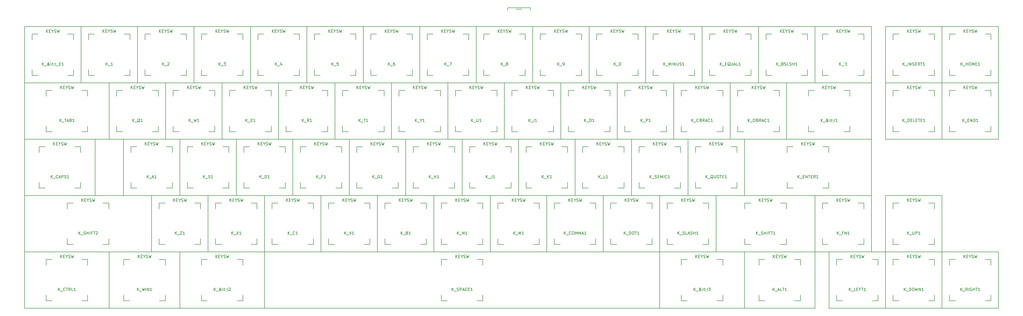
<source format=gbr>
G04 #@! TF.GenerationSoftware,KiCad,Pcbnew,(5.0.2)-1*
G04 #@! TF.CreationDate,2019-10-15T21:32:33+05:30*
G04 #@! TF.ProjectId,keyboard,6b657962-6f61-4726-942e-6b696361645f,rev?*
G04 #@! TF.SameCoordinates,Original*
G04 #@! TF.FileFunction,Drawing*
%FSLAX46Y46*%
G04 Gerber Fmt 4.6, Leading zero omitted, Abs format (unit mm)*
G04 Created by KiCad (PCBNEW (5.0.2)-1) date 10/15/2019 9:32:33 PM*
%MOMM*%
%LPD*%
G01*
G04 APERTURE LIST*
%ADD10C,0.150000*%
%ADD11C,0.200000*%
G04 APERTURE END LIST*
D10*
G04 #@! TO.C,K_C1*
X153057500Y-97745000D02*
X155057500Y-97745000D01*
X155057500Y-97745000D02*
X155057500Y-99745000D01*
X153057500Y-111745000D02*
X155057500Y-111745000D01*
X155057500Y-111745000D02*
X155057500Y-109745000D01*
X141057500Y-109745000D02*
X141057500Y-111745000D01*
X141057500Y-111745000D02*
X143057500Y-111745000D01*
X143057500Y-97745000D02*
X141057500Y-97745000D01*
X141057500Y-97745000D02*
X141057500Y-99745000D01*
X138532500Y-95220000D02*
X157582500Y-95220000D01*
X157582500Y-95220000D02*
X157582500Y-114270000D01*
X157582500Y-114270000D02*
X138532500Y-114270000D01*
X138532500Y-114270000D02*
X138532500Y-95220000D01*
G04 #@! TO.C,K_N1*
X210207500Y-97745000D02*
X212207500Y-97745000D01*
X212207500Y-97745000D02*
X212207500Y-99745000D01*
X210207500Y-111745000D02*
X212207500Y-111745000D01*
X212207500Y-111745000D02*
X212207500Y-109745000D01*
X198207500Y-109745000D02*
X198207500Y-111745000D01*
X198207500Y-111745000D02*
X200207500Y-111745000D01*
X200207500Y-97745000D02*
X198207500Y-97745000D01*
X198207500Y-97745000D02*
X198207500Y-99745000D01*
X195682500Y-95220000D02*
X214732500Y-95220000D01*
X214732500Y-95220000D02*
X214732500Y-114270000D01*
X214732500Y-114270000D02*
X195682500Y-114270000D01*
X195682500Y-114270000D02*
X195682500Y-95220000D01*
G04 #@! TO.C,K_H1*
X200682500Y-78695000D02*
X202682500Y-78695000D01*
X202682500Y-78695000D02*
X202682500Y-80695000D01*
X200682500Y-92695000D02*
X202682500Y-92695000D01*
X202682500Y-92695000D02*
X202682500Y-90695000D01*
X188682500Y-90695000D02*
X188682500Y-92695000D01*
X188682500Y-92695000D02*
X190682500Y-92695000D01*
X190682500Y-78695000D02*
X188682500Y-78695000D01*
X188682500Y-78695000D02*
X188682500Y-80695000D01*
X186157500Y-76170000D02*
X205207500Y-76170000D01*
X205207500Y-76170000D02*
X205207500Y-95220000D01*
X205207500Y-95220000D02*
X186157500Y-95220000D01*
X186157500Y-95220000D02*
X186157500Y-76170000D01*
G04 #@! TO.C,K_M1*
X229257500Y-97745000D02*
X231257500Y-97745000D01*
X231257500Y-97745000D02*
X231257500Y-99745000D01*
X229257500Y-111745000D02*
X231257500Y-111745000D01*
X231257500Y-111745000D02*
X231257500Y-109745000D01*
X217257500Y-109745000D02*
X217257500Y-111745000D01*
X217257500Y-111745000D02*
X219257500Y-111745000D01*
X219257500Y-97745000D02*
X217257500Y-97745000D01*
X217257500Y-97745000D02*
X217257500Y-99745000D01*
X214732500Y-95220000D02*
X233782500Y-95220000D01*
X233782500Y-95220000D02*
X233782500Y-114270000D01*
X233782500Y-114270000D02*
X214732500Y-114270000D01*
X214732500Y-114270000D02*
X214732500Y-95220000D01*
G04 #@! TO.C,K_K1*
X238782500Y-78695000D02*
X240782500Y-78695000D01*
X240782500Y-78695000D02*
X240782500Y-80695000D01*
X238782500Y-92695000D02*
X240782500Y-92695000D01*
X240782500Y-92695000D02*
X240782500Y-90695000D01*
X226782500Y-90695000D02*
X226782500Y-92695000D01*
X226782500Y-92695000D02*
X228782500Y-92695000D01*
X228782500Y-78695000D02*
X226782500Y-78695000D01*
X226782500Y-78695000D02*
X226782500Y-80695000D01*
X224257500Y-76170000D02*
X243307500Y-76170000D01*
X243307500Y-76170000D02*
X243307500Y-95220000D01*
X243307500Y-95220000D02*
X224257500Y-95220000D01*
X224257500Y-95220000D02*
X224257500Y-76170000D01*
G04 #@! TO.C,K_O1*
X253070000Y-59645000D02*
X255070000Y-59645000D01*
X255070000Y-59645000D02*
X255070000Y-61645000D01*
X253070000Y-73645000D02*
X255070000Y-73645000D01*
X255070000Y-73645000D02*
X255070000Y-71645000D01*
X241070000Y-71645000D02*
X241070000Y-73645000D01*
X241070000Y-73645000D02*
X243070000Y-73645000D01*
X243070000Y-59645000D02*
X241070000Y-59645000D01*
X241070000Y-59645000D02*
X241070000Y-61645000D01*
X238545000Y-57120000D02*
X257595000Y-57120000D01*
X257595000Y-57120000D02*
X257595000Y-76170000D01*
X257595000Y-76170000D02*
X238545000Y-76170000D01*
X238545000Y-76170000D02*
X238545000Y-57120000D01*
G04 #@! TO.C,K_2*
X110195000Y-40595000D02*
X112195000Y-40595000D01*
X112195000Y-40595000D02*
X112195000Y-42595000D01*
X110195000Y-54595000D02*
X112195000Y-54595000D01*
X112195000Y-54595000D02*
X112195000Y-52595000D01*
X98195000Y-52595000D02*
X98195000Y-54595000D01*
X98195000Y-54595000D02*
X100195000Y-54595000D01*
X100195000Y-40595000D02*
X98195000Y-40595000D01*
X98195000Y-40595000D02*
X98195000Y-42595000D01*
X95670000Y-38070000D02*
X114720000Y-38070000D01*
X114720000Y-38070000D02*
X114720000Y-57120000D01*
X114720000Y-57120000D02*
X95670000Y-57120000D01*
X95670000Y-57120000D02*
X95670000Y-38070000D01*
G04 #@! TO.C,K_D1*
X143532500Y-78695000D02*
X145532500Y-78695000D01*
X145532500Y-78695000D02*
X145532500Y-80695000D01*
X143532500Y-92695000D02*
X145532500Y-92695000D01*
X145532500Y-92695000D02*
X145532500Y-90695000D01*
X131532500Y-90695000D02*
X131532500Y-92695000D01*
X131532500Y-92695000D02*
X133532500Y-92695000D01*
X133532500Y-78695000D02*
X131532500Y-78695000D01*
X131532500Y-78695000D02*
X131532500Y-80695000D01*
X129007500Y-76170000D02*
X148057500Y-76170000D01*
X148057500Y-76170000D02*
X148057500Y-95220000D01*
X148057500Y-95220000D02*
X129007500Y-95220000D01*
X129007500Y-95220000D02*
X129007500Y-76170000D01*
G04 #@! TO.C,K_&lt;I_E1*
X72095000Y-40595000D02*
X74095000Y-40595000D01*
X74095000Y-40595000D02*
X74095000Y-42595000D01*
X72095000Y-54595000D02*
X74095000Y-54595000D01*
X74095000Y-54595000D02*
X74095000Y-52595000D01*
X60095000Y-52595000D02*
X60095000Y-54595000D01*
X60095000Y-54595000D02*
X62095000Y-54595000D01*
X62095000Y-40595000D02*
X60095000Y-40595000D01*
X60095000Y-40595000D02*
X60095000Y-42595000D01*
X57570000Y-38070000D02*
X76620000Y-38070000D01*
X76620000Y-38070000D02*
X76620000Y-57120000D01*
X76620000Y-57120000D02*
X57570000Y-57120000D01*
X57570000Y-57120000D02*
X57570000Y-38070000D01*
G04 #@! TO.C,K_1*
X91145000Y-40595000D02*
X93145000Y-40595000D01*
X93145000Y-40595000D02*
X93145000Y-42595000D01*
X91145000Y-54595000D02*
X93145000Y-54595000D01*
X93145000Y-54595000D02*
X93145000Y-52595000D01*
X79145000Y-52595000D02*
X79145000Y-54595000D01*
X79145000Y-54595000D02*
X81145000Y-54595000D01*
X81145000Y-40595000D02*
X79145000Y-40595000D01*
X79145000Y-40595000D02*
X79145000Y-42595000D01*
X76620000Y-38070000D02*
X95670000Y-38070000D01*
X95670000Y-38070000D02*
X95670000Y-57120000D01*
X95670000Y-57120000D02*
X76620000Y-57120000D01*
X76620000Y-57120000D02*
X76620000Y-38070000D01*
G04 #@! TO.C,K_3*
X129245000Y-40595000D02*
X131245000Y-40595000D01*
X131245000Y-40595000D02*
X131245000Y-42595000D01*
X129245000Y-54595000D02*
X131245000Y-54595000D01*
X131245000Y-54595000D02*
X131245000Y-52595000D01*
X117245000Y-52595000D02*
X117245000Y-54595000D01*
X117245000Y-54595000D02*
X119245000Y-54595000D01*
X119245000Y-40595000D02*
X117245000Y-40595000D01*
X117245000Y-40595000D02*
X117245000Y-42595000D01*
X114720000Y-38070000D02*
X133770000Y-38070000D01*
X133770000Y-38070000D02*
X133770000Y-57120000D01*
X133770000Y-57120000D02*
X114720000Y-57120000D01*
X114720000Y-57120000D02*
X114720000Y-38070000D01*
G04 #@! TO.C,K_4*
X148295000Y-40595000D02*
X150295000Y-40595000D01*
X150295000Y-40595000D02*
X150295000Y-42595000D01*
X148295000Y-54595000D02*
X150295000Y-54595000D01*
X150295000Y-54595000D02*
X150295000Y-52595000D01*
X136295000Y-52595000D02*
X136295000Y-54595000D01*
X136295000Y-54595000D02*
X138295000Y-54595000D01*
X138295000Y-40595000D02*
X136295000Y-40595000D01*
X136295000Y-40595000D02*
X136295000Y-42595000D01*
X133770000Y-38070000D02*
X152820000Y-38070000D01*
X152820000Y-38070000D02*
X152820000Y-57120000D01*
X152820000Y-57120000D02*
X133770000Y-57120000D01*
X133770000Y-57120000D02*
X133770000Y-38070000D01*
G04 #@! TO.C,K_5*
X167345000Y-40595000D02*
X169345000Y-40595000D01*
X169345000Y-40595000D02*
X169345000Y-42595000D01*
X167345000Y-54595000D02*
X169345000Y-54595000D01*
X169345000Y-54595000D02*
X169345000Y-52595000D01*
X155345000Y-52595000D02*
X155345000Y-54595000D01*
X155345000Y-54595000D02*
X157345000Y-54595000D01*
X157345000Y-40595000D02*
X155345000Y-40595000D01*
X155345000Y-40595000D02*
X155345000Y-42595000D01*
X152820000Y-38070000D02*
X171870000Y-38070000D01*
X171870000Y-38070000D02*
X171870000Y-57120000D01*
X171870000Y-57120000D02*
X152820000Y-57120000D01*
X152820000Y-57120000D02*
X152820000Y-38070000D01*
G04 #@! TO.C,K_6*
X186395000Y-40595000D02*
X188395000Y-40595000D01*
X188395000Y-40595000D02*
X188395000Y-42595000D01*
X186395000Y-54595000D02*
X188395000Y-54595000D01*
X188395000Y-54595000D02*
X188395000Y-52595000D01*
X174395000Y-52595000D02*
X174395000Y-54595000D01*
X174395000Y-54595000D02*
X176395000Y-54595000D01*
X176395000Y-40595000D02*
X174395000Y-40595000D01*
X174395000Y-40595000D02*
X174395000Y-42595000D01*
X171870000Y-38070000D02*
X190920000Y-38070000D01*
X190920000Y-38070000D02*
X190920000Y-57120000D01*
X190920000Y-57120000D02*
X171870000Y-57120000D01*
X171870000Y-57120000D02*
X171870000Y-38070000D01*
G04 #@! TO.C,K_7*
X205445000Y-40595000D02*
X207445000Y-40595000D01*
X207445000Y-40595000D02*
X207445000Y-42595000D01*
X205445000Y-54595000D02*
X207445000Y-54595000D01*
X207445000Y-54595000D02*
X207445000Y-52595000D01*
X193445000Y-52595000D02*
X193445000Y-54595000D01*
X193445000Y-54595000D02*
X195445000Y-54595000D01*
X195445000Y-40595000D02*
X193445000Y-40595000D01*
X193445000Y-40595000D02*
X193445000Y-42595000D01*
X190920000Y-38070000D02*
X209970000Y-38070000D01*
X209970000Y-38070000D02*
X209970000Y-57120000D01*
X209970000Y-57120000D02*
X190920000Y-57120000D01*
X190920000Y-57120000D02*
X190920000Y-38070000D01*
G04 #@! TO.C,K_8*
X224495000Y-40595000D02*
X226495000Y-40595000D01*
X226495000Y-40595000D02*
X226495000Y-42595000D01*
X224495000Y-54595000D02*
X226495000Y-54595000D01*
X226495000Y-54595000D02*
X226495000Y-52595000D01*
X212495000Y-52595000D02*
X212495000Y-54595000D01*
X212495000Y-54595000D02*
X214495000Y-54595000D01*
X214495000Y-40595000D02*
X212495000Y-40595000D01*
X212495000Y-40595000D02*
X212495000Y-42595000D01*
X209970000Y-38070000D02*
X229020000Y-38070000D01*
X229020000Y-38070000D02*
X229020000Y-57120000D01*
X229020000Y-57120000D02*
X209970000Y-57120000D01*
X209970000Y-57120000D02*
X209970000Y-38070000D01*
G04 #@! TO.C,K_9*
X243545000Y-40595000D02*
X245545000Y-40595000D01*
X245545000Y-40595000D02*
X245545000Y-42595000D01*
X243545000Y-54595000D02*
X245545000Y-54595000D01*
X245545000Y-54595000D02*
X245545000Y-52595000D01*
X231545000Y-52595000D02*
X231545000Y-54595000D01*
X231545000Y-54595000D02*
X233545000Y-54595000D01*
X233545000Y-40595000D02*
X231545000Y-40595000D01*
X231545000Y-40595000D02*
X231545000Y-42595000D01*
X229020000Y-38070000D02*
X248070000Y-38070000D01*
X248070000Y-38070000D02*
X248070000Y-57120000D01*
X248070000Y-57120000D02*
X229020000Y-57120000D01*
X229020000Y-57120000D02*
X229020000Y-38070000D01*
G04 #@! TO.C,K_0*
X262595000Y-40595000D02*
X264595000Y-40595000D01*
X264595000Y-40595000D02*
X264595000Y-42595000D01*
X262595000Y-54595000D02*
X264595000Y-54595000D01*
X264595000Y-54595000D02*
X264595000Y-52595000D01*
X250595000Y-52595000D02*
X250595000Y-54595000D01*
X250595000Y-54595000D02*
X252595000Y-54595000D01*
X252595000Y-40595000D02*
X250595000Y-40595000D01*
X250595000Y-40595000D02*
X250595000Y-42595000D01*
X248070000Y-38070000D02*
X267120000Y-38070000D01*
X267120000Y-38070000D02*
X267120000Y-57120000D01*
X267120000Y-57120000D02*
X248070000Y-57120000D01*
X248070000Y-57120000D02*
X248070000Y-38070000D01*
G04 #@! TO.C,K_MINUS1*
X281645000Y-40595000D02*
X283645000Y-40595000D01*
X283645000Y-40595000D02*
X283645000Y-42595000D01*
X281645000Y-54595000D02*
X283645000Y-54595000D01*
X283645000Y-54595000D02*
X283645000Y-52595000D01*
X269645000Y-52595000D02*
X269645000Y-54595000D01*
X269645000Y-54595000D02*
X271645000Y-54595000D01*
X271645000Y-40595000D02*
X269645000Y-40595000D01*
X269645000Y-40595000D02*
X269645000Y-42595000D01*
X267120000Y-38070000D02*
X286170000Y-38070000D01*
X286170000Y-38070000D02*
X286170000Y-57120000D01*
X286170000Y-57120000D02*
X267120000Y-57120000D01*
X267120000Y-57120000D02*
X267120000Y-38070000D01*
G04 #@! TO.C,K_EQUAL1*
X300695000Y-40595000D02*
X302695000Y-40595000D01*
X302695000Y-40595000D02*
X302695000Y-42595000D01*
X300695000Y-54595000D02*
X302695000Y-54595000D01*
X302695000Y-54595000D02*
X302695000Y-52595000D01*
X288695000Y-52595000D02*
X288695000Y-54595000D01*
X288695000Y-54595000D02*
X290695000Y-54595000D01*
X290695000Y-40595000D02*
X288695000Y-40595000D01*
X288695000Y-40595000D02*
X288695000Y-42595000D01*
X286170000Y-38070000D02*
X305220000Y-38070000D01*
X305220000Y-38070000D02*
X305220000Y-57120000D01*
X305220000Y-57120000D02*
X286170000Y-57120000D01*
X286170000Y-57120000D02*
X286170000Y-38070000D01*
G04 #@! TO.C,K_BSLSH1*
X319745000Y-40595000D02*
X321745000Y-40595000D01*
X321745000Y-40595000D02*
X321745000Y-42595000D01*
X319745000Y-54595000D02*
X321745000Y-54595000D01*
X321745000Y-54595000D02*
X321745000Y-52595000D01*
X307745000Y-52595000D02*
X307745000Y-54595000D01*
X307745000Y-54595000D02*
X309745000Y-54595000D01*
X309745000Y-40595000D02*
X307745000Y-40595000D01*
X307745000Y-40595000D02*
X307745000Y-42595000D01*
X305220000Y-38070000D02*
X324270000Y-38070000D01*
X324270000Y-38070000D02*
X324270000Y-57120000D01*
X324270000Y-57120000D02*
X305220000Y-57120000D01*
X305220000Y-57120000D02*
X305220000Y-38070000D01*
G04 #@! TO.C,K_`1*
X338795000Y-40595000D02*
X340795000Y-40595000D01*
X340795000Y-40595000D02*
X340795000Y-42595000D01*
X338795000Y-54595000D02*
X340795000Y-54595000D01*
X340795000Y-54595000D02*
X340795000Y-52595000D01*
X326795000Y-52595000D02*
X326795000Y-54595000D01*
X326795000Y-54595000D02*
X328795000Y-54595000D01*
X328795000Y-40595000D02*
X326795000Y-40595000D01*
X326795000Y-40595000D02*
X326795000Y-42595000D01*
X324270000Y-38070000D02*
X343320000Y-38070000D01*
X343320000Y-38070000D02*
X343320000Y-57120000D01*
X343320000Y-57120000D02*
X324270000Y-57120000D01*
X324270000Y-57120000D02*
X324270000Y-38070000D01*
G04 #@! TO.C,K_INSERT1*
X362607500Y-40595000D02*
X364607500Y-40595000D01*
X364607500Y-40595000D02*
X364607500Y-42595000D01*
X362607500Y-54595000D02*
X364607500Y-54595000D01*
X364607500Y-54595000D02*
X364607500Y-52595000D01*
X350607500Y-52595000D02*
X350607500Y-54595000D01*
X350607500Y-54595000D02*
X352607500Y-54595000D01*
X352607500Y-40595000D02*
X350607500Y-40595000D01*
X350607500Y-40595000D02*
X350607500Y-42595000D01*
X348082500Y-38070000D02*
X367132500Y-38070000D01*
X367132500Y-38070000D02*
X367132500Y-57120000D01*
X367132500Y-57120000D02*
X348082500Y-57120000D01*
X348082500Y-57120000D02*
X348082500Y-38070000D01*
G04 #@! TO.C,K_HOME1*
X381657500Y-40595000D02*
X383657500Y-40595000D01*
X383657500Y-40595000D02*
X383657500Y-42595000D01*
X381657500Y-54595000D02*
X383657500Y-54595000D01*
X383657500Y-54595000D02*
X383657500Y-52595000D01*
X369657500Y-52595000D02*
X369657500Y-54595000D01*
X369657500Y-54595000D02*
X371657500Y-54595000D01*
X371657500Y-40595000D02*
X369657500Y-40595000D01*
X369657500Y-40595000D02*
X369657500Y-42595000D01*
X367132500Y-38070000D02*
X386182500Y-38070000D01*
X386182500Y-38070000D02*
X386182500Y-57120000D01*
X386182500Y-57120000D02*
X367132500Y-57120000D01*
X367132500Y-57120000D02*
X367132500Y-38070000D01*
G04 #@! TO.C,K_TAB1*
X76857500Y-59645000D02*
X78857500Y-59645000D01*
X78857500Y-59645000D02*
X78857500Y-61645000D01*
X76857500Y-73645000D02*
X78857500Y-73645000D01*
X78857500Y-73645000D02*
X78857500Y-71645000D01*
X64857500Y-71645000D02*
X64857500Y-73645000D01*
X64857500Y-73645000D02*
X66857500Y-73645000D01*
X66857500Y-59645000D02*
X64857500Y-59645000D01*
X64857500Y-59645000D02*
X64857500Y-61645000D01*
X57570000Y-57120000D02*
X86145000Y-57120000D01*
X86145000Y-57120000D02*
X86145000Y-76170000D01*
X86145000Y-76170000D02*
X57570000Y-76170000D01*
X57570000Y-76170000D02*
X57570000Y-57120000D01*
G04 #@! TO.C,K_Q1*
X100670000Y-59645000D02*
X102670000Y-59645000D01*
X102670000Y-59645000D02*
X102670000Y-61645000D01*
X100670000Y-73645000D02*
X102670000Y-73645000D01*
X102670000Y-73645000D02*
X102670000Y-71645000D01*
X88670000Y-71645000D02*
X88670000Y-73645000D01*
X88670000Y-73645000D02*
X90670000Y-73645000D01*
X90670000Y-59645000D02*
X88670000Y-59645000D01*
X88670000Y-59645000D02*
X88670000Y-61645000D01*
X86145000Y-57120000D02*
X105195000Y-57120000D01*
X105195000Y-57120000D02*
X105195000Y-76170000D01*
X105195000Y-76170000D02*
X86145000Y-76170000D01*
X86145000Y-76170000D02*
X86145000Y-57120000D01*
G04 #@! TO.C,K_W1*
X119720000Y-59645000D02*
X121720000Y-59645000D01*
X121720000Y-59645000D02*
X121720000Y-61645000D01*
X119720000Y-73645000D02*
X121720000Y-73645000D01*
X121720000Y-73645000D02*
X121720000Y-71645000D01*
X107720000Y-71645000D02*
X107720000Y-73645000D01*
X107720000Y-73645000D02*
X109720000Y-73645000D01*
X109720000Y-59645000D02*
X107720000Y-59645000D01*
X107720000Y-59645000D02*
X107720000Y-61645000D01*
X105195000Y-57120000D02*
X124245000Y-57120000D01*
X124245000Y-57120000D02*
X124245000Y-76170000D01*
X124245000Y-76170000D02*
X105195000Y-76170000D01*
X105195000Y-76170000D02*
X105195000Y-57120000D01*
G04 #@! TO.C,K_E1*
X138770000Y-59645000D02*
X140770000Y-59645000D01*
X140770000Y-59645000D02*
X140770000Y-61645000D01*
X138770000Y-73645000D02*
X140770000Y-73645000D01*
X140770000Y-73645000D02*
X140770000Y-71645000D01*
X126770000Y-71645000D02*
X126770000Y-73645000D01*
X126770000Y-73645000D02*
X128770000Y-73645000D01*
X128770000Y-59645000D02*
X126770000Y-59645000D01*
X126770000Y-59645000D02*
X126770000Y-61645000D01*
X124245000Y-57120000D02*
X143295000Y-57120000D01*
X143295000Y-57120000D02*
X143295000Y-76170000D01*
X143295000Y-76170000D02*
X124245000Y-76170000D01*
X124245000Y-76170000D02*
X124245000Y-57120000D01*
G04 #@! TO.C,K_R1*
X157820000Y-59645000D02*
X159820000Y-59645000D01*
X159820000Y-59645000D02*
X159820000Y-61645000D01*
X157820000Y-73645000D02*
X159820000Y-73645000D01*
X159820000Y-73645000D02*
X159820000Y-71645000D01*
X145820000Y-71645000D02*
X145820000Y-73645000D01*
X145820000Y-73645000D02*
X147820000Y-73645000D01*
X147820000Y-59645000D02*
X145820000Y-59645000D01*
X145820000Y-59645000D02*
X145820000Y-61645000D01*
X143295000Y-57120000D02*
X162345000Y-57120000D01*
X162345000Y-57120000D02*
X162345000Y-76170000D01*
X162345000Y-76170000D02*
X143295000Y-76170000D01*
X143295000Y-76170000D02*
X143295000Y-57120000D01*
G04 #@! TO.C,K_T1*
X176870000Y-59645000D02*
X178870000Y-59645000D01*
X178870000Y-59645000D02*
X178870000Y-61645000D01*
X176870000Y-73645000D02*
X178870000Y-73645000D01*
X178870000Y-73645000D02*
X178870000Y-71645000D01*
X164870000Y-71645000D02*
X164870000Y-73645000D01*
X164870000Y-73645000D02*
X166870000Y-73645000D01*
X166870000Y-59645000D02*
X164870000Y-59645000D01*
X164870000Y-59645000D02*
X164870000Y-61645000D01*
X162345000Y-57120000D02*
X181395000Y-57120000D01*
X181395000Y-57120000D02*
X181395000Y-76170000D01*
X181395000Y-76170000D02*
X162345000Y-76170000D01*
X162345000Y-76170000D02*
X162345000Y-57120000D01*
G04 #@! TO.C,K_Y1*
X195920000Y-59645000D02*
X197920000Y-59645000D01*
X197920000Y-59645000D02*
X197920000Y-61645000D01*
X195920000Y-73645000D02*
X197920000Y-73645000D01*
X197920000Y-73645000D02*
X197920000Y-71645000D01*
X183920000Y-71645000D02*
X183920000Y-73645000D01*
X183920000Y-73645000D02*
X185920000Y-73645000D01*
X185920000Y-59645000D02*
X183920000Y-59645000D01*
X183920000Y-59645000D02*
X183920000Y-61645000D01*
X181395000Y-57120000D02*
X200445000Y-57120000D01*
X200445000Y-57120000D02*
X200445000Y-76170000D01*
X200445000Y-76170000D02*
X181395000Y-76170000D01*
X181395000Y-76170000D02*
X181395000Y-57120000D01*
G04 #@! TO.C,K_U1*
X214970000Y-59645000D02*
X216970000Y-59645000D01*
X216970000Y-59645000D02*
X216970000Y-61645000D01*
X214970000Y-73645000D02*
X216970000Y-73645000D01*
X216970000Y-73645000D02*
X216970000Y-71645000D01*
X202970000Y-71645000D02*
X202970000Y-73645000D01*
X202970000Y-73645000D02*
X204970000Y-73645000D01*
X204970000Y-59645000D02*
X202970000Y-59645000D01*
X202970000Y-59645000D02*
X202970000Y-61645000D01*
X200445000Y-57120000D02*
X219495000Y-57120000D01*
X219495000Y-57120000D02*
X219495000Y-76170000D01*
X219495000Y-76170000D02*
X200445000Y-76170000D01*
X200445000Y-76170000D02*
X200445000Y-57120000D01*
G04 #@! TO.C,K_I1*
X234020000Y-59645000D02*
X236020000Y-59645000D01*
X236020000Y-59645000D02*
X236020000Y-61645000D01*
X234020000Y-73645000D02*
X236020000Y-73645000D01*
X236020000Y-73645000D02*
X236020000Y-71645000D01*
X222020000Y-71645000D02*
X222020000Y-73645000D01*
X222020000Y-73645000D02*
X224020000Y-73645000D01*
X224020000Y-59645000D02*
X222020000Y-59645000D01*
X222020000Y-59645000D02*
X222020000Y-61645000D01*
X219495000Y-57120000D02*
X238545000Y-57120000D01*
X238545000Y-57120000D02*
X238545000Y-76170000D01*
X238545000Y-76170000D02*
X219495000Y-76170000D01*
X219495000Y-76170000D02*
X219495000Y-57120000D01*
G04 #@! TO.C,K_P1*
X272120000Y-59645000D02*
X274120000Y-59645000D01*
X274120000Y-59645000D02*
X274120000Y-61645000D01*
X272120000Y-73645000D02*
X274120000Y-73645000D01*
X274120000Y-73645000D02*
X274120000Y-71645000D01*
X260120000Y-71645000D02*
X260120000Y-73645000D01*
X260120000Y-73645000D02*
X262120000Y-73645000D01*
X262120000Y-59645000D02*
X260120000Y-59645000D01*
X260120000Y-59645000D02*
X260120000Y-61645000D01*
X257595000Y-57120000D02*
X276645000Y-57120000D01*
X276645000Y-57120000D02*
X276645000Y-76170000D01*
X276645000Y-76170000D02*
X257595000Y-76170000D01*
X257595000Y-76170000D02*
X257595000Y-57120000D01*
G04 #@! TO.C,K_CBRAC1*
X291170000Y-59645000D02*
X293170000Y-59645000D01*
X293170000Y-59645000D02*
X293170000Y-61645000D01*
X291170000Y-73645000D02*
X293170000Y-73645000D01*
X293170000Y-73645000D02*
X293170000Y-71645000D01*
X279170000Y-71645000D02*
X279170000Y-73645000D01*
X279170000Y-73645000D02*
X281170000Y-73645000D01*
X281170000Y-59645000D02*
X279170000Y-59645000D01*
X279170000Y-59645000D02*
X279170000Y-61645000D01*
X276645000Y-57120000D02*
X295695000Y-57120000D01*
X295695000Y-57120000D02*
X295695000Y-76170000D01*
X295695000Y-76170000D02*
X276645000Y-76170000D01*
X276645000Y-76170000D02*
X276645000Y-57120000D01*
G04 #@! TO.C,K_OBRAC1*
X310220000Y-59645000D02*
X312220000Y-59645000D01*
X312220000Y-59645000D02*
X312220000Y-61645000D01*
X310220000Y-73645000D02*
X312220000Y-73645000D01*
X312220000Y-73645000D02*
X312220000Y-71645000D01*
X298220000Y-71645000D02*
X298220000Y-73645000D01*
X298220000Y-73645000D02*
X300220000Y-73645000D01*
X300220000Y-59645000D02*
X298220000Y-59645000D01*
X298220000Y-59645000D02*
X298220000Y-61645000D01*
X295695000Y-57120000D02*
X314745000Y-57120000D01*
X314745000Y-57120000D02*
X314745000Y-76170000D01*
X314745000Y-76170000D02*
X295695000Y-76170000D01*
X295695000Y-76170000D02*
X295695000Y-57120000D01*
G04 #@! TO.C,K_&lt;I1*
X334032500Y-59645000D02*
X336032500Y-59645000D01*
X336032500Y-59645000D02*
X336032500Y-61645000D01*
X334032500Y-73645000D02*
X336032500Y-73645000D01*
X336032500Y-73645000D02*
X336032500Y-71645000D01*
X322032500Y-71645000D02*
X322032500Y-73645000D01*
X322032500Y-73645000D02*
X324032500Y-73645000D01*
X324032500Y-59645000D02*
X322032500Y-59645000D01*
X322032500Y-59645000D02*
X322032500Y-61645000D01*
X314745000Y-57120000D02*
X343320000Y-57120000D01*
X343320000Y-57120000D02*
X343320000Y-76170000D01*
X343320000Y-76170000D02*
X314745000Y-76170000D01*
X314745000Y-76170000D02*
X314745000Y-57120000D01*
G04 #@! TO.C,K_DELETE1*
X362607500Y-59645000D02*
X364607500Y-59645000D01*
X364607500Y-59645000D02*
X364607500Y-61645000D01*
X362607500Y-73645000D02*
X364607500Y-73645000D01*
X364607500Y-73645000D02*
X364607500Y-71645000D01*
X350607500Y-71645000D02*
X350607500Y-73645000D01*
X350607500Y-73645000D02*
X352607500Y-73645000D01*
X352607500Y-59645000D02*
X350607500Y-59645000D01*
X350607500Y-59645000D02*
X350607500Y-61645000D01*
X348082500Y-57120000D02*
X367132500Y-57120000D01*
X367132500Y-57120000D02*
X367132500Y-76170000D01*
X367132500Y-76170000D02*
X348082500Y-76170000D01*
X348082500Y-76170000D02*
X348082500Y-57120000D01*
G04 #@! TO.C,K_END1*
X381657500Y-59645000D02*
X383657500Y-59645000D01*
X383657500Y-59645000D02*
X383657500Y-61645000D01*
X381657500Y-73645000D02*
X383657500Y-73645000D01*
X383657500Y-73645000D02*
X383657500Y-71645000D01*
X369657500Y-71645000D02*
X369657500Y-73645000D01*
X369657500Y-73645000D02*
X371657500Y-73645000D01*
X371657500Y-59645000D02*
X369657500Y-59645000D01*
X369657500Y-59645000D02*
X369657500Y-61645000D01*
X367132500Y-57120000D02*
X386182500Y-57120000D01*
X386182500Y-57120000D02*
X386182500Y-76170000D01*
X386182500Y-76170000D02*
X367132500Y-76170000D01*
X367132500Y-76170000D02*
X367132500Y-57120000D01*
G04 #@! TO.C,K_CAPS1*
X74476250Y-78695000D02*
X76476250Y-78695000D01*
X76476250Y-78695000D02*
X76476250Y-80695000D01*
X74476250Y-92695000D02*
X76476250Y-92695000D01*
X76476250Y-92695000D02*
X76476250Y-90695000D01*
X62476250Y-90695000D02*
X62476250Y-92695000D01*
X62476250Y-92695000D02*
X64476250Y-92695000D01*
X64476250Y-78695000D02*
X62476250Y-78695000D01*
X62476250Y-78695000D02*
X62476250Y-80695000D01*
X57570000Y-76170000D02*
X81382500Y-76170000D01*
X81382500Y-76170000D02*
X81382500Y-95220000D01*
X81382500Y-95220000D02*
X57570000Y-95220000D01*
X57570000Y-95220000D02*
X57570000Y-76170000D01*
G04 #@! TO.C,K_A1*
X105432500Y-78695000D02*
X107432500Y-78695000D01*
X107432500Y-78695000D02*
X107432500Y-80695000D01*
X105432500Y-92695000D02*
X107432500Y-92695000D01*
X107432500Y-92695000D02*
X107432500Y-90695000D01*
X93432500Y-90695000D02*
X93432500Y-92695000D01*
X93432500Y-92695000D02*
X95432500Y-92695000D01*
X95432500Y-78695000D02*
X93432500Y-78695000D01*
X93432500Y-78695000D02*
X93432500Y-80695000D01*
X90907500Y-76170000D02*
X109957500Y-76170000D01*
X109957500Y-76170000D02*
X109957500Y-95220000D01*
X109957500Y-95220000D02*
X90907500Y-95220000D01*
X90907500Y-95220000D02*
X90907500Y-76170000D01*
G04 #@! TO.C,K_S1*
X124482500Y-78695000D02*
X126482500Y-78695000D01*
X126482500Y-78695000D02*
X126482500Y-80695000D01*
X124482500Y-92695000D02*
X126482500Y-92695000D01*
X126482500Y-92695000D02*
X126482500Y-90695000D01*
X112482500Y-90695000D02*
X112482500Y-92695000D01*
X112482500Y-92695000D02*
X114482500Y-92695000D01*
X114482500Y-78695000D02*
X112482500Y-78695000D01*
X112482500Y-78695000D02*
X112482500Y-80695000D01*
X109957500Y-76170000D02*
X129007500Y-76170000D01*
X129007500Y-76170000D02*
X129007500Y-95220000D01*
X129007500Y-95220000D02*
X109957500Y-95220000D01*
X109957500Y-95220000D02*
X109957500Y-76170000D01*
G04 #@! TO.C,K_F1*
X162582500Y-78695000D02*
X164582500Y-78695000D01*
X164582500Y-78695000D02*
X164582500Y-80695000D01*
X162582500Y-92695000D02*
X164582500Y-92695000D01*
X164582500Y-92695000D02*
X164582500Y-90695000D01*
X150582500Y-90695000D02*
X150582500Y-92695000D01*
X150582500Y-92695000D02*
X152582500Y-92695000D01*
X152582500Y-78695000D02*
X150582500Y-78695000D01*
X150582500Y-78695000D02*
X150582500Y-80695000D01*
X148057500Y-76170000D02*
X167107500Y-76170000D01*
X167107500Y-76170000D02*
X167107500Y-95220000D01*
X167107500Y-95220000D02*
X148057500Y-95220000D01*
X148057500Y-95220000D02*
X148057500Y-76170000D01*
G04 #@! TO.C,K_G1*
X181632500Y-78695000D02*
X183632500Y-78695000D01*
X183632500Y-78695000D02*
X183632500Y-80695000D01*
X181632500Y-92695000D02*
X183632500Y-92695000D01*
X183632500Y-92695000D02*
X183632500Y-90695000D01*
X169632500Y-90695000D02*
X169632500Y-92695000D01*
X169632500Y-92695000D02*
X171632500Y-92695000D01*
X171632500Y-78695000D02*
X169632500Y-78695000D01*
X169632500Y-78695000D02*
X169632500Y-80695000D01*
X167107500Y-76170000D02*
X186157500Y-76170000D01*
X186157500Y-76170000D02*
X186157500Y-95220000D01*
X186157500Y-95220000D02*
X167107500Y-95220000D01*
X167107500Y-95220000D02*
X167107500Y-76170000D01*
G04 #@! TO.C,K_J1*
X219732500Y-78695000D02*
X221732500Y-78695000D01*
X221732500Y-78695000D02*
X221732500Y-80695000D01*
X219732500Y-92695000D02*
X221732500Y-92695000D01*
X221732500Y-92695000D02*
X221732500Y-90695000D01*
X207732500Y-90695000D02*
X207732500Y-92695000D01*
X207732500Y-92695000D02*
X209732500Y-92695000D01*
X209732500Y-78695000D02*
X207732500Y-78695000D01*
X207732500Y-78695000D02*
X207732500Y-80695000D01*
X205207500Y-76170000D02*
X224257500Y-76170000D01*
X224257500Y-76170000D02*
X224257500Y-95220000D01*
X224257500Y-95220000D02*
X205207500Y-95220000D01*
X205207500Y-95220000D02*
X205207500Y-76170000D01*
G04 #@! TO.C,K_L1*
X257832500Y-78695000D02*
X259832500Y-78695000D01*
X259832500Y-78695000D02*
X259832500Y-80695000D01*
X257832500Y-92695000D02*
X259832500Y-92695000D01*
X259832500Y-92695000D02*
X259832500Y-90695000D01*
X245832500Y-90695000D02*
X245832500Y-92695000D01*
X245832500Y-92695000D02*
X247832500Y-92695000D01*
X247832500Y-78695000D02*
X245832500Y-78695000D01*
X245832500Y-78695000D02*
X245832500Y-80695000D01*
X243307500Y-76170000D02*
X262357500Y-76170000D01*
X262357500Y-76170000D02*
X262357500Y-95220000D01*
X262357500Y-95220000D02*
X243307500Y-95220000D01*
X243307500Y-95220000D02*
X243307500Y-76170000D01*
G04 #@! TO.C,K_SEMIC1*
X276882500Y-78695000D02*
X278882500Y-78695000D01*
X278882500Y-78695000D02*
X278882500Y-80695000D01*
X276882500Y-92695000D02*
X278882500Y-92695000D01*
X278882500Y-92695000D02*
X278882500Y-90695000D01*
X264882500Y-90695000D02*
X264882500Y-92695000D01*
X264882500Y-92695000D02*
X266882500Y-92695000D01*
X266882500Y-78695000D02*
X264882500Y-78695000D01*
X264882500Y-78695000D02*
X264882500Y-80695000D01*
X262357500Y-76170000D02*
X281407500Y-76170000D01*
X281407500Y-76170000D02*
X281407500Y-95220000D01*
X281407500Y-95220000D02*
X262357500Y-95220000D01*
X262357500Y-95220000D02*
X262357500Y-76170000D01*
G04 #@! TO.C,K_QUOTE1*
X295932500Y-78695000D02*
X297932500Y-78695000D01*
X297932500Y-78695000D02*
X297932500Y-80695000D01*
X295932500Y-92695000D02*
X297932500Y-92695000D01*
X297932500Y-92695000D02*
X297932500Y-90695000D01*
X283932500Y-90695000D02*
X283932500Y-92695000D01*
X283932500Y-92695000D02*
X285932500Y-92695000D01*
X285932500Y-78695000D02*
X283932500Y-78695000D01*
X283932500Y-78695000D02*
X283932500Y-80695000D01*
X281407500Y-76170000D02*
X300457500Y-76170000D01*
X300457500Y-76170000D02*
X300457500Y-95220000D01*
X300457500Y-95220000D02*
X281407500Y-95220000D01*
X281407500Y-95220000D02*
X281407500Y-76170000D01*
G04 #@! TO.C,K_ENTER1*
X326888750Y-78695000D02*
X328888750Y-78695000D01*
X328888750Y-78695000D02*
X328888750Y-80695000D01*
X326888750Y-92695000D02*
X328888750Y-92695000D01*
X328888750Y-92695000D02*
X328888750Y-90695000D01*
X314888750Y-90695000D02*
X314888750Y-92695000D01*
X314888750Y-92695000D02*
X316888750Y-92695000D01*
X316888750Y-78695000D02*
X314888750Y-78695000D01*
X314888750Y-78695000D02*
X314888750Y-80695000D01*
X300457500Y-76170000D02*
X343320000Y-76170000D01*
X343320000Y-76170000D02*
X343320000Y-95220000D01*
X343320000Y-95220000D02*
X300457500Y-95220000D01*
X300457500Y-95220000D02*
X300457500Y-76170000D01*
G04 #@! TO.C,K_SHIFT2*
X84001250Y-97745000D02*
X86001250Y-97745000D01*
X86001250Y-97745000D02*
X86001250Y-99745000D01*
X84001250Y-111745000D02*
X86001250Y-111745000D01*
X86001250Y-111745000D02*
X86001250Y-109745000D01*
X72001250Y-109745000D02*
X72001250Y-111745000D01*
X72001250Y-111745000D02*
X74001250Y-111745000D01*
X74001250Y-97745000D02*
X72001250Y-97745000D01*
X72001250Y-97745000D02*
X72001250Y-99745000D01*
X57570000Y-95220000D02*
X100432500Y-95220000D01*
X100432500Y-95220000D02*
X100432500Y-114270000D01*
X100432500Y-114270000D02*
X57570000Y-114270000D01*
X57570000Y-114270000D02*
X57570000Y-95220000D01*
G04 #@! TO.C,K_Z1*
X114957500Y-97745000D02*
X116957500Y-97745000D01*
X116957500Y-97745000D02*
X116957500Y-99745000D01*
X114957500Y-111745000D02*
X116957500Y-111745000D01*
X116957500Y-111745000D02*
X116957500Y-109745000D01*
X102957500Y-109745000D02*
X102957500Y-111745000D01*
X102957500Y-111745000D02*
X104957500Y-111745000D01*
X104957500Y-97745000D02*
X102957500Y-97745000D01*
X102957500Y-97745000D02*
X102957500Y-99745000D01*
X100432500Y-95220000D02*
X119482500Y-95220000D01*
X119482500Y-95220000D02*
X119482500Y-114270000D01*
X119482500Y-114270000D02*
X100432500Y-114270000D01*
X100432500Y-114270000D02*
X100432500Y-95220000D01*
G04 #@! TO.C,K_X1*
X134007500Y-97745000D02*
X136007500Y-97745000D01*
X136007500Y-97745000D02*
X136007500Y-99745000D01*
X134007500Y-111745000D02*
X136007500Y-111745000D01*
X136007500Y-111745000D02*
X136007500Y-109745000D01*
X122007500Y-109745000D02*
X122007500Y-111745000D01*
X122007500Y-111745000D02*
X124007500Y-111745000D01*
X124007500Y-97745000D02*
X122007500Y-97745000D01*
X122007500Y-97745000D02*
X122007500Y-99745000D01*
X119482500Y-95220000D02*
X138532500Y-95220000D01*
X138532500Y-95220000D02*
X138532500Y-114270000D01*
X138532500Y-114270000D02*
X119482500Y-114270000D01*
X119482500Y-114270000D02*
X119482500Y-95220000D01*
G04 #@! TO.C,K_V1*
X172107500Y-97745000D02*
X174107500Y-97745000D01*
X174107500Y-97745000D02*
X174107500Y-99745000D01*
X172107500Y-111745000D02*
X174107500Y-111745000D01*
X174107500Y-111745000D02*
X174107500Y-109745000D01*
X160107500Y-109745000D02*
X160107500Y-111745000D01*
X160107500Y-111745000D02*
X162107500Y-111745000D01*
X162107500Y-97745000D02*
X160107500Y-97745000D01*
X160107500Y-97745000D02*
X160107500Y-99745000D01*
X157582500Y-95220000D02*
X176632500Y-95220000D01*
X176632500Y-95220000D02*
X176632500Y-114270000D01*
X176632500Y-114270000D02*
X157582500Y-114270000D01*
X157582500Y-114270000D02*
X157582500Y-95220000D01*
G04 #@! TO.C,K_B1*
X191157500Y-97745000D02*
X193157500Y-97745000D01*
X193157500Y-97745000D02*
X193157500Y-99745000D01*
X191157500Y-111745000D02*
X193157500Y-111745000D01*
X193157500Y-111745000D02*
X193157500Y-109745000D01*
X179157500Y-109745000D02*
X179157500Y-111745000D01*
X179157500Y-111745000D02*
X181157500Y-111745000D01*
X181157500Y-97745000D02*
X179157500Y-97745000D01*
X179157500Y-97745000D02*
X179157500Y-99745000D01*
X176632500Y-95220000D02*
X195682500Y-95220000D01*
X195682500Y-95220000D02*
X195682500Y-114270000D01*
X195682500Y-114270000D02*
X176632500Y-114270000D01*
X176632500Y-114270000D02*
X176632500Y-95220000D01*
G04 #@! TO.C,K_COMMA1*
X248307500Y-97745000D02*
X250307500Y-97745000D01*
X250307500Y-97745000D02*
X250307500Y-99745000D01*
X248307500Y-111745000D02*
X250307500Y-111745000D01*
X250307500Y-111745000D02*
X250307500Y-109745000D01*
X236307500Y-109745000D02*
X236307500Y-111745000D01*
X236307500Y-111745000D02*
X238307500Y-111745000D01*
X238307500Y-97745000D02*
X236307500Y-97745000D01*
X236307500Y-97745000D02*
X236307500Y-99745000D01*
X233782500Y-95220000D02*
X252832500Y-95220000D01*
X252832500Y-95220000D02*
X252832500Y-114270000D01*
X252832500Y-114270000D02*
X233782500Y-114270000D01*
X233782500Y-114270000D02*
X233782500Y-95220000D01*
G04 #@! TO.C,K_DOT1*
X267357500Y-97745000D02*
X269357500Y-97745000D01*
X269357500Y-97745000D02*
X269357500Y-99745000D01*
X267357500Y-111745000D02*
X269357500Y-111745000D01*
X269357500Y-111745000D02*
X269357500Y-109745000D01*
X255357500Y-109745000D02*
X255357500Y-111745000D01*
X255357500Y-111745000D02*
X257357500Y-111745000D01*
X257357500Y-97745000D02*
X255357500Y-97745000D01*
X255357500Y-97745000D02*
X255357500Y-99745000D01*
X252832500Y-95220000D02*
X271882500Y-95220000D01*
X271882500Y-95220000D02*
X271882500Y-114270000D01*
X271882500Y-114270000D02*
X252832500Y-114270000D01*
X252832500Y-114270000D02*
X252832500Y-95220000D01*
G04 #@! TO.C,K_SLASH1*
X286407500Y-97745000D02*
X288407500Y-97745000D01*
X288407500Y-97745000D02*
X288407500Y-99745000D01*
X286407500Y-111745000D02*
X288407500Y-111745000D01*
X288407500Y-111745000D02*
X288407500Y-109745000D01*
X274407500Y-109745000D02*
X274407500Y-111745000D01*
X274407500Y-111745000D02*
X276407500Y-111745000D01*
X276407500Y-97745000D02*
X274407500Y-97745000D01*
X274407500Y-97745000D02*
X274407500Y-99745000D01*
X271882500Y-95220000D02*
X290932500Y-95220000D01*
X290932500Y-95220000D02*
X290932500Y-114270000D01*
X290932500Y-114270000D02*
X271882500Y-114270000D01*
X271882500Y-114270000D02*
X271882500Y-95220000D01*
G04 #@! TO.C,K_SHIFT1*
X312601250Y-97745000D02*
X314601250Y-97745000D01*
X314601250Y-97745000D02*
X314601250Y-99745000D01*
X312601250Y-111745000D02*
X314601250Y-111745000D01*
X314601250Y-111745000D02*
X314601250Y-109745000D01*
X300601250Y-109745000D02*
X300601250Y-111745000D01*
X300601250Y-111745000D02*
X302601250Y-111745000D01*
X302601250Y-97745000D02*
X300601250Y-97745000D01*
X300601250Y-97745000D02*
X300601250Y-99745000D01*
X290932500Y-95220000D02*
X324270000Y-95220000D01*
X324270000Y-95220000D02*
X324270000Y-114270000D01*
X324270000Y-114270000D02*
X290932500Y-114270000D01*
X290932500Y-114270000D02*
X290932500Y-95220000D01*
G04 #@! TO.C,K_FN1*
X338795000Y-97745000D02*
X340795000Y-97745000D01*
X340795000Y-97745000D02*
X340795000Y-99745000D01*
X338795000Y-111745000D02*
X340795000Y-111745000D01*
X340795000Y-111745000D02*
X340795000Y-109745000D01*
X326795000Y-109745000D02*
X326795000Y-111745000D01*
X326795000Y-111745000D02*
X328795000Y-111745000D01*
X328795000Y-97745000D02*
X326795000Y-97745000D01*
X326795000Y-97745000D02*
X326795000Y-99745000D01*
X324270000Y-95220000D02*
X343320000Y-95220000D01*
X343320000Y-95220000D02*
X343320000Y-114270000D01*
X343320000Y-114270000D02*
X324270000Y-114270000D01*
X324270000Y-114270000D02*
X324270000Y-95220000D01*
G04 #@! TO.C,K_UP1*
X362607500Y-97745000D02*
X364607500Y-97745000D01*
X364607500Y-97745000D02*
X364607500Y-99745000D01*
X362607500Y-111745000D02*
X364607500Y-111745000D01*
X364607500Y-111745000D02*
X364607500Y-109745000D01*
X350607500Y-109745000D02*
X350607500Y-111745000D01*
X350607500Y-111745000D02*
X352607500Y-111745000D01*
X352607500Y-97745000D02*
X350607500Y-97745000D01*
X350607500Y-97745000D02*
X350607500Y-99745000D01*
X348082500Y-95220000D02*
X367132500Y-95220000D01*
X367132500Y-95220000D02*
X367132500Y-114270000D01*
X367132500Y-114270000D02*
X348082500Y-114270000D01*
X348082500Y-114270000D02*
X348082500Y-95220000D01*
G04 #@! TO.C,K_CTRL1*
X76857500Y-116795000D02*
X78857500Y-116795000D01*
X78857500Y-116795000D02*
X78857500Y-118795000D01*
X76857500Y-130795000D02*
X78857500Y-130795000D01*
X78857500Y-130795000D02*
X78857500Y-128795000D01*
X64857500Y-128795000D02*
X64857500Y-130795000D01*
X64857500Y-130795000D02*
X66857500Y-130795000D01*
X66857500Y-116795000D02*
X64857500Y-116795000D01*
X64857500Y-116795000D02*
X64857500Y-118795000D01*
X57570000Y-114270000D02*
X86145000Y-114270000D01*
X86145000Y-114270000D02*
X86145000Y-133320000D01*
X86145000Y-133320000D02*
X57570000Y-133320000D01*
X57570000Y-133320000D02*
X57570000Y-114270000D01*
G04 #@! TO.C,K_WIN1*
X103051250Y-116795000D02*
X105051250Y-116795000D01*
X105051250Y-116795000D02*
X105051250Y-118795000D01*
X103051250Y-130795000D02*
X105051250Y-130795000D01*
X105051250Y-130795000D02*
X105051250Y-128795000D01*
X91051250Y-128795000D02*
X91051250Y-130795000D01*
X91051250Y-130795000D02*
X93051250Y-130795000D01*
X93051250Y-116795000D02*
X91051250Y-116795000D01*
X91051250Y-116795000D02*
X91051250Y-118795000D01*
X86145000Y-114270000D02*
X109957500Y-114270000D01*
X109957500Y-114270000D02*
X109957500Y-133320000D01*
X109957500Y-133320000D02*
X86145000Y-133320000D01*
X86145000Y-133320000D02*
X86145000Y-114270000D01*
G04 #@! TO.C,K_&lt;I2*
X129245000Y-116795000D02*
X131245000Y-116795000D01*
X131245000Y-116795000D02*
X131245000Y-118795000D01*
X129245000Y-130795000D02*
X131245000Y-130795000D01*
X131245000Y-130795000D02*
X131245000Y-128795000D01*
X117245000Y-128795000D02*
X117245000Y-130795000D01*
X117245000Y-130795000D02*
X119245000Y-130795000D01*
X119245000Y-116795000D02*
X117245000Y-116795000D01*
X117245000Y-116795000D02*
X117245000Y-118795000D01*
X109957500Y-114270000D02*
X138532500Y-114270000D01*
X138532500Y-114270000D02*
X138532500Y-133320000D01*
X138532500Y-133320000D02*
X109957500Y-133320000D01*
X109957500Y-133320000D02*
X109957500Y-114270000D01*
G04 #@! TO.C,K_SPACE1*
X210207500Y-116795000D02*
X212207500Y-116795000D01*
X212207500Y-116795000D02*
X212207500Y-118795000D01*
X210207500Y-130795000D02*
X212207500Y-130795000D01*
X212207500Y-130795000D02*
X212207500Y-128795000D01*
X198207500Y-128795000D02*
X198207500Y-130795000D01*
X198207500Y-130795000D02*
X200207500Y-130795000D01*
X200207500Y-116795000D02*
X198207500Y-116795000D01*
X198207500Y-116795000D02*
X198207500Y-118795000D01*
X138532500Y-114270000D02*
X271882500Y-114270000D01*
X271882500Y-114270000D02*
X271882500Y-133320000D01*
X271882500Y-133320000D02*
X138532500Y-133320000D01*
X138532500Y-133320000D02*
X138532500Y-114270000D01*
G04 #@! TO.C,K_&lt;I3*
X291170000Y-116795000D02*
X293170000Y-116795000D01*
X293170000Y-116795000D02*
X293170000Y-118795000D01*
X291170000Y-130795000D02*
X293170000Y-130795000D01*
X293170000Y-130795000D02*
X293170000Y-128795000D01*
X279170000Y-128795000D02*
X279170000Y-130795000D01*
X279170000Y-130795000D02*
X281170000Y-130795000D01*
X281170000Y-116795000D02*
X279170000Y-116795000D01*
X279170000Y-116795000D02*
X279170000Y-118795000D01*
X271882500Y-114270000D02*
X300457500Y-114270000D01*
X300457500Y-114270000D02*
X300457500Y-133320000D01*
X300457500Y-133320000D02*
X271882500Y-133320000D01*
X271882500Y-133320000D02*
X271882500Y-114270000D01*
G04 #@! TO.C,K_ALT1*
X317363750Y-116795000D02*
X319363750Y-116795000D01*
X319363750Y-116795000D02*
X319363750Y-118795000D01*
X317363750Y-130795000D02*
X319363750Y-130795000D01*
X319363750Y-130795000D02*
X319363750Y-128795000D01*
X305363750Y-128795000D02*
X305363750Y-130795000D01*
X305363750Y-130795000D02*
X307363750Y-130795000D01*
X307363750Y-116795000D02*
X305363750Y-116795000D01*
X305363750Y-116795000D02*
X305363750Y-118795000D01*
X300457500Y-114270000D02*
X324270000Y-114270000D01*
X324270000Y-114270000D02*
X324270000Y-133320000D01*
X324270000Y-133320000D02*
X300457500Y-133320000D01*
X300457500Y-133320000D02*
X300457500Y-114270000D01*
G04 #@! TO.C,K_LEFT1*
X343557500Y-116795000D02*
X345557500Y-116795000D01*
X345557500Y-116795000D02*
X345557500Y-118795000D01*
X343557500Y-130795000D02*
X345557500Y-130795000D01*
X345557500Y-130795000D02*
X345557500Y-128795000D01*
X331557500Y-128795000D02*
X331557500Y-130795000D01*
X331557500Y-130795000D02*
X333557500Y-130795000D01*
X333557500Y-116795000D02*
X331557500Y-116795000D01*
X331557500Y-116795000D02*
X331557500Y-118795000D01*
X329032500Y-114270000D02*
X348082500Y-114270000D01*
X348082500Y-114270000D02*
X348082500Y-133320000D01*
X348082500Y-133320000D02*
X329032500Y-133320000D01*
X329032500Y-133320000D02*
X329032500Y-114270000D01*
G04 #@! TO.C,K_DOWN1*
X362607500Y-116795000D02*
X364607500Y-116795000D01*
X364607500Y-116795000D02*
X364607500Y-118795000D01*
X362607500Y-130795000D02*
X364607500Y-130795000D01*
X364607500Y-130795000D02*
X364607500Y-128795000D01*
X350607500Y-128795000D02*
X350607500Y-130795000D01*
X350607500Y-130795000D02*
X352607500Y-130795000D01*
X352607500Y-116795000D02*
X350607500Y-116795000D01*
X350607500Y-116795000D02*
X350607500Y-118795000D01*
X348082500Y-114270000D02*
X367132500Y-114270000D01*
X367132500Y-114270000D02*
X367132500Y-133320000D01*
X367132500Y-133320000D02*
X348082500Y-133320000D01*
X348082500Y-133320000D02*
X348082500Y-114270000D01*
G04 #@! TO.C,K_RIGHT1*
X381657500Y-116795000D02*
X383657500Y-116795000D01*
X383657500Y-116795000D02*
X383657500Y-118795000D01*
X381657500Y-130795000D02*
X383657500Y-130795000D01*
X383657500Y-130795000D02*
X383657500Y-128795000D01*
X369657500Y-128795000D02*
X369657500Y-130795000D01*
X369657500Y-130795000D02*
X371657500Y-130795000D01*
X371657500Y-116795000D02*
X369657500Y-116795000D01*
X369657500Y-116795000D02*
X369657500Y-118795000D01*
X367132500Y-114270000D02*
X386182500Y-114270000D01*
X386182500Y-114270000D02*
X386182500Y-133320000D01*
X386182500Y-133320000D02*
X367132500Y-133320000D01*
X367132500Y-133320000D02*
X367132500Y-114270000D01*
D11*
G04 #@! TO.C,J1*
X223400000Y-32200000D02*
X225400000Y-32200000D01*
X220550000Y-31700000D02*
X220550000Y-32600000D01*
X228250000Y-31700000D02*
X228250000Y-32600000D01*
X220550000Y-31700000D02*
X228250000Y-31700000D01*
G04 #@! TD*
G04 #@! TO.C,K_C1*
D10*
X146438452Y-108372380D02*
X146438452Y-107372380D01*
X147009880Y-108372380D02*
X146581309Y-107800952D01*
X147009880Y-107372380D02*
X146438452Y-107943809D01*
X147200357Y-108467619D02*
X147962261Y-108467619D01*
X148771785Y-108277142D02*
X148724166Y-108324761D01*
X148581309Y-108372380D01*
X148486071Y-108372380D01*
X148343214Y-108324761D01*
X148247976Y-108229523D01*
X148200357Y-108134285D01*
X148152738Y-107943809D01*
X148152738Y-107800952D01*
X148200357Y-107610476D01*
X148247976Y-107515238D01*
X148343214Y-107420000D01*
X148486071Y-107372380D01*
X148581309Y-107372380D01*
X148724166Y-107420000D01*
X148771785Y-107467619D01*
X149724166Y-108372380D02*
X149152738Y-108372380D01*
X149438452Y-108372380D02*
X149438452Y-107372380D01*
X149343214Y-107515238D01*
X149247976Y-107610476D01*
X149152738Y-107658095D01*
X145867023Y-97259880D02*
X145867023Y-96259880D01*
X146438452Y-97259880D02*
X146009880Y-96688452D01*
X146438452Y-96259880D02*
X145867023Y-96831309D01*
X146867023Y-96736071D02*
X147200357Y-96736071D01*
X147343214Y-97259880D02*
X146867023Y-97259880D01*
X146867023Y-96259880D01*
X147343214Y-96259880D01*
X147962261Y-96783690D02*
X147962261Y-97259880D01*
X147628928Y-96259880D02*
X147962261Y-96783690D01*
X148295595Y-96259880D01*
X148581309Y-97212261D02*
X148724166Y-97259880D01*
X148962261Y-97259880D01*
X149057500Y-97212261D01*
X149105119Y-97164642D01*
X149152738Y-97069404D01*
X149152738Y-96974166D01*
X149105119Y-96878928D01*
X149057500Y-96831309D01*
X148962261Y-96783690D01*
X148771785Y-96736071D01*
X148676547Y-96688452D01*
X148628928Y-96640833D01*
X148581309Y-96545595D01*
X148581309Y-96450357D01*
X148628928Y-96355119D01*
X148676547Y-96307500D01*
X148771785Y-96259880D01*
X149009880Y-96259880D01*
X149152738Y-96307500D01*
X149486071Y-96259880D02*
X149724166Y-97259880D01*
X149914642Y-96545595D01*
X150105119Y-97259880D01*
X150343214Y-96259880D01*
G04 #@! TO.C,K_N1*
X203564642Y-108372380D02*
X203564642Y-107372380D01*
X204136071Y-108372380D02*
X203707500Y-107800952D01*
X204136071Y-107372380D02*
X203564642Y-107943809D01*
X204326547Y-108467619D02*
X205088452Y-108467619D01*
X205326547Y-108372380D02*
X205326547Y-107372380D01*
X205897976Y-108372380D01*
X205897976Y-107372380D01*
X206897976Y-108372380D02*
X206326547Y-108372380D01*
X206612261Y-108372380D02*
X206612261Y-107372380D01*
X206517023Y-107515238D01*
X206421785Y-107610476D01*
X206326547Y-107658095D01*
X203017023Y-97259880D02*
X203017023Y-96259880D01*
X203588452Y-97259880D02*
X203159880Y-96688452D01*
X203588452Y-96259880D02*
X203017023Y-96831309D01*
X204017023Y-96736071D02*
X204350357Y-96736071D01*
X204493214Y-97259880D02*
X204017023Y-97259880D01*
X204017023Y-96259880D01*
X204493214Y-96259880D01*
X205112261Y-96783690D02*
X205112261Y-97259880D01*
X204778928Y-96259880D02*
X205112261Y-96783690D01*
X205445595Y-96259880D01*
X205731309Y-97212261D02*
X205874166Y-97259880D01*
X206112261Y-97259880D01*
X206207500Y-97212261D01*
X206255119Y-97164642D01*
X206302738Y-97069404D01*
X206302738Y-96974166D01*
X206255119Y-96878928D01*
X206207500Y-96831309D01*
X206112261Y-96783690D01*
X205921785Y-96736071D01*
X205826547Y-96688452D01*
X205778928Y-96640833D01*
X205731309Y-96545595D01*
X205731309Y-96450357D01*
X205778928Y-96355119D01*
X205826547Y-96307500D01*
X205921785Y-96259880D01*
X206159880Y-96259880D01*
X206302738Y-96307500D01*
X206636071Y-96259880D02*
X206874166Y-97259880D01*
X207064642Y-96545595D01*
X207255119Y-97259880D01*
X207493214Y-96259880D01*
G04 #@! TO.C,K_H1*
X194039642Y-89322380D02*
X194039642Y-88322380D01*
X194611071Y-89322380D02*
X194182500Y-88750952D01*
X194611071Y-88322380D02*
X194039642Y-88893809D01*
X194801547Y-89417619D02*
X195563452Y-89417619D01*
X195801547Y-89322380D02*
X195801547Y-88322380D01*
X195801547Y-88798571D02*
X196372976Y-88798571D01*
X196372976Y-89322380D02*
X196372976Y-88322380D01*
X197372976Y-89322380D02*
X196801547Y-89322380D01*
X197087261Y-89322380D02*
X197087261Y-88322380D01*
X196992023Y-88465238D01*
X196896785Y-88560476D01*
X196801547Y-88608095D01*
X193492023Y-78209880D02*
X193492023Y-77209880D01*
X194063452Y-78209880D02*
X193634880Y-77638452D01*
X194063452Y-77209880D02*
X193492023Y-77781309D01*
X194492023Y-77686071D02*
X194825357Y-77686071D01*
X194968214Y-78209880D02*
X194492023Y-78209880D01*
X194492023Y-77209880D01*
X194968214Y-77209880D01*
X195587261Y-77733690D02*
X195587261Y-78209880D01*
X195253928Y-77209880D02*
X195587261Y-77733690D01*
X195920595Y-77209880D01*
X196206309Y-78162261D02*
X196349166Y-78209880D01*
X196587261Y-78209880D01*
X196682500Y-78162261D01*
X196730119Y-78114642D01*
X196777738Y-78019404D01*
X196777738Y-77924166D01*
X196730119Y-77828928D01*
X196682500Y-77781309D01*
X196587261Y-77733690D01*
X196396785Y-77686071D01*
X196301547Y-77638452D01*
X196253928Y-77590833D01*
X196206309Y-77495595D01*
X196206309Y-77400357D01*
X196253928Y-77305119D01*
X196301547Y-77257500D01*
X196396785Y-77209880D01*
X196634880Y-77209880D01*
X196777738Y-77257500D01*
X197111071Y-77209880D02*
X197349166Y-78209880D01*
X197539642Y-77495595D01*
X197730119Y-78209880D01*
X197968214Y-77209880D01*
G04 #@! TO.C,K_M1*
X222567023Y-108372380D02*
X222567023Y-107372380D01*
X223138452Y-108372380D02*
X222709880Y-107800952D01*
X223138452Y-107372380D02*
X222567023Y-107943809D01*
X223328928Y-108467619D02*
X224090833Y-108467619D01*
X224328928Y-108372380D02*
X224328928Y-107372380D01*
X224662261Y-108086666D01*
X224995595Y-107372380D01*
X224995595Y-108372380D01*
X225995595Y-108372380D02*
X225424166Y-108372380D01*
X225709880Y-108372380D02*
X225709880Y-107372380D01*
X225614642Y-107515238D01*
X225519404Y-107610476D01*
X225424166Y-107658095D01*
X222067023Y-97259880D02*
X222067023Y-96259880D01*
X222638452Y-97259880D02*
X222209880Y-96688452D01*
X222638452Y-96259880D02*
X222067023Y-96831309D01*
X223067023Y-96736071D02*
X223400357Y-96736071D01*
X223543214Y-97259880D02*
X223067023Y-97259880D01*
X223067023Y-96259880D01*
X223543214Y-96259880D01*
X224162261Y-96783690D02*
X224162261Y-97259880D01*
X223828928Y-96259880D02*
X224162261Y-96783690D01*
X224495595Y-96259880D01*
X224781309Y-97212261D02*
X224924166Y-97259880D01*
X225162261Y-97259880D01*
X225257500Y-97212261D01*
X225305119Y-97164642D01*
X225352738Y-97069404D01*
X225352738Y-96974166D01*
X225305119Y-96878928D01*
X225257500Y-96831309D01*
X225162261Y-96783690D01*
X224971785Y-96736071D01*
X224876547Y-96688452D01*
X224828928Y-96640833D01*
X224781309Y-96545595D01*
X224781309Y-96450357D01*
X224828928Y-96355119D01*
X224876547Y-96307500D01*
X224971785Y-96259880D01*
X225209880Y-96259880D01*
X225352738Y-96307500D01*
X225686071Y-96259880D02*
X225924166Y-97259880D01*
X226114642Y-96545595D01*
X226305119Y-97259880D01*
X226543214Y-96259880D01*
G04 #@! TO.C,K_K1*
X232163452Y-89322380D02*
X232163452Y-88322380D01*
X232734880Y-89322380D02*
X232306309Y-88750952D01*
X232734880Y-88322380D02*
X232163452Y-88893809D01*
X232925357Y-89417619D02*
X233687261Y-89417619D01*
X233925357Y-89322380D02*
X233925357Y-88322380D01*
X234496785Y-89322380D02*
X234068214Y-88750952D01*
X234496785Y-88322380D02*
X233925357Y-88893809D01*
X235449166Y-89322380D02*
X234877738Y-89322380D01*
X235163452Y-89322380D02*
X235163452Y-88322380D01*
X235068214Y-88465238D01*
X234972976Y-88560476D01*
X234877738Y-88608095D01*
X231592023Y-78209880D02*
X231592023Y-77209880D01*
X232163452Y-78209880D02*
X231734880Y-77638452D01*
X232163452Y-77209880D02*
X231592023Y-77781309D01*
X232592023Y-77686071D02*
X232925357Y-77686071D01*
X233068214Y-78209880D02*
X232592023Y-78209880D01*
X232592023Y-77209880D01*
X233068214Y-77209880D01*
X233687261Y-77733690D02*
X233687261Y-78209880D01*
X233353928Y-77209880D02*
X233687261Y-77733690D01*
X234020595Y-77209880D01*
X234306309Y-78162261D02*
X234449166Y-78209880D01*
X234687261Y-78209880D01*
X234782500Y-78162261D01*
X234830119Y-78114642D01*
X234877738Y-78019404D01*
X234877738Y-77924166D01*
X234830119Y-77828928D01*
X234782500Y-77781309D01*
X234687261Y-77733690D01*
X234496785Y-77686071D01*
X234401547Y-77638452D01*
X234353928Y-77590833D01*
X234306309Y-77495595D01*
X234306309Y-77400357D01*
X234353928Y-77305119D01*
X234401547Y-77257500D01*
X234496785Y-77209880D01*
X234734880Y-77209880D01*
X234877738Y-77257500D01*
X235211071Y-77209880D02*
X235449166Y-78209880D01*
X235639642Y-77495595D01*
X235830119Y-78209880D01*
X236068214Y-77209880D01*
G04 #@! TO.C,K_O1*
X246427142Y-70272380D02*
X246427142Y-69272380D01*
X246998571Y-70272380D02*
X246570000Y-69700952D01*
X246998571Y-69272380D02*
X246427142Y-69843809D01*
X247189047Y-70367619D02*
X247950952Y-70367619D01*
X248379523Y-69272380D02*
X248570000Y-69272380D01*
X248665238Y-69320000D01*
X248760476Y-69415238D01*
X248808095Y-69605714D01*
X248808095Y-69939047D01*
X248760476Y-70129523D01*
X248665238Y-70224761D01*
X248570000Y-70272380D01*
X248379523Y-70272380D01*
X248284285Y-70224761D01*
X248189047Y-70129523D01*
X248141428Y-69939047D01*
X248141428Y-69605714D01*
X248189047Y-69415238D01*
X248284285Y-69320000D01*
X248379523Y-69272380D01*
X249760476Y-70272380D02*
X249189047Y-70272380D01*
X249474761Y-70272380D02*
X249474761Y-69272380D01*
X249379523Y-69415238D01*
X249284285Y-69510476D01*
X249189047Y-69558095D01*
X245879523Y-59159880D02*
X245879523Y-58159880D01*
X246450952Y-59159880D02*
X246022380Y-58588452D01*
X246450952Y-58159880D02*
X245879523Y-58731309D01*
X246879523Y-58636071D02*
X247212857Y-58636071D01*
X247355714Y-59159880D02*
X246879523Y-59159880D01*
X246879523Y-58159880D01*
X247355714Y-58159880D01*
X247974761Y-58683690D02*
X247974761Y-59159880D01*
X247641428Y-58159880D02*
X247974761Y-58683690D01*
X248308095Y-58159880D01*
X248593809Y-59112261D02*
X248736666Y-59159880D01*
X248974761Y-59159880D01*
X249070000Y-59112261D01*
X249117619Y-59064642D01*
X249165238Y-58969404D01*
X249165238Y-58874166D01*
X249117619Y-58778928D01*
X249070000Y-58731309D01*
X248974761Y-58683690D01*
X248784285Y-58636071D01*
X248689047Y-58588452D01*
X248641428Y-58540833D01*
X248593809Y-58445595D01*
X248593809Y-58350357D01*
X248641428Y-58255119D01*
X248689047Y-58207500D01*
X248784285Y-58159880D01*
X249022380Y-58159880D01*
X249165238Y-58207500D01*
X249498571Y-58159880D02*
X249736666Y-59159880D01*
X249927142Y-58445595D01*
X250117619Y-59159880D01*
X250355714Y-58159880D01*
G04 #@! TO.C,K_2*
X104075952Y-51222380D02*
X104075952Y-50222380D01*
X104647380Y-51222380D02*
X104218809Y-50650952D01*
X104647380Y-50222380D02*
X104075952Y-50793809D01*
X104837857Y-51317619D02*
X105599761Y-51317619D01*
X105790238Y-50317619D02*
X105837857Y-50270000D01*
X105933095Y-50222380D01*
X106171190Y-50222380D01*
X106266428Y-50270000D01*
X106314047Y-50317619D01*
X106361666Y-50412857D01*
X106361666Y-50508095D01*
X106314047Y-50650952D01*
X105742619Y-51222380D01*
X106361666Y-51222380D01*
X103004523Y-40109880D02*
X103004523Y-39109880D01*
X103575952Y-40109880D02*
X103147380Y-39538452D01*
X103575952Y-39109880D02*
X103004523Y-39681309D01*
X104004523Y-39586071D02*
X104337857Y-39586071D01*
X104480714Y-40109880D02*
X104004523Y-40109880D01*
X104004523Y-39109880D01*
X104480714Y-39109880D01*
X105099761Y-39633690D02*
X105099761Y-40109880D01*
X104766428Y-39109880D02*
X105099761Y-39633690D01*
X105433095Y-39109880D01*
X105718809Y-40062261D02*
X105861666Y-40109880D01*
X106099761Y-40109880D01*
X106195000Y-40062261D01*
X106242619Y-40014642D01*
X106290238Y-39919404D01*
X106290238Y-39824166D01*
X106242619Y-39728928D01*
X106195000Y-39681309D01*
X106099761Y-39633690D01*
X105909285Y-39586071D01*
X105814047Y-39538452D01*
X105766428Y-39490833D01*
X105718809Y-39395595D01*
X105718809Y-39300357D01*
X105766428Y-39205119D01*
X105814047Y-39157500D01*
X105909285Y-39109880D01*
X106147380Y-39109880D01*
X106290238Y-39157500D01*
X106623571Y-39109880D02*
X106861666Y-40109880D01*
X107052142Y-39395595D01*
X107242619Y-40109880D01*
X107480714Y-39109880D01*
G04 #@! TO.C,K_D1*
X136913452Y-89322380D02*
X136913452Y-88322380D01*
X137484880Y-89322380D02*
X137056309Y-88750952D01*
X137484880Y-88322380D02*
X136913452Y-88893809D01*
X137675357Y-89417619D02*
X138437261Y-89417619D01*
X138675357Y-89322380D02*
X138675357Y-88322380D01*
X138913452Y-88322380D01*
X139056309Y-88370000D01*
X139151547Y-88465238D01*
X139199166Y-88560476D01*
X139246785Y-88750952D01*
X139246785Y-88893809D01*
X139199166Y-89084285D01*
X139151547Y-89179523D01*
X139056309Y-89274761D01*
X138913452Y-89322380D01*
X138675357Y-89322380D01*
X140199166Y-89322380D02*
X139627738Y-89322380D01*
X139913452Y-89322380D02*
X139913452Y-88322380D01*
X139818214Y-88465238D01*
X139722976Y-88560476D01*
X139627738Y-88608095D01*
X136342023Y-78209880D02*
X136342023Y-77209880D01*
X136913452Y-78209880D02*
X136484880Y-77638452D01*
X136913452Y-77209880D02*
X136342023Y-77781309D01*
X137342023Y-77686071D02*
X137675357Y-77686071D01*
X137818214Y-78209880D02*
X137342023Y-78209880D01*
X137342023Y-77209880D01*
X137818214Y-77209880D01*
X138437261Y-77733690D02*
X138437261Y-78209880D01*
X138103928Y-77209880D02*
X138437261Y-77733690D01*
X138770595Y-77209880D01*
X139056309Y-78162261D02*
X139199166Y-78209880D01*
X139437261Y-78209880D01*
X139532500Y-78162261D01*
X139580119Y-78114642D01*
X139627738Y-78019404D01*
X139627738Y-77924166D01*
X139580119Y-77828928D01*
X139532500Y-77781309D01*
X139437261Y-77733690D01*
X139246785Y-77686071D01*
X139151547Y-77638452D01*
X139103928Y-77590833D01*
X139056309Y-77495595D01*
X139056309Y-77400357D01*
X139103928Y-77305119D01*
X139151547Y-77257500D01*
X139246785Y-77209880D01*
X139484880Y-77209880D01*
X139627738Y-77257500D01*
X139961071Y-77209880D02*
X140199166Y-78209880D01*
X140389642Y-77495595D01*
X140580119Y-78209880D01*
X140818214Y-77209880D01*
G04 #@! TO.C,K_&lt;I_E1*
X63499761Y-51222380D02*
X63499761Y-50222380D01*
X64071190Y-51222380D02*
X63642619Y-50650952D01*
X64071190Y-50222380D02*
X63499761Y-50793809D01*
X64261666Y-51317619D02*
X65023571Y-51317619D01*
X66071190Y-51222380D02*
X66023571Y-51222380D01*
X65928333Y-51174761D01*
X65785476Y-51031904D01*
X65547380Y-50746190D01*
X65452142Y-50603333D01*
X65404523Y-50460476D01*
X65404523Y-50365238D01*
X65452142Y-50270000D01*
X65547380Y-50222380D01*
X65595000Y-50222380D01*
X65690238Y-50270000D01*
X65737857Y-50365238D01*
X65737857Y-50412857D01*
X65690238Y-50508095D01*
X65642619Y-50555714D01*
X65356904Y-50746190D01*
X65309285Y-50793809D01*
X65261666Y-50889047D01*
X65261666Y-51031904D01*
X65309285Y-51127142D01*
X65356904Y-51174761D01*
X65452142Y-51222380D01*
X65595000Y-51222380D01*
X65690238Y-51174761D01*
X65737857Y-51127142D01*
X65880714Y-50936666D01*
X65928333Y-50793809D01*
X65928333Y-50698571D01*
X66642619Y-51222380D02*
X66547380Y-51174761D01*
X66499761Y-51079523D01*
X66499761Y-50222380D01*
X66880714Y-50555714D02*
X67261666Y-50555714D01*
X67023571Y-50222380D02*
X67023571Y-51079523D01*
X67071190Y-51174761D01*
X67166428Y-51222380D01*
X67261666Y-51222380D01*
X67642619Y-51174761D02*
X67642619Y-51222380D01*
X67595000Y-51317619D01*
X67547380Y-51365238D01*
X67595000Y-50603333D02*
X67642619Y-50650952D01*
X67595000Y-50698571D01*
X67547380Y-50650952D01*
X67595000Y-50603333D01*
X67595000Y-50698571D01*
X68071190Y-51222380D02*
X68071190Y-50222380D01*
X68309285Y-51317619D02*
X69071190Y-51317619D01*
X69309285Y-50698571D02*
X69642619Y-50698571D01*
X69785476Y-51222380D02*
X69309285Y-51222380D01*
X69309285Y-50222380D01*
X69785476Y-50222380D01*
X70737857Y-51222380D02*
X70166428Y-51222380D01*
X70452142Y-51222380D02*
X70452142Y-50222380D01*
X70356904Y-50365238D01*
X70261666Y-50460476D01*
X70166428Y-50508095D01*
X64904523Y-40109880D02*
X64904523Y-39109880D01*
X65475952Y-40109880D02*
X65047380Y-39538452D01*
X65475952Y-39109880D02*
X64904523Y-39681309D01*
X65904523Y-39586071D02*
X66237857Y-39586071D01*
X66380714Y-40109880D02*
X65904523Y-40109880D01*
X65904523Y-39109880D01*
X66380714Y-39109880D01*
X66999761Y-39633690D02*
X66999761Y-40109880D01*
X66666428Y-39109880D02*
X66999761Y-39633690D01*
X67333095Y-39109880D01*
X67618809Y-40062261D02*
X67761666Y-40109880D01*
X67999761Y-40109880D01*
X68095000Y-40062261D01*
X68142619Y-40014642D01*
X68190238Y-39919404D01*
X68190238Y-39824166D01*
X68142619Y-39728928D01*
X68095000Y-39681309D01*
X67999761Y-39633690D01*
X67809285Y-39586071D01*
X67714047Y-39538452D01*
X67666428Y-39490833D01*
X67618809Y-39395595D01*
X67618809Y-39300357D01*
X67666428Y-39205119D01*
X67714047Y-39157500D01*
X67809285Y-39109880D01*
X68047380Y-39109880D01*
X68190238Y-39157500D01*
X68523571Y-39109880D02*
X68761666Y-40109880D01*
X68952142Y-39395595D01*
X69142619Y-40109880D01*
X69380714Y-39109880D01*
G04 #@! TO.C,K_1*
X85025952Y-51222380D02*
X85025952Y-50222380D01*
X85597380Y-51222380D02*
X85168809Y-50650952D01*
X85597380Y-50222380D02*
X85025952Y-50793809D01*
X85787857Y-51317619D02*
X86549761Y-51317619D01*
X87311666Y-51222380D02*
X86740238Y-51222380D01*
X87025952Y-51222380D02*
X87025952Y-50222380D01*
X86930714Y-50365238D01*
X86835476Y-50460476D01*
X86740238Y-50508095D01*
X83954523Y-40109880D02*
X83954523Y-39109880D01*
X84525952Y-40109880D02*
X84097380Y-39538452D01*
X84525952Y-39109880D02*
X83954523Y-39681309D01*
X84954523Y-39586071D02*
X85287857Y-39586071D01*
X85430714Y-40109880D02*
X84954523Y-40109880D01*
X84954523Y-39109880D01*
X85430714Y-39109880D01*
X86049761Y-39633690D02*
X86049761Y-40109880D01*
X85716428Y-39109880D02*
X86049761Y-39633690D01*
X86383095Y-39109880D01*
X86668809Y-40062261D02*
X86811666Y-40109880D01*
X87049761Y-40109880D01*
X87145000Y-40062261D01*
X87192619Y-40014642D01*
X87240238Y-39919404D01*
X87240238Y-39824166D01*
X87192619Y-39728928D01*
X87145000Y-39681309D01*
X87049761Y-39633690D01*
X86859285Y-39586071D01*
X86764047Y-39538452D01*
X86716428Y-39490833D01*
X86668809Y-39395595D01*
X86668809Y-39300357D01*
X86716428Y-39205119D01*
X86764047Y-39157500D01*
X86859285Y-39109880D01*
X87097380Y-39109880D01*
X87240238Y-39157500D01*
X87573571Y-39109880D02*
X87811666Y-40109880D01*
X88002142Y-39395595D01*
X88192619Y-40109880D01*
X88430714Y-39109880D01*
G04 #@! TO.C,K_3*
X123125952Y-51222380D02*
X123125952Y-50222380D01*
X123697380Y-51222380D02*
X123268809Y-50650952D01*
X123697380Y-50222380D02*
X123125952Y-50793809D01*
X123887857Y-51317619D02*
X124649761Y-51317619D01*
X124792619Y-50222380D02*
X125411666Y-50222380D01*
X125078333Y-50603333D01*
X125221190Y-50603333D01*
X125316428Y-50650952D01*
X125364047Y-50698571D01*
X125411666Y-50793809D01*
X125411666Y-51031904D01*
X125364047Y-51127142D01*
X125316428Y-51174761D01*
X125221190Y-51222380D01*
X124935476Y-51222380D01*
X124840238Y-51174761D01*
X124792619Y-51127142D01*
X122054523Y-40109880D02*
X122054523Y-39109880D01*
X122625952Y-40109880D02*
X122197380Y-39538452D01*
X122625952Y-39109880D02*
X122054523Y-39681309D01*
X123054523Y-39586071D02*
X123387857Y-39586071D01*
X123530714Y-40109880D02*
X123054523Y-40109880D01*
X123054523Y-39109880D01*
X123530714Y-39109880D01*
X124149761Y-39633690D02*
X124149761Y-40109880D01*
X123816428Y-39109880D02*
X124149761Y-39633690D01*
X124483095Y-39109880D01*
X124768809Y-40062261D02*
X124911666Y-40109880D01*
X125149761Y-40109880D01*
X125245000Y-40062261D01*
X125292619Y-40014642D01*
X125340238Y-39919404D01*
X125340238Y-39824166D01*
X125292619Y-39728928D01*
X125245000Y-39681309D01*
X125149761Y-39633690D01*
X124959285Y-39586071D01*
X124864047Y-39538452D01*
X124816428Y-39490833D01*
X124768809Y-39395595D01*
X124768809Y-39300357D01*
X124816428Y-39205119D01*
X124864047Y-39157500D01*
X124959285Y-39109880D01*
X125197380Y-39109880D01*
X125340238Y-39157500D01*
X125673571Y-39109880D02*
X125911666Y-40109880D01*
X126102142Y-39395595D01*
X126292619Y-40109880D01*
X126530714Y-39109880D01*
G04 #@! TO.C,K_4*
X142175952Y-51222380D02*
X142175952Y-50222380D01*
X142747380Y-51222380D02*
X142318809Y-50650952D01*
X142747380Y-50222380D02*
X142175952Y-50793809D01*
X142937857Y-51317619D02*
X143699761Y-51317619D01*
X144366428Y-50555714D02*
X144366428Y-51222380D01*
X144128333Y-50174761D02*
X143890238Y-50889047D01*
X144509285Y-50889047D01*
X141104523Y-40109880D02*
X141104523Y-39109880D01*
X141675952Y-40109880D02*
X141247380Y-39538452D01*
X141675952Y-39109880D02*
X141104523Y-39681309D01*
X142104523Y-39586071D02*
X142437857Y-39586071D01*
X142580714Y-40109880D02*
X142104523Y-40109880D01*
X142104523Y-39109880D01*
X142580714Y-39109880D01*
X143199761Y-39633690D02*
X143199761Y-40109880D01*
X142866428Y-39109880D02*
X143199761Y-39633690D01*
X143533095Y-39109880D01*
X143818809Y-40062261D02*
X143961666Y-40109880D01*
X144199761Y-40109880D01*
X144295000Y-40062261D01*
X144342619Y-40014642D01*
X144390238Y-39919404D01*
X144390238Y-39824166D01*
X144342619Y-39728928D01*
X144295000Y-39681309D01*
X144199761Y-39633690D01*
X144009285Y-39586071D01*
X143914047Y-39538452D01*
X143866428Y-39490833D01*
X143818809Y-39395595D01*
X143818809Y-39300357D01*
X143866428Y-39205119D01*
X143914047Y-39157500D01*
X144009285Y-39109880D01*
X144247380Y-39109880D01*
X144390238Y-39157500D01*
X144723571Y-39109880D02*
X144961666Y-40109880D01*
X145152142Y-39395595D01*
X145342619Y-40109880D01*
X145580714Y-39109880D01*
G04 #@! TO.C,K_5*
X161225952Y-51222380D02*
X161225952Y-50222380D01*
X161797380Y-51222380D02*
X161368809Y-50650952D01*
X161797380Y-50222380D02*
X161225952Y-50793809D01*
X161987857Y-51317619D02*
X162749761Y-51317619D01*
X163464047Y-50222380D02*
X162987857Y-50222380D01*
X162940238Y-50698571D01*
X162987857Y-50650952D01*
X163083095Y-50603333D01*
X163321190Y-50603333D01*
X163416428Y-50650952D01*
X163464047Y-50698571D01*
X163511666Y-50793809D01*
X163511666Y-51031904D01*
X163464047Y-51127142D01*
X163416428Y-51174761D01*
X163321190Y-51222380D01*
X163083095Y-51222380D01*
X162987857Y-51174761D01*
X162940238Y-51127142D01*
X160154523Y-40109880D02*
X160154523Y-39109880D01*
X160725952Y-40109880D02*
X160297380Y-39538452D01*
X160725952Y-39109880D02*
X160154523Y-39681309D01*
X161154523Y-39586071D02*
X161487857Y-39586071D01*
X161630714Y-40109880D02*
X161154523Y-40109880D01*
X161154523Y-39109880D01*
X161630714Y-39109880D01*
X162249761Y-39633690D02*
X162249761Y-40109880D01*
X161916428Y-39109880D02*
X162249761Y-39633690D01*
X162583095Y-39109880D01*
X162868809Y-40062261D02*
X163011666Y-40109880D01*
X163249761Y-40109880D01*
X163345000Y-40062261D01*
X163392619Y-40014642D01*
X163440238Y-39919404D01*
X163440238Y-39824166D01*
X163392619Y-39728928D01*
X163345000Y-39681309D01*
X163249761Y-39633690D01*
X163059285Y-39586071D01*
X162964047Y-39538452D01*
X162916428Y-39490833D01*
X162868809Y-39395595D01*
X162868809Y-39300357D01*
X162916428Y-39205119D01*
X162964047Y-39157500D01*
X163059285Y-39109880D01*
X163297380Y-39109880D01*
X163440238Y-39157500D01*
X163773571Y-39109880D02*
X164011666Y-40109880D01*
X164202142Y-39395595D01*
X164392619Y-40109880D01*
X164630714Y-39109880D01*
G04 #@! TO.C,K_6*
X180275952Y-51222380D02*
X180275952Y-50222380D01*
X180847380Y-51222380D02*
X180418809Y-50650952D01*
X180847380Y-50222380D02*
X180275952Y-50793809D01*
X181037857Y-51317619D02*
X181799761Y-51317619D01*
X182466428Y-50222380D02*
X182275952Y-50222380D01*
X182180714Y-50270000D01*
X182133095Y-50317619D01*
X182037857Y-50460476D01*
X181990238Y-50650952D01*
X181990238Y-51031904D01*
X182037857Y-51127142D01*
X182085476Y-51174761D01*
X182180714Y-51222380D01*
X182371190Y-51222380D01*
X182466428Y-51174761D01*
X182514047Y-51127142D01*
X182561666Y-51031904D01*
X182561666Y-50793809D01*
X182514047Y-50698571D01*
X182466428Y-50650952D01*
X182371190Y-50603333D01*
X182180714Y-50603333D01*
X182085476Y-50650952D01*
X182037857Y-50698571D01*
X181990238Y-50793809D01*
X179204523Y-40109880D02*
X179204523Y-39109880D01*
X179775952Y-40109880D02*
X179347380Y-39538452D01*
X179775952Y-39109880D02*
X179204523Y-39681309D01*
X180204523Y-39586071D02*
X180537857Y-39586071D01*
X180680714Y-40109880D02*
X180204523Y-40109880D01*
X180204523Y-39109880D01*
X180680714Y-39109880D01*
X181299761Y-39633690D02*
X181299761Y-40109880D01*
X180966428Y-39109880D02*
X181299761Y-39633690D01*
X181633095Y-39109880D01*
X181918809Y-40062261D02*
X182061666Y-40109880D01*
X182299761Y-40109880D01*
X182395000Y-40062261D01*
X182442619Y-40014642D01*
X182490238Y-39919404D01*
X182490238Y-39824166D01*
X182442619Y-39728928D01*
X182395000Y-39681309D01*
X182299761Y-39633690D01*
X182109285Y-39586071D01*
X182014047Y-39538452D01*
X181966428Y-39490833D01*
X181918809Y-39395595D01*
X181918809Y-39300357D01*
X181966428Y-39205119D01*
X182014047Y-39157500D01*
X182109285Y-39109880D01*
X182347380Y-39109880D01*
X182490238Y-39157500D01*
X182823571Y-39109880D02*
X183061666Y-40109880D01*
X183252142Y-39395595D01*
X183442619Y-40109880D01*
X183680714Y-39109880D01*
G04 #@! TO.C,K_7*
X199325952Y-51222380D02*
X199325952Y-50222380D01*
X199897380Y-51222380D02*
X199468809Y-50650952D01*
X199897380Y-50222380D02*
X199325952Y-50793809D01*
X200087857Y-51317619D02*
X200849761Y-51317619D01*
X200992619Y-50222380D02*
X201659285Y-50222380D01*
X201230714Y-51222380D01*
X198254523Y-40109880D02*
X198254523Y-39109880D01*
X198825952Y-40109880D02*
X198397380Y-39538452D01*
X198825952Y-39109880D02*
X198254523Y-39681309D01*
X199254523Y-39586071D02*
X199587857Y-39586071D01*
X199730714Y-40109880D02*
X199254523Y-40109880D01*
X199254523Y-39109880D01*
X199730714Y-39109880D01*
X200349761Y-39633690D02*
X200349761Y-40109880D01*
X200016428Y-39109880D02*
X200349761Y-39633690D01*
X200683095Y-39109880D01*
X200968809Y-40062261D02*
X201111666Y-40109880D01*
X201349761Y-40109880D01*
X201445000Y-40062261D01*
X201492619Y-40014642D01*
X201540238Y-39919404D01*
X201540238Y-39824166D01*
X201492619Y-39728928D01*
X201445000Y-39681309D01*
X201349761Y-39633690D01*
X201159285Y-39586071D01*
X201064047Y-39538452D01*
X201016428Y-39490833D01*
X200968809Y-39395595D01*
X200968809Y-39300357D01*
X201016428Y-39205119D01*
X201064047Y-39157500D01*
X201159285Y-39109880D01*
X201397380Y-39109880D01*
X201540238Y-39157500D01*
X201873571Y-39109880D02*
X202111666Y-40109880D01*
X202302142Y-39395595D01*
X202492619Y-40109880D01*
X202730714Y-39109880D01*
G04 #@! TO.C,K_8*
X218375952Y-51222380D02*
X218375952Y-50222380D01*
X218947380Y-51222380D02*
X218518809Y-50650952D01*
X218947380Y-50222380D02*
X218375952Y-50793809D01*
X219137857Y-51317619D02*
X219899761Y-51317619D01*
X220280714Y-50650952D02*
X220185476Y-50603333D01*
X220137857Y-50555714D01*
X220090238Y-50460476D01*
X220090238Y-50412857D01*
X220137857Y-50317619D01*
X220185476Y-50270000D01*
X220280714Y-50222380D01*
X220471190Y-50222380D01*
X220566428Y-50270000D01*
X220614047Y-50317619D01*
X220661666Y-50412857D01*
X220661666Y-50460476D01*
X220614047Y-50555714D01*
X220566428Y-50603333D01*
X220471190Y-50650952D01*
X220280714Y-50650952D01*
X220185476Y-50698571D01*
X220137857Y-50746190D01*
X220090238Y-50841428D01*
X220090238Y-51031904D01*
X220137857Y-51127142D01*
X220185476Y-51174761D01*
X220280714Y-51222380D01*
X220471190Y-51222380D01*
X220566428Y-51174761D01*
X220614047Y-51127142D01*
X220661666Y-51031904D01*
X220661666Y-50841428D01*
X220614047Y-50746190D01*
X220566428Y-50698571D01*
X220471190Y-50650952D01*
X217304523Y-40109880D02*
X217304523Y-39109880D01*
X217875952Y-40109880D02*
X217447380Y-39538452D01*
X217875952Y-39109880D02*
X217304523Y-39681309D01*
X218304523Y-39586071D02*
X218637857Y-39586071D01*
X218780714Y-40109880D02*
X218304523Y-40109880D01*
X218304523Y-39109880D01*
X218780714Y-39109880D01*
X219399761Y-39633690D02*
X219399761Y-40109880D01*
X219066428Y-39109880D02*
X219399761Y-39633690D01*
X219733095Y-39109880D01*
X220018809Y-40062261D02*
X220161666Y-40109880D01*
X220399761Y-40109880D01*
X220495000Y-40062261D01*
X220542619Y-40014642D01*
X220590238Y-39919404D01*
X220590238Y-39824166D01*
X220542619Y-39728928D01*
X220495000Y-39681309D01*
X220399761Y-39633690D01*
X220209285Y-39586071D01*
X220114047Y-39538452D01*
X220066428Y-39490833D01*
X220018809Y-39395595D01*
X220018809Y-39300357D01*
X220066428Y-39205119D01*
X220114047Y-39157500D01*
X220209285Y-39109880D01*
X220447380Y-39109880D01*
X220590238Y-39157500D01*
X220923571Y-39109880D02*
X221161666Y-40109880D01*
X221352142Y-39395595D01*
X221542619Y-40109880D01*
X221780714Y-39109880D01*
G04 #@! TO.C,K_9*
X237425952Y-51222380D02*
X237425952Y-50222380D01*
X237997380Y-51222380D02*
X237568809Y-50650952D01*
X237997380Y-50222380D02*
X237425952Y-50793809D01*
X238187857Y-51317619D02*
X238949761Y-51317619D01*
X239235476Y-51222380D02*
X239425952Y-51222380D01*
X239521190Y-51174761D01*
X239568809Y-51127142D01*
X239664047Y-50984285D01*
X239711666Y-50793809D01*
X239711666Y-50412857D01*
X239664047Y-50317619D01*
X239616428Y-50270000D01*
X239521190Y-50222380D01*
X239330714Y-50222380D01*
X239235476Y-50270000D01*
X239187857Y-50317619D01*
X239140238Y-50412857D01*
X239140238Y-50650952D01*
X239187857Y-50746190D01*
X239235476Y-50793809D01*
X239330714Y-50841428D01*
X239521190Y-50841428D01*
X239616428Y-50793809D01*
X239664047Y-50746190D01*
X239711666Y-50650952D01*
X236354523Y-40109880D02*
X236354523Y-39109880D01*
X236925952Y-40109880D02*
X236497380Y-39538452D01*
X236925952Y-39109880D02*
X236354523Y-39681309D01*
X237354523Y-39586071D02*
X237687857Y-39586071D01*
X237830714Y-40109880D02*
X237354523Y-40109880D01*
X237354523Y-39109880D01*
X237830714Y-39109880D01*
X238449761Y-39633690D02*
X238449761Y-40109880D01*
X238116428Y-39109880D02*
X238449761Y-39633690D01*
X238783095Y-39109880D01*
X239068809Y-40062261D02*
X239211666Y-40109880D01*
X239449761Y-40109880D01*
X239545000Y-40062261D01*
X239592619Y-40014642D01*
X239640238Y-39919404D01*
X239640238Y-39824166D01*
X239592619Y-39728928D01*
X239545000Y-39681309D01*
X239449761Y-39633690D01*
X239259285Y-39586071D01*
X239164047Y-39538452D01*
X239116428Y-39490833D01*
X239068809Y-39395595D01*
X239068809Y-39300357D01*
X239116428Y-39205119D01*
X239164047Y-39157500D01*
X239259285Y-39109880D01*
X239497380Y-39109880D01*
X239640238Y-39157500D01*
X239973571Y-39109880D02*
X240211666Y-40109880D01*
X240402142Y-39395595D01*
X240592619Y-40109880D01*
X240830714Y-39109880D01*
G04 #@! TO.C,K_0*
X256475952Y-51222380D02*
X256475952Y-50222380D01*
X257047380Y-51222380D02*
X256618809Y-50650952D01*
X257047380Y-50222380D02*
X256475952Y-50793809D01*
X257237857Y-51317619D02*
X257999761Y-51317619D01*
X258428333Y-50222380D02*
X258523571Y-50222380D01*
X258618809Y-50270000D01*
X258666428Y-50317619D01*
X258714047Y-50412857D01*
X258761666Y-50603333D01*
X258761666Y-50841428D01*
X258714047Y-51031904D01*
X258666428Y-51127142D01*
X258618809Y-51174761D01*
X258523571Y-51222380D01*
X258428333Y-51222380D01*
X258333095Y-51174761D01*
X258285476Y-51127142D01*
X258237857Y-51031904D01*
X258190238Y-50841428D01*
X258190238Y-50603333D01*
X258237857Y-50412857D01*
X258285476Y-50317619D01*
X258333095Y-50270000D01*
X258428333Y-50222380D01*
X255404523Y-40109880D02*
X255404523Y-39109880D01*
X255975952Y-40109880D02*
X255547380Y-39538452D01*
X255975952Y-39109880D02*
X255404523Y-39681309D01*
X256404523Y-39586071D02*
X256737857Y-39586071D01*
X256880714Y-40109880D02*
X256404523Y-40109880D01*
X256404523Y-39109880D01*
X256880714Y-39109880D01*
X257499761Y-39633690D02*
X257499761Y-40109880D01*
X257166428Y-39109880D02*
X257499761Y-39633690D01*
X257833095Y-39109880D01*
X258118809Y-40062261D02*
X258261666Y-40109880D01*
X258499761Y-40109880D01*
X258595000Y-40062261D01*
X258642619Y-40014642D01*
X258690238Y-39919404D01*
X258690238Y-39824166D01*
X258642619Y-39728928D01*
X258595000Y-39681309D01*
X258499761Y-39633690D01*
X258309285Y-39586071D01*
X258214047Y-39538452D01*
X258166428Y-39490833D01*
X258118809Y-39395595D01*
X258118809Y-39300357D01*
X258166428Y-39205119D01*
X258214047Y-39157500D01*
X258309285Y-39109880D01*
X258547380Y-39109880D01*
X258690238Y-39157500D01*
X259023571Y-39109880D02*
X259261666Y-40109880D01*
X259452142Y-39395595D01*
X259642619Y-40109880D01*
X259880714Y-39109880D01*
G04 #@! TO.C,K_MINUS1*
X273192619Y-51222380D02*
X273192619Y-50222380D01*
X273764047Y-51222380D02*
X273335476Y-50650952D01*
X273764047Y-50222380D02*
X273192619Y-50793809D01*
X273954523Y-51317619D02*
X274716428Y-51317619D01*
X274954523Y-51222380D02*
X274954523Y-50222380D01*
X275287857Y-50936666D01*
X275621190Y-50222380D01*
X275621190Y-51222380D01*
X276097380Y-51222380D02*
X276097380Y-50222380D01*
X276573571Y-51222380D02*
X276573571Y-50222380D01*
X277145000Y-51222380D01*
X277145000Y-50222380D01*
X277621190Y-50222380D02*
X277621190Y-51031904D01*
X277668809Y-51127142D01*
X277716428Y-51174761D01*
X277811666Y-51222380D01*
X278002142Y-51222380D01*
X278097380Y-51174761D01*
X278145000Y-51127142D01*
X278192619Y-51031904D01*
X278192619Y-50222380D01*
X278621190Y-51174761D02*
X278764047Y-51222380D01*
X279002142Y-51222380D01*
X279097380Y-51174761D01*
X279145000Y-51127142D01*
X279192619Y-51031904D01*
X279192619Y-50936666D01*
X279145000Y-50841428D01*
X279097380Y-50793809D01*
X279002142Y-50746190D01*
X278811666Y-50698571D01*
X278716428Y-50650952D01*
X278668809Y-50603333D01*
X278621190Y-50508095D01*
X278621190Y-50412857D01*
X278668809Y-50317619D01*
X278716428Y-50270000D01*
X278811666Y-50222380D01*
X279049761Y-50222380D01*
X279192619Y-50270000D01*
X280145000Y-51222380D02*
X279573571Y-51222380D01*
X279859285Y-51222380D02*
X279859285Y-50222380D01*
X279764047Y-50365238D01*
X279668809Y-50460476D01*
X279573571Y-50508095D01*
X274454523Y-40109880D02*
X274454523Y-39109880D01*
X275025952Y-40109880D02*
X274597380Y-39538452D01*
X275025952Y-39109880D02*
X274454523Y-39681309D01*
X275454523Y-39586071D02*
X275787857Y-39586071D01*
X275930714Y-40109880D02*
X275454523Y-40109880D01*
X275454523Y-39109880D01*
X275930714Y-39109880D01*
X276549761Y-39633690D02*
X276549761Y-40109880D01*
X276216428Y-39109880D02*
X276549761Y-39633690D01*
X276883095Y-39109880D01*
X277168809Y-40062261D02*
X277311666Y-40109880D01*
X277549761Y-40109880D01*
X277645000Y-40062261D01*
X277692619Y-40014642D01*
X277740238Y-39919404D01*
X277740238Y-39824166D01*
X277692619Y-39728928D01*
X277645000Y-39681309D01*
X277549761Y-39633690D01*
X277359285Y-39586071D01*
X277264047Y-39538452D01*
X277216428Y-39490833D01*
X277168809Y-39395595D01*
X277168809Y-39300357D01*
X277216428Y-39205119D01*
X277264047Y-39157500D01*
X277359285Y-39109880D01*
X277597380Y-39109880D01*
X277740238Y-39157500D01*
X278073571Y-39109880D02*
X278311666Y-40109880D01*
X278502142Y-39395595D01*
X278692619Y-40109880D01*
X278930714Y-39109880D01*
G04 #@! TO.C,K_EQUAL1*
X292242619Y-51222380D02*
X292242619Y-50222380D01*
X292814047Y-51222380D02*
X292385476Y-50650952D01*
X292814047Y-50222380D02*
X292242619Y-50793809D01*
X293004523Y-51317619D02*
X293766428Y-51317619D01*
X294004523Y-50698571D02*
X294337857Y-50698571D01*
X294480714Y-51222380D02*
X294004523Y-51222380D01*
X294004523Y-50222380D01*
X294480714Y-50222380D01*
X295575952Y-51317619D02*
X295480714Y-51270000D01*
X295385476Y-51174761D01*
X295242619Y-51031904D01*
X295147380Y-50984285D01*
X295052142Y-50984285D01*
X295099761Y-51222380D02*
X295004523Y-51174761D01*
X294909285Y-51079523D01*
X294861666Y-50889047D01*
X294861666Y-50555714D01*
X294909285Y-50365238D01*
X295004523Y-50270000D01*
X295099761Y-50222380D01*
X295290238Y-50222380D01*
X295385476Y-50270000D01*
X295480714Y-50365238D01*
X295528333Y-50555714D01*
X295528333Y-50889047D01*
X295480714Y-51079523D01*
X295385476Y-51174761D01*
X295290238Y-51222380D01*
X295099761Y-51222380D01*
X295956904Y-50222380D02*
X295956904Y-51031904D01*
X296004523Y-51127142D01*
X296052142Y-51174761D01*
X296147380Y-51222380D01*
X296337857Y-51222380D01*
X296433095Y-51174761D01*
X296480714Y-51127142D01*
X296528333Y-51031904D01*
X296528333Y-50222380D01*
X296956904Y-50936666D02*
X297433095Y-50936666D01*
X296861666Y-51222380D02*
X297195000Y-50222380D01*
X297528333Y-51222380D01*
X298337857Y-51222380D02*
X297861666Y-51222380D01*
X297861666Y-50222380D01*
X299195000Y-51222380D02*
X298623571Y-51222380D01*
X298909285Y-51222380D02*
X298909285Y-50222380D01*
X298814047Y-50365238D01*
X298718809Y-50460476D01*
X298623571Y-50508095D01*
X293504523Y-40109880D02*
X293504523Y-39109880D01*
X294075952Y-40109880D02*
X293647380Y-39538452D01*
X294075952Y-39109880D02*
X293504523Y-39681309D01*
X294504523Y-39586071D02*
X294837857Y-39586071D01*
X294980714Y-40109880D02*
X294504523Y-40109880D01*
X294504523Y-39109880D01*
X294980714Y-39109880D01*
X295599761Y-39633690D02*
X295599761Y-40109880D01*
X295266428Y-39109880D02*
X295599761Y-39633690D01*
X295933095Y-39109880D01*
X296218809Y-40062261D02*
X296361666Y-40109880D01*
X296599761Y-40109880D01*
X296695000Y-40062261D01*
X296742619Y-40014642D01*
X296790238Y-39919404D01*
X296790238Y-39824166D01*
X296742619Y-39728928D01*
X296695000Y-39681309D01*
X296599761Y-39633690D01*
X296409285Y-39586071D01*
X296314047Y-39538452D01*
X296266428Y-39490833D01*
X296218809Y-39395595D01*
X296218809Y-39300357D01*
X296266428Y-39205119D01*
X296314047Y-39157500D01*
X296409285Y-39109880D01*
X296647380Y-39109880D01*
X296790238Y-39157500D01*
X297123571Y-39109880D02*
X297361666Y-40109880D01*
X297552142Y-39395595D01*
X297742619Y-40109880D01*
X297980714Y-39109880D01*
G04 #@! TO.C,K_BSLSH1*
X311245000Y-51222380D02*
X311245000Y-50222380D01*
X311816428Y-51222380D02*
X311387857Y-50650952D01*
X311816428Y-50222380D02*
X311245000Y-50793809D01*
X312006904Y-51317619D02*
X312768809Y-51317619D01*
X313340238Y-50698571D02*
X313483095Y-50746190D01*
X313530714Y-50793809D01*
X313578333Y-50889047D01*
X313578333Y-51031904D01*
X313530714Y-51127142D01*
X313483095Y-51174761D01*
X313387857Y-51222380D01*
X313006904Y-51222380D01*
X313006904Y-50222380D01*
X313340238Y-50222380D01*
X313435476Y-50270000D01*
X313483095Y-50317619D01*
X313530714Y-50412857D01*
X313530714Y-50508095D01*
X313483095Y-50603333D01*
X313435476Y-50650952D01*
X313340238Y-50698571D01*
X313006904Y-50698571D01*
X313959285Y-51174761D02*
X314102142Y-51222380D01*
X314340238Y-51222380D01*
X314435476Y-51174761D01*
X314483095Y-51127142D01*
X314530714Y-51031904D01*
X314530714Y-50936666D01*
X314483095Y-50841428D01*
X314435476Y-50793809D01*
X314340238Y-50746190D01*
X314149761Y-50698571D01*
X314054523Y-50650952D01*
X314006904Y-50603333D01*
X313959285Y-50508095D01*
X313959285Y-50412857D01*
X314006904Y-50317619D01*
X314054523Y-50270000D01*
X314149761Y-50222380D01*
X314387857Y-50222380D01*
X314530714Y-50270000D01*
X315435476Y-51222380D02*
X314959285Y-51222380D01*
X314959285Y-50222380D01*
X315721190Y-51174761D02*
X315864047Y-51222380D01*
X316102142Y-51222380D01*
X316197380Y-51174761D01*
X316245000Y-51127142D01*
X316292619Y-51031904D01*
X316292619Y-50936666D01*
X316245000Y-50841428D01*
X316197380Y-50793809D01*
X316102142Y-50746190D01*
X315911666Y-50698571D01*
X315816428Y-50650952D01*
X315768809Y-50603333D01*
X315721190Y-50508095D01*
X315721190Y-50412857D01*
X315768809Y-50317619D01*
X315816428Y-50270000D01*
X315911666Y-50222380D01*
X316149761Y-50222380D01*
X316292619Y-50270000D01*
X316721190Y-51222380D02*
X316721190Y-50222380D01*
X316721190Y-50698571D02*
X317292619Y-50698571D01*
X317292619Y-51222380D02*
X317292619Y-50222380D01*
X318292619Y-51222380D02*
X317721190Y-51222380D01*
X318006904Y-51222380D02*
X318006904Y-50222380D01*
X317911666Y-50365238D01*
X317816428Y-50460476D01*
X317721190Y-50508095D01*
X312554523Y-40109880D02*
X312554523Y-39109880D01*
X313125952Y-40109880D02*
X312697380Y-39538452D01*
X313125952Y-39109880D02*
X312554523Y-39681309D01*
X313554523Y-39586071D02*
X313887857Y-39586071D01*
X314030714Y-40109880D02*
X313554523Y-40109880D01*
X313554523Y-39109880D01*
X314030714Y-39109880D01*
X314649761Y-39633690D02*
X314649761Y-40109880D01*
X314316428Y-39109880D02*
X314649761Y-39633690D01*
X314983095Y-39109880D01*
X315268809Y-40062261D02*
X315411666Y-40109880D01*
X315649761Y-40109880D01*
X315745000Y-40062261D01*
X315792619Y-40014642D01*
X315840238Y-39919404D01*
X315840238Y-39824166D01*
X315792619Y-39728928D01*
X315745000Y-39681309D01*
X315649761Y-39633690D01*
X315459285Y-39586071D01*
X315364047Y-39538452D01*
X315316428Y-39490833D01*
X315268809Y-39395595D01*
X315268809Y-39300357D01*
X315316428Y-39205119D01*
X315364047Y-39157500D01*
X315459285Y-39109880D01*
X315697380Y-39109880D01*
X315840238Y-39157500D01*
X316173571Y-39109880D02*
X316411666Y-40109880D01*
X316602142Y-39395595D01*
X316792619Y-40109880D01*
X317030714Y-39109880D01*
G04 #@! TO.C,K_`1*
X332485476Y-51222380D02*
X332485476Y-50222380D01*
X333056904Y-51222380D02*
X332628333Y-50650952D01*
X333056904Y-50222380D02*
X332485476Y-50793809D01*
X333247380Y-51317619D02*
X334009285Y-51317619D01*
X334104523Y-50174761D02*
X334247380Y-50317619D01*
X335152142Y-51222380D02*
X334580714Y-51222380D01*
X334866428Y-51222380D02*
X334866428Y-50222380D01*
X334771190Y-50365238D01*
X334675952Y-50460476D01*
X334580714Y-50508095D01*
X331604523Y-40109880D02*
X331604523Y-39109880D01*
X332175952Y-40109880D02*
X331747380Y-39538452D01*
X332175952Y-39109880D02*
X331604523Y-39681309D01*
X332604523Y-39586071D02*
X332937857Y-39586071D01*
X333080714Y-40109880D02*
X332604523Y-40109880D01*
X332604523Y-39109880D01*
X333080714Y-39109880D01*
X333699761Y-39633690D02*
X333699761Y-40109880D01*
X333366428Y-39109880D02*
X333699761Y-39633690D01*
X334033095Y-39109880D01*
X334318809Y-40062261D02*
X334461666Y-40109880D01*
X334699761Y-40109880D01*
X334795000Y-40062261D01*
X334842619Y-40014642D01*
X334890238Y-39919404D01*
X334890238Y-39824166D01*
X334842619Y-39728928D01*
X334795000Y-39681309D01*
X334699761Y-39633690D01*
X334509285Y-39586071D01*
X334414047Y-39538452D01*
X334366428Y-39490833D01*
X334318809Y-39395595D01*
X334318809Y-39300357D01*
X334366428Y-39205119D01*
X334414047Y-39157500D01*
X334509285Y-39109880D01*
X334747380Y-39109880D01*
X334890238Y-39157500D01*
X335223571Y-39109880D02*
X335461666Y-40109880D01*
X335652142Y-39395595D01*
X335842619Y-40109880D01*
X336080714Y-39109880D01*
G04 #@! TO.C,K_INSERT1*
X353917023Y-51222380D02*
X353917023Y-50222380D01*
X354488452Y-51222380D02*
X354059880Y-50650952D01*
X354488452Y-50222380D02*
X353917023Y-50793809D01*
X354678928Y-51317619D02*
X355440833Y-51317619D01*
X355678928Y-51222380D02*
X355678928Y-50222380D01*
X356155119Y-51222380D02*
X356155119Y-50222380D01*
X356726547Y-51222380D01*
X356726547Y-50222380D01*
X357155119Y-51174761D02*
X357297976Y-51222380D01*
X357536071Y-51222380D01*
X357631309Y-51174761D01*
X357678928Y-51127142D01*
X357726547Y-51031904D01*
X357726547Y-50936666D01*
X357678928Y-50841428D01*
X357631309Y-50793809D01*
X357536071Y-50746190D01*
X357345595Y-50698571D01*
X357250357Y-50650952D01*
X357202738Y-50603333D01*
X357155119Y-50508095D01*
X357155119Y-50412857D01*
X357202738Y-50317619D01*
X357250357Y-50270000D01*
X357345595Y-50222380D01*
X357583690Y-50222380D01*
X357726547Y-50270000D01*
X358155119Y-50698571D02*
X358488452Y-50698571D01*
X358631309Y-51222380D02*
X358155119Y-51222380D01*
X358155119Y-50222380D01*
X358631309Y-50222380D01*
X359631309Y-51222380D02*
X359297976Y-50746190D01*
X359059880Y-51222380D02*
X359059880Y-50222380D01*
X359440833Y-50222380D01*
X359536071Y-50270000D01*
X359583690Y-50317619D01*
X359631309Y-50412857D01*
X359631309Y-50555714D01*
X359583690Y-50650952D01*
X359536071Y-50698571D01*
X359440833Y-50746190D01*
X359059880Y-50746190D01*
X359917023Y-50222380D02*
X360488452Y-50222380D01*
X360202738Y-51222380D02*
X360202738Y-50222380D01*
X361345595Y-51222380D02*
X360774166Y-51222380D01*
X361059880Y-51222380D02*
X361059880Y-50222380D01*
X360964642Y-50365238D01*
X360869404Y-50460476D01*
X360774166Y-50508095D01*
X355417023Y-40109880D02*
X355417023Y-39109880D01*
X355988452Y-40109880D02*
X355559880Y-39538452D01*
X355988452Y-39109880D02*
X355417023Y-39681309D01*
X356417023Y-39586071D02*
X356750357Y-39586071D01*
X356893214Y-40109880D02*
X356417023Y-40109880D01*
X356417023Y-39109880D01*
X356893214Y-39109880D01*
X357512261Y-39633690D02*
X357512261Y-40109880D01*
X357178928Y-39109880D02*
X357512261Y-39633690D01*
X357845595Y-39109880D01*
X358131309Y-40062261D02*
X358274166Y-40109880D01*
X358512261Y-40109880D01*
X358607500Y-40062261D01*
X358655119Y-40014642D01*
X358702738Y-39919404D01*
X358702738Y-39824166D01*
X358655119Y-39728928D01*
X358607500Y-39681309D01*
X358512261Y-39633690D01*
X358321785Y-39586071D01*
X358226547Y-39538452D01*
X358178928Y-39490833D01*
X358131309Y-39395595D01*
X358131309Y-39300357D01*
X358178928Y-39205119D01*
X358226547Y-39157500D01*
X358321785Y-39109880D01*
X358559880Y-39109880D01*
X358702738Y-39157500D01*
X359036071Y-39109880D02*
X359274166Y-40109880D01*
X359464642Y-39395595D01*
X359655119Y-40109880D01*
X359893214Y-39109880D01*
G04 #@! TO.C,K_HOME1*
X373467023Y-51222380D02*
X373467023Y-50222380D01*
X374038452Y-51222380D02*
X373609880Y-50650952D01*
X374038452Y-50222380D02*
X373467023Y-50793809D01*
X374228928Y-51317619D02*
X374990833Y-51317619D01*
X375228928Y-51222380D02*
X375228928Y-50222380D01*
X375228928Y-50698571D02*
X375800357Y-50698571D01*
X375800357Y-51222380D02*
X375800357Y-50222380D01*
X376467023Y-50222380D02*
X376657500Y-50222380D01*
X376752738Y-50270000D01*
X376847976Y-50365238D01*
X376895595Y-50555714D01*
X376895595Y-50889047D01*
X376847976Y-51079523D01*
X376752738Y-51174761D01*
X376657500Y-51222380D01*
X376467023Y-51222380D01*
X376371785Y-51174761D01*
X376276547Y-51079523D01*
X376228928Y-50889047D01*
X376228928Y-50555714D01*
X376276547Y-50365238D01*
X376371785Y-50270000D01*
X376467023Y-50222380D01*
X377324166Y-51222380D02*
X377324166Y-50222380D01*
X377657500Y-50936666D01*
X377990833Y-50222380D01*
X377990833Y-51222380D01*
X378467023Y-50698571D02*
X378800357Y-50698571D01*
X378943214Y-51222380D02*
X378467023Y-51222380D01*
X378467023Y-50222380D01*
X378943214Y-50222380D01*
X379895595Y-51222380D02*
X379324166Y-51222380D01*
X379609880Y-51222380D02*
X379609880Y-50222380D01*
X379514642Y-50365238D01*
X379419404Y-50460476D01*
X379324166Y-50508095D01*
X374467023Y-40109880D02*
X374467023Y-39109880D01*
X375038452Y-40109880D02*
X374609880Y-39538452D01*
X375038452Y-39109880D02*
X374467023Y-39681309D01*
X375467023Y-39586071D02*
X375800357Y-39586071D01*
X375943214Y-40109880D02*
X375467023Y-40109880D01*
X375467023Y-39109880D01*
X375943214Y-39109880D01*
X376562261Y-39633690D02*
X376562261Y-40109880D01*
X376228928Y-39109880D02*
X376562261Y-39633690D01*
X376895595Y-39109880D01*
X377181309Y-40062261D02*
X377324166Y-40109880D01*
X377562261Y-40109880D01*
X377657500Y-40062261D01*
X377705119Y-40014642D01*
X377752738Y-39919404D01*
X377752738Y-39824166D01*
X377705119Y-39728928D01*
X377657500Y-39681309D01*
X377562261Y-39633690D01*
X377371785Y-39586071D01*
X377276547Y-39538452D01*
X377228928Y-39490833D01*
X377181309Y-39395595D01*
X377181309Y-39300357D01*
X377228928Y-39205119D01*
X377276547Y-39157500D01*
X377371785Y-39109880D01*
X377609880Y-39109880D01*
X377752738Y-39157500D01*
X378086071Y-39109880D02*
X378324166Y-40109880D01*
X378514642Y-39395595D01*
X378705119Y-40109880D01*
X378943214Y-39109880D01*
G04 #@! TO.C,K_TAB1*
X69428928Y-70272380D02*
X69428928Y-69272380D01*
X70000357Y-70272380D02*
X69571785Y-69700952D01*
X70000357Y-69272380D02*
X69428928Y-69843809D01*
X70190833Y-70367619D02*
X70952738Y-70367619D01*
X71047976Y-69272380D02*
X71619404Y-69272380D01*
X71333690Y-70272380D02*
X71333690Y-69272380D01*
X71905119Y-69986666D02*
X72381309Y-69986666D01*
X71809880Y-70272380D02*
X72143214Y-69272380D01*
X72476547Y-70272380D01*
X73143214Y-69748571D02*
X73286071Y-69796190D01*
X73333690Y-69843809D01*
X73381309Y-69939047D01*
X73381309Y-70081904D01*
X73333690Y-70177142D01*
X73286071Y-70224761D01*
X73190833Y-70272380D01*
X72809880Y-70272380D01*
X72809880Y-69272380D01*
X73143214Y-69272380D01*
X73238452Y-69320000D01*
X73286071Y-69367619D01*
X73333690Y-69462857D01*
X73333690Y-69558095D01*
X73286071Y-69653333D01*
X73238452Y-69700952D01*
X73143214Y-69748571D01*
X72809880Y-69748571D01*
X74333690Y-70272380D02*
X73762261Y-70272380D01*
X74047976Y-70272380D02*
X74047976Y-69272380D01*
X73952738Y-69415238D01*
X73857500Y-69510476D01*
X73762261Y-69558095D01*
X69667023Y-59159880D02*
X69667023Y-58159880D01*
X70238452Y-59159880D02*
X69809880Y-58588452D01*
X70238452Y-58159880D02*
X69667023Y-58731309D01*
X70667023Y-58636071D02*
X71000357Y-58636071D01*
X71143214Y-59159880D02*
X70667023Y-59159880D01*
X70667023Y-58159880D01*
X71143214Y-58159880D01*
X71762261Y-58683690D02*
X71762261Y-59159880D01*
X71428928Y-58159880D02*
X71762261Y-58683690D01*
X72095595Y-58159880D01*
X72381309Y-59112261D02*
X72524166Y-59159880D01*
X72762261Y-59159880D01*
X72857500Y-59112261D01*
X72905119Y-59064642D01*
X72952738Y-58969404D01*
X72952738Y-58874166D01*
X72905119Y-58778928D01*
X72857500Y-58731309D01*
X72762261Y-58683690D01*
X72571785Y-58636071D01*
X72476547Y-58588452D01*
X72428928Y-58540833D01*
X72381309Y-58445595D01*
X72381309Y-58350357D01*
X72428928Y-58255119D01*
X72476547Y-58207500D01*
X72571785Y-58159880D01*
X72809880Y-58159880D01*
X72952738Y-58207500D01*
X73286071Y-58159880D02*
X73524166Y-59159880D01*
X73714642Y-58445595D01*
X73905119Y-59159880D01*
X74143214Y-58159880D01*
G04 #@! TO.C,K_Q1*
X94027142Y-70272380D02*
X94027142Y-69272380D01*
X94598571Y-70272380D02*
X94170000Y-69700952D01*
X94598571Y-69272380D02*
X94027142Y-69843809D01*
X94789047Y-70367619D02*
X95550952Y-70367619D01*
X96455714Y-70367619D02*
X96360476Y-70320000D01*
X96265238Y-70224761D01*
X96122380Y-70081904D01*
X96027142Y-70034285D01*
X95931904Y-70034285D01*
X95979523Y-70272380D02*
X95884285Y-70224761D01*
X95789047Y-70129523D01*
X95741428Y-69939047D01*
X95741428Y-69605714D01*
X95789047Y-69415238D01*
X95884285Y-69320000D01*
X95979523Y-69272380D01*
X96170000Y-69272380D01*
X96265238Y-69320000D01*
X96360476Y-69415238D01*
X96408095Y-69605714D01*
X96408095Y-69939047D01*
X96360476Y-70129523D01*
X96265238Y-70224761D01*
X96170000Y-70272380D01*
X95979523Y-70272380D01*
X97360476Y-70272380D02*
X96789047Y-70272380D01*
X97074761Y-70272380D02*
X97074761Y-69272380D01*
X96979523Y-69415238D01*
X96884285Y-69510476D01*
X96789047Y-69558095D01*
X93479523Y-59159880D02*
X93479523Y-58159880D01*
X94050952Y-59159880D02*
X93622380Y-58588452D01*
X94050952Y-58159880D02*
X93479523Y-58731309D01*
X94479523Y-58636071D02*
X94812857Y-58636071D01*
X94955714Y-59159880D02*
X94479523Y-59159880D01*
X94479523Y-58159880D01*
X94955714Y-58159880D01*
X95574761Y-58683690D02*
X95574761Y-59159880D01*
X95241428Y-58159880D02*
X95574761Y-58683690D01*
X95908095Y-58159880D01*
X96193809Y-59112261D02*
X96336666Y-59159880D01*
X96574761Y-59159880D01*
X96670000Y-59112261D01*
X96717619Y-59064642D01*
X96765238Y-58969404D01*
X96765238Y-58874166D01*
X96717619Y-58778928D01*
X96670000Y-58731309D01*
X96574761Y-58683690D01*
X96384285Y-58636071D01*
X96289047Y-58588452D01*
X96241428Y-58540833D01*
X96193809Y-58445595D01*
X96193809Y-58350357D01*
X96241428Y-58255119D01*
X96289047Y-58207500D01*
X96384285Y-58159880D01*
X96622380Y-58159880D01*
X96765238Y-58207500D01*
X97098571Y-58159880D02*
X97336666Y-59159880D01*
X97527142Y-58445595D01*
X97717619Y-59159880D01*
X97955714Y-58159880D01*
G04 #@! TO.C,K_W1*
X113029523Y-70272380D02*
X113029523Y-69272380D01*
X113600952Y-70272380D02*
X113172380Y-69700952D01*
X113600952Y-69272380D02*
X113029523Y-69843809D01*
X113791428Y-70367619D02*
X114553333Y-70367619D01*
X114696190Y-69272380D02*
X114934285Y-70272380D01*
X115124761Y-69558095D01*
X115315238Y-70272380D01*
X115553333Y-69272380D01*
X116458095Y-70272380D02*
X115886666Y-70272380D01*
X116172380Y-70272380D02*
X116172380Y-69272380D01*
X116077142Y-69415238D01*
X115981904Y-69510476D01*
X115886666Y-69558095D01*
X112529523Y-59159880D02*
X112529523Y-58159880D01*
X113100952Y-59159880D02*
X112672380Y-58588452D01*
X113100952Y-58159880D02*
X112529523Y-58731309D01*
X113529523Y-58636071D02*
X113862857Y-58636071D01*
X114005714Y-59159880D02*
X113529523Y-59159880D01*
X113529523Y-58159880D01*
X114005714Y-58159880D01*
X114624761Y-58683690D02*
X114624761Y-59159880D01*
X114291428Y-58159880D02*
X114624761Y-58683690D01*
X114958095Y-58159880D01*
X115243809Y-59112261D02*
X115386666Y-59159880D01*
X115624761Y-59159880D01*
X115720000Y-59112261D01*
X115767619Y-59064642D01*
X115815238Y-58969404D01*
X115815238Y-58874166D01*
X115767619Y-58778928D01*
X115720000Y-58731309D01*
X115624761Y-58683690D01*
X115434285Y-58636071D01*
X115339047Y-58588452D01*
X115291428Y-58540833D01*
X115243809Y-58445595D01*
X115243809Y-58350357D01*
X115291428Y-58255119D01*
X115339047Y-58207500D01*
X115434285Y-58159880D01*
X115672380Y-58159880D01*
X115815238Y-58207500D01*
X116148571Y-58159880D02*
X116386666Y-59159880D01*
X116577142Y-58445595D01*
X116767619Y-59159880D01*
X117005714Y-58159880D01*
G04 #@! TO.C,K_E1*
X132198571Y-70272380D02*
X132198571Y-69272380D01*
X132770000Y-70272380D02*
X132341428Y-69700952D01*
X132770000Y-69272380D02*
X132198571Y-69843809D01*
X132960476Y-70367619D02*
X133722380Y-70367619D01*
X133960476Y-69748571D02*
X134293809Y-69748571D01*
X134436666Y-70272380D02*
X133960476Y-70272380D01*
X133960476Y-69272380D01*
X134436666Y-69272380D01*
X135389047Y-70272380D02*
X134817619Y-70272380D01*
X135103333Y-70272380D02*
X135103333Y-69272380D01*
X135008095Y-69415238D01*
X134912857Y-69510476D01*
X134817619Y-69558095D01*
X131579523Y-59159880D02*
X131579523Y-58159880D01*
X132150952Y-59159880D02*
X131722380Y-58588452D01*
X132150952Y-58159880D02*
X131579523Y-58731309D01*
X132579523Y-58636071D02*
X132912857Y-58636071D01*
X133055714Y-59159880D02*
X132579523Y-59159880D01*
X132579523Y-58159880D01*
X133055714Y-58159880D01*
X133674761Y-58683690D02*
X133674761Y-59159880D01*
X133341428Y-58159880D02*
X133674761Y-58683690D01*
X134008095Y-58159880D01*
X134293809Y-59112261D02*
X134436666Y-59159880D01*
X134674761Y-59159880D01*
X134770000Y-59112261D01*
X134817619Y-59064642D01*
X134865238Y-58969404D01*
X134865238Y-58874166D01*
X134817619Y-58778928D01*
X134770000Y-58731309D01*
X134674761Y-58683690D01*
X134484285Y-58636071D01*
X134389047Y-58588452D01*
X134341428Y-58540833D01*
X134293809Y-58445595D01*
X134293809Y-58350357D01*
X134341428Y-58255119D01*
X134389047Y-58207500D01*
X134484285Y-58159880D01*
X134722380Y-58159880D01*
X134865238Y-58207500D01*
X135198571Y-58159880D02*
X135436666Y-59159880D01*
X135627142Y-58445595D01*
X135817619Y-59159880D01*
X136055714Y-58159880D01*
G04 #@! TO.C,K_R1*
X151200952Y-70272380D02*
X151200952Y-69272380D01*
X151772380Y-70272380D02*
X151343809Y-69700952D01*
X151772380Y-69272380D02*
X151200952Y-69843809D01*
X151962857Y-70367619D02*
X152724761Y-70367619D01*
X153534285Y-70272380D02*
X153200952Y-69796190D01*
X152962857Y-70272380D02*
X152962857Y-69272380D01*
X153343809Y-69272380D01*
X153439047Y-69320000D01*
X153486666Y-69367619D01*
X153534285Y-69462857D01*
X153534285Y-69605714D01*
X153486666Y-69700952D01*
X153439047Y-69748571D01*
X153343809Y-69796190D01*
X152962857Y-69796190D01*
X154486666Y-70272380D02*
X153915238Y-70272380D01*
X154200952Y-70272380D02*
X154200952Y-69272380D01*
X154105714Y-69415238D01*
X154010476Y-69510476D01*
X153915238Y-69558095D01*
X150629523Y-59159880D02*
X150629523Y-58159880D01*
X151200952Y-59159880D02*
X150772380Y-58588452D01*
X151200952Y-58159880D02*
X150629523Y-58731309D01*
X151629523Y-58636071D02*
X151962857Y-58636071D01*
X152105714Y-59159880D02*
X151629523Y-59159880D01*
X151629523Y-58159880D01*
X152105714Y-58159880D01*
X152724761Y-58683690D02*
X152724761Y-59159880D01*
X152391428Y-58159880D02*
X152724761Y-58683690D01*
X153058095Y-58159880D01*
X153343809Y-59112261D02*
X153486666Y-59159880D01*
X153724761Y-59159880D01*
X153820000Y-59112261D01*
X153867619Y-59064642D01*
X153915238Y-58969404D01*
X153915238Y-58874166D01*
X153867619Y-58778928D01*
X153820000Y-58731309D01*
X153724761Y-58683690D01*
X153534285Y-58636071D01*
X153439047Y-58588452D01*
X153391428Y-58540833D01*
X153343809Y-58445595D01*
X153343809Y-58350357D01*
X153391428Y-58255119D01*
X153439047Y-58207500D01*
X153534285Y-58159880D01*
X153772380Y-58159880D01*
X153915238Y-58207500D01*
X154248571Y-58159880D02*
X154486666Y-59159880D01*
X154677142Y-58445595D01*
X154867619Y-59159880D01*
X155105714Y-58159880D01*
G04 #@! TO.C,K_T1*
X170370000Y-70272380D02*
X170370000Y-69272380D01*
X170941428Y-70272380D02*
X170512857Y-69700952D01*
X170941428Y-69272380D02*
X170370000Y-69843809D01*
X171131904Y-70367619D02*
X171893809Y-70367619D01*
X171989047Y-69272380D02*
X172560476Y-69272380D01*
X172274761Y-70272380D02*
X172274761Y-69272380D01*
X173417619Y-70272380D02*
X172846190Y-70272380D01*
X173131904Y-70272380D02*
X173131904Y-69272380D01*
X173036666Y-69415238D01*
X172941428Y-69510476D01*
X172846190Y-69558095D01*
X169679523Y-59159880D02*
X169679523Y-58159880D01*
X170250952Y-59159880D02*
X169822380Y-58588452D01*
X170250952Y-58159880D02*
X169679523Y-58731309D01*
X170679523Y-58636071D02*
X171012857Y-58636071D01*
X171155714Y-59159880D02*
X170679523Y-59159880D01*
X170679523Y-58159880D01*
X171155714Y-58159880D01*
X171774761Y-58683690D02*
X171774761Y-59159880D01*
X171441428Y-58159880D02*
X171774761Y-58683690D01*
X172108095Y-58159880D01*
X172393809Y-59112261D02*
X172536666Y-59159880D01*
X172774761Y-59159880D01*
X172870000Y-59112261D01*
X172917619Y-59064642D01*
X172965238Y-58969404D01*
X172965238Y-58874166D01*
X172917619Y-58778928D01*
X172870000Y-58731309D01*
X172774761Y-58683690D01*
X172584285Y-58636071D01*
X172489047Y-58588452D01*
X172441428Y-58540833D01*
X172393809Y-58445595D01*
X172393809Y-58350357D01*
X172441428Y-58255119D01*
X172489047Y-58207500D01*
X172584285Y-58159880D01*
X172822380Y-58159880D01*
X172965238Y-58207500D01*
X173298571Y-58159880D02*
X173536666Y-59159880D01*
X173727142Y-58445595D01*
X173917619Y-59159880D01*
X174155714Y-58159880D01*
G04 #@! TO.C,K_Y1*
X189372380Y-70272380D02*
X189372380Y-69272380D01*
X189943809Y-70272380D02*
X189515238Y-69700952D01*
X189943809Y-69272380D02*
X189372380Y-69843809D01*
X190134285Y-70367619D02*
X190896190Y-70367619D01*
X191324761Y-69796190D02*
X191324761Y-70272380D01*
X190991428Y-69272380D02*
X191324761Y-69796190D01*
X191658095Y-69272380D01*
X192515238Y-70272380D02*
X191943809Y-70272380D01*
X192229523Y-70272380D02*
X192229523Y-69272380D01*
X192134285Y-69415238D01*
X192039047Y-69510476D01*
X191943809Y-69558095D01*
X188729523Y-59159880D02*
X188729523Y-58159880D01*
X189300952Y-59159880D02*
X188872380Y-58588452D01*
X189300952Y-58159880D02*
X188729523Y-58731309D01*
X189729523Y-58636071D02*
X190062857Y-58636071D01*
X190205714Y-59159880D02*
X189729523Y-59159880D01*
X189729523Y-58159880D01*
X190205714Y-58159880D01*
X190824761Y-58683690D02*
X190824761Y-59159880D01*
X190491428Y-58159880D02*
X190824761Y-58683690D01*
X191158095Y-58159880D01*
X191443809Y-59112261D02*
X191586666Y-59159880D01*
X191824761Y-59159880D01*
X191920000Y-59112261D01*
X191967619Y-59064642D01*
X192015238Y-58969404D01*
X192015238Y-58874166D01*
X191967619Y-58778928D01*
X191920000Y-58731309D01*
X191824761Y-58683690D01*
X191634285Y-58636071D01*
X191539047Y-58588452D01*
X191491428Y-58540833D01*
X191443809Y-58445595D01*
X191443809Y-58350357D01*
X191491428Y-58255119D01*
X191539047Y-58207500D01*
X191634285Y-58159880D01*
X191872380Y-58159880D01*
X192015238Y-58207500D01*
X192348571Y-58159880D02*
X192586666Y-59159880D01*
X192777142Y-58445595D01*
X192967619Y-59159880D01*
X193205714Y-58159880D01*
G04 #@! TO.C,K_U1*
X208327142Y-70272380D02*
X208327142Y-69272380D01*
X208898571Y-70272380D02*
X208470000Y-69700952D01*
X208898571Y-69272380D02*
X208327142Y-69843809D01*
X209089047Y-70367619D02*
X209850952Y-70367619D01*
X210089047Y-69272380D02*
X210089047Y-70081904D01*
X210136666Y-70177142D01*
X210184285Y-70224761D01*
X210279523Y-70272380D01*
X210470000Y-70272380D01*
X210565238Y-70224761D01*
X210612857Y-70177142D01*
X210660476Y-70081904D01*
X210660476Y-69272380D01*
X211660476Y-70272380D02*
X211089047Y-70272380D01*
X211374761Y-70272380D02*
X211374761Y-69272380D01*
X211279523Y-69415238D01*
X211184285Y-69510476D01*
X211089047Y-69558095D01*
X207779523Y-59159880D02*
X207779523Y-58159880D01*
X208350952Y-59159880D02*
X207922380Y-58588452D01*
X208350952Y-58159880D02*
X207779523Y-58731309D01*
X208779523Y-58636071D02*
X209112857Y-58636071D01*
X209255714Y-59159880D02*
X208779523Y-59159880D01*
X208779523Y-58159880D01*
X209255714Y-58159880D01*
X209874761Y-58683690D02*
X209874761Y-59159880D01*
X209541428Y-58159880D02*
X209874761Y-58683690D01*
X210208095Y-58159880D01*
X210493809Y-59112261D02*
X210636666Y-59159880D01*
X210874761Y-59159880D01*
X210970000Y-59112261D01*
X211017619Y-59064642D01*
X211065238Y-58969404D01*
X211065238Y-58874166D01*
X211017619Y-58778928D01*
X210970000Y-58731309D01*
X210874761Y-58683690D01*
X210684285Y-58636071D01*
X210589047Y-58588452D01*
X210541428Y-58540833D01*
X210493809Y-58445595D01*
X210493809Y-58350357D01*
X210541428Y-58255119D01*
X210589047Y-58207500D01*
X210684285Y-58159880D01*
X210922380Y-58159880D01*
X211065238Y-58207500D01*
X211398571Y-58159880D02*
X211636666Y-59159880D01*
X211827142Y-58445595D01*
X212017619Y-59159880D01*
X212255714Y-58159880D01*
G04 #@! TO.C,K_I1*
X227662857Y-70272380D02*
X227662857Y-69272380D01*
X228234285Y-70272380D02*
X227805714Y-69700952D01*
X228234285Y-69272380D02*
X227662857Y-69843809D01*
X228424761Y-70367619D02*
X229186666Y-70367619D01*
X229424761Y-70272380D02*
X229424761Y-69272380D01*
X230424761Y-70272380D02*
X229853333Y-70272380D01*
X230139047Y-70272380D02*
X230139047Y-69272380D01*
X230043809Y-69415238D01*
X229948571Y-69510476D01*
X229853333Y-69558095D01*
X226829523Y-59159880D02*
X226829523Y-58159880D01*
X227400952Y-59159880D02*
X226972380Y-58588452D01*
X227400952Y-58159880D02*
X226829523Y-58731309D01*
X227829523Y-58636071D02*
X228162857Y-58636071D01*
X228305714Y-59159880D02*
X227829523Y-59159880D01*
X227829523Y-58159880D01*
X228305714Y-58159880D01*
X228924761Y-58683690D02*
X228924761Y-59159880D01*
X228591428Y-58159880D02*
X228924761Y-58683690D01*
X229258095Y-58159880D01*
X229543809Y-59112261D02*
X229686666Y-59159880D01*
X229924761Y-59159880D01*
X230020000Y-59112261D01*
X230067619Y-59064642D01*
X230115238Y-58969404D01*
X230115238Y-58874166D01*
X230067619Y-58778928D01*
X230020000Y-58731309D01*
X229924761Y-58683690D01*
X229734285Y-58636071D01*
X229639047Y-58588452D01*
X229591428Y-58540833D01*
X229543809Y-58445595D01*
X229543809Y-58350357D01*
X229591428Y-58255119D01*
X229639047Y-58207500D01*
X229734285Y-58159880D01*
X229972380Y-58159880D01*
X230115238Y-58207500D01*
X230448571Y-58159880D02*
X230686666Y-59159880D01*
X230877142Y-58445595D01*
X231067619Y-59159880D01*
X231305714Y-58159880D01*
G04 #@! TO.C,K_P1*
X265500952Y-70272380D02*
X265500952Y-69272380D01*
X266072380Y-70272380D02*
X265643809Y-69700952D01*
X266072380Y-69272380D02*
X265500952Y-69843809D01*
X266262857Y-70367619D02*
X267024761Y-70367619D01*
X267262857Y-70272380D02*
X267262857Y-69272380D01*
X267643809Y-69272380D01*
X267739047Y-69320000D01*
X267786666Y-69367619D01*
X267834285Y-69462857D01*
X267834285Y-69605714D01*
X267786666Y-69700952D01*
X267739047Y-69748571D01*
X267643809Y-69796190D01*
X267262857Y-69796190D01*
X268786666Y-70272380D02*
X268215238Y-70272380D01*
X268500952Y-70272380D02*
X268500952Y-69272380D01*
X268405714Y-69415238D01*
X268310476Y-69510476D01*
X268215238Y-69558095D01*
X264929523Y-59159880D02*
X264929523Y-58159880D01*
X265500952Y-59159880D02*
X265072380Y-58588452D01*
X265500952Y-58159880D02*
X264929523Y-58731309D01*
X265929523Y-58636071D02*
X266262857Y-58636071D01*
X266405714Y-59159880D02*
X265929523Y-59159880D01*
X265929523Y-58159880D01*
X266405714Y-58159880D01*
X267024761Y-58683690D02*
X267024761Y-59159880D01*
X266691428Y-58159880D02*
X267024761Y-58683690D01*
X267358095Y-58159880D01*
X267643809Y-59112261D02*
X267786666Y-59159880D01*
X268024761Y-59159880D01*
X268120000Y-59112261D01*
X268167619Y-59064642D01*
X268215238Y-58969404D01*
X268215238Y-58874166D01*
X268167619Y-58778928D01*
X268120000Y-58731309D01*
X268024761Y-58683690D01*
X267834285Y-58636071D01*
X267739047Y-58588452D01*
X267691428Y-58540833D01*
X267643809Y-58445595D01*
X267643809Y-58350357D01*
X267691428Y-58255119D01*
X267739047Y-58207500D01*
X267834285Y-58159880D01*
X268072380Y-58159880D01*
X268215238Y-58207500D01*
X268548571Y-58159880D02*
X268786666Y-59159880D01*
X268977142Y-58445595D01*
X269167619Y-59159880D01*
X269405714Y-58159880D01*
G04 #@! TO.C,K_CBRAC1*
X282622380Y-70272380D02*
X282622380Y-69272380D01*
X283193809Y-70272380D02*
X282765238Y-69700952D01*
X283193809Y-69272380D02*
X282622380Y-69843809D01*
X283384285Y-70367619D02*
X284146190Y-70367619D01*
X284955714Y-70177142D02*
X284908095Y-70224761D01*
X284765238Y-70272380D01*
X284670000Y-70272380D01*
X284527142Y-70224761D01*
X284431904Y-70129523D01*
X284384285Y-70034285D01*
X284336666Y-69843809D01*
X284336666Y-69700952D01*
X284384285Y-69510476D01*
X284431904Y-69415238D01*
X284527142Y-69320000D01*
X284670000Y-69272380D01*
X284765238Y-69272380D01*
X284908095Y-69320000D01*
X284955714Y-69367619D01*
X285717619Y-69748571D02*
X285860476Y-69796190D01*
X285908095Y-69843809D01*
X285955714Y-69939047D01*
X285955714Y-70081904D01*
X285908095Y-70177142D01*
X285860476Y-70224761D01*
X285765238Y-70272380D01*
X285384285Y-70272380D01*
X285384285Y-69272380D01*
X285717619Y-69272380D01*
X285812857Y-69320000D01*
X285860476Y-69367619D01*
X285908095Y-69462857D01*
X285908095Y-69558095D01*
X285860476Y-69653333D01*
X285812857Y-69700952D01*
X285717619Y-69748571D01*
X285384285Y-69748571D01*
X286955714Y-70272380D02*
X286622380Y-69796190D01*
X286384285Y-70272380D02*
X286384285Y-69272380D01*
X286765238Y-69272380D01*
X286860476Y-69320000D01*
X286908095Y-69367619D01*
X286955714Y-69462857D01*
X286955714Y-69605714D01*
X286908095Y-69700952D01*
X286860476Y-69748571D01*
X286765238Y-69796190D01*
X286384285Y-69796190D01*
X287336666Y-69986666D02*
X287812857Y-69986666D01*
X287241428Y-70272380D02*
X287574761Y-69272380D01*
X287908095Y-70272380D01*
X288812857Y-70177142D02*
X288765238Y-70224761D01*
X288622380Y-70272380D01*
X288527142Y-70272380D01*
X288384285Y-70224761D01*
X288289047Y-70129523D01*
X288241428Y-70034285D01*
X288193809Y-69843809D01*
X288193809Y-69700952D01*
X288241428Y-69510476D01*
X288289047Y-69415238D01*
X288384285Y-69320000D01*
X288527142Y-69272380D01*
X288622380Y-69272380D01*
X288765238Y-69320000D01*
X288812857Y-69367619D01*
X289765238Y-70272380D02*
X289193809Y-70272380D01*
X289479523Y-70272380D02*
X289479523Y-69272380D01*
X289384285Y-69415238D01*
X289289047Y-69510476D01*
X289193809Y-69558095D01*
X283979523Y-59159880D02*
X283979523Y-58159880D01*
X284550952Y-59159880D02*
X284122380Y-58588452D01*
X284550952Y-58159880D02*
X283979523Y-58731309D01*
X284979523Y-58636071D02*
X285312857Y-58636071D01*
X285455714Y-59159880D02*
X284979523Y-59159880D01*
X284979523Y-58159880D01*
X285455714Y-58159880D01*
X286074761Y-58683690D02*
X286074761Y-59159880D01*
X285741428Y-58159880D02*
X286074761Y-58683690D01*
X286408095Y-58159880D01*
X286693809Y-59112261D02*
X286836666Y-59159880D01*
X287074761Y-59159880D01*
X287170000Y-59112261D01*
X287217619Y-59064642D01*
X287265238Y-58969404D01*
X287265238Y-58874166D01*
X287217619Y-58778928D01*
X287170000Y-58731309D01*
X287074761Y-58683690D01*
X286884285Y-58636071D01*
X286789047Y-58588452D01*
X286741428Y-58540833D01*
X286693809Y-58445595D01*
X286693809Y-58350357D01*
X286741428Y-58255119D01*
X286789047Y-58207500D01*
X286884285Y-58159880D01*
X287122380Y-58159880D01*
X287265238Y-58207500D01*
X287598571Y-58159880D02*
X287836666Y-59159880D01*
X288027142Y-58445595D01*
X288217619Y-59159880D01*
X288455714Y-58159880D01*
G04 #@! TO.C,K_OBRAC1*
X301648571Y-70272380D02*
X301648571Y-69272380D01*
X302220000Y-70272380D02*
X301791428Y-69700952D01*
X302220000Y-69272380D02*
X301648571Y-69843809D01*
X302410476Y-70367619D02*
X303172380Y-70367619D01*
X303600952Y-69272380D02*
X303791428Y-69272380D01*
X303886666Y-69320000D01*
X303981904Y-69415238D01*
X304029523Y-69605714D01*
X304029523Y-69939047D01*
X303981904Y-70129523D01*
X303886666Y-70224761D01*
X303791428Y-70272380D01*
X303600952Y-70272380D01*
X303505714Y-70224761D01*
X303410476Y-70129523D01*
X303362857Y-69939047D01*
X303362857Y-69605714D01*
X303410476Y-69415238D01*
X303505714Y-69320000D01*
X303600952Y-69272380D01*
X304791428Y-69748571D02*
X304934285Y-69796190D01*
X304981904Y-69843809D01*
X305029523Y-69939047D01*
X305029523Y-70081904D01*
X304981904Y-70177142D01*
X304934285Y-70224761D01*
X304839047Y-70272380D01*
X304458095Y-70272380D01*
X304458095Y-69272380D01*
X304791428Y-69272380D01*
X304886666Y-69320000D01*
X304934285Y-69367619D01*
X304981904Y-69462857D01*
X304981904Y-69558095D01*
X304934285Y-69653333D01*
X304886666Y-69700952D01*
X304791428Y-69748571D01*
X304458095Y-69748571D01*
X306029523Y-70272380D02*
X305696190Y-69796190D01*
X305458095Y-70272380D02*
X305458095Y-69272380D01*
X305839047Y-69272380D01*
X305934285Y-69320000D01*
X305981904Y-69367619D01*
X306029523Y-69462857D01*
X306029523Y-69605714D01*
X305981904Y-69700952D01*
X305934285Y-69748571D01*
X305839047Y-69796190D01*
X305458095Y-69796190D01*
X306410476Y-69986666D02*
X306886666Y-69986666D01*
X306315238Y-70272380D02*
X306648571Y-69272380D01*
X306981904Y-70272380D01*
X307886666Y-70177142D02*
X307839047Y-70224761D01*
X307696190Y-70272380D01*
X307600952Y-70272380D01*
X307458095Y-70224761D01*
X307362857Y-70129523D01*
X307315238Y-70034285D01*
X307267619Y-69843809D01*
X307267619Y-69700952D01*
X307315238Y-69510476D01*
X307362857Y-69415238D01*
X307458095Y-69320000D01*
X307600952Y-69272380D01*
X307696190Y-69272380D01*
X307839047Y-69320000D01*
X307886666Y-69367619D01*
X308839047Y-70272380D02*
X308267619Y-70272380D01*
X308553333Y-70272380D02*
X308553333Y-69272380D01*
X308458095Y-69415238D01*
X308362857Y-69510476D01*
X308267619Y-69558095D01*
X303029523Y-59159880D02*
X303029523Y-58159880D01*
X303600952Y-59159880D02*
X303172380Y-58588452D01*
X303600952Y-58159880D02*
X303029523Y-58731309D01*
X304029523Y-58636071D02*
X304362857Y-58636071D01*
X304505714Y-59159880D02*
X304029523Y-59159880D01*
X304029523Y-58159880D01*
X304505714Y-58159880D01*
X305124761Y-58683690D02*
X305124761Y-59159880D01*
X304791428Y-58159880D02*
X305124761Y-58683690D01*
X305458095Y-58159880D01*
X305743809Y-59112261D02*
X305886666Y-59159880D01*
X306124761Y-59159880D01*
X306220000Y-59112261D01*
X306267619Y-59064642D01*
X306315238Y-58969404D01*
X306315238Y-58874166D01*
X306267619Y-58778928D01*
X306220000Y-58731309D01*
X306124761Y-58683690D01*
X305934285Y-58636071D01*
X305839047Y-58588452D01*
X305791428Y-58540833D01*
X305743809Y-58445595D01*
X305743809Y-58350357D01*
X305791428Y-58255119D01*
X305839047Y-58207500D01*
X305934285Y-58159880D01*
X306172380Y-58159880D01*
X306315238Y-58207500D01*
X306648571Y-58159880D02*
X306886666Y-59159880D01*
X307077142Y-58445595D01*
X307267619Y-59159880D01*
X307505714Y-58159880D01*
G04 #@! TO.C,K_&lt;I1*
X326270595Y-70272380D02*
X326270595Y-69272380D01*
X326842023Y-70272380D02*
X326413452Y-69700952D01*
X326842023Y-69272380D02*
X326270595Y-69843809D01*
X327032500Y-70367619D02*
X327794404Y-70367619D01*
X328842023Y-70272380D02*
X328794404Y-70272380D01*
X328699166Y-70224761D01*
X328556309Y-70081904D01*
X328318214Y-69796190D01*
X328222976Y-69653333D01*
X328175357Y-69510476D01*
X328175357Y-69415238D01*
X328222976Y-69320000D01*
X328318214Y-69272380D01*
X328365833Y-69272380D01*
X328461071Y-69320000D01*
X328508690Y-69415238D01*
X328508690Y-69462857D01*
X328461071Y-69558095D01*
X328413452Y-69605714D01*
X328127738Y-69796190D01*
X328080119Y-69843809D01*
X328032500Y-69939047D01*
X328032500Y-70081904D01*
X328080119Y-70177142D01*
X328127738Y-70224761D01*
X328222976Y-70272380D01*
X328365833Y-70272380D01*
X328461071Y-70224761D01*
X328508690Y-70177142D01*
X328651547Y-69986666D01*
X328699166Y-69843809D01*
X328699166Y-69748571D01*
X329413452Y-70272380D02*
X329318214Y-70224761D01*
X329270595Y-70129523D01*
X329270595Y-69272380D01*
X329651547Y-69605714D02*
X330032500Y-69605714D01*
X329794404Y-69272380D02*
X329794404Y-70129523D01*
X329842023Y-70224761D01*
X329937261Y-70272380D01*
X330032500Y-70272380D01*
X330413452Y-70224761D02*
X330413452Y-70272380D01*
X330365833Y-70367619D01*
X330318214Y-70415238D01*
X330365833Y-69653333D02*
X330413452Y-69700952D01*
X330365833Y-69748571D01*
X330318214Y-69700952D01*
X330365833Y-69653333D01*
X330365833Y-69748571D01*
X330842023Y-70272380D02*
X330842023Y-69272380D01*
X331842023Y-70272380D02*
X331270595Y-70272380D01*
X331556309Y-70272380D02*
X331556309Y-69272380D01*
X331461071Y-69415238D01*
X331365833Y-69510476D01*
X331270595Y-69558095D01*
X326842023Y-59159880D02*
X326842023Y-58159880D01*
X327413452Y-59159880D02*
X326984880Y-58588452D01*
X327413452Y-58159880D02*
X326842023Y-58731309D01*
X327842023Y-58636071D02*
X328175357Y-58636071D01*
X328318214Y-59159880D02*
X327842023Y-59159880D01*
X327842023Y-58159880D01*
X328318214Y-58159880D01*
X328937261Y-58683690D02*
X328937261Y-59159880D01*
X328603928Y-58159880D02*
X328937261Y-58683690D01*
X329270595Y-58159880D01*
X329556309Y-59112261D02*
X329699166Y-59159880D01*
X329937261Y-59159880D01*
X330032500Y-59112261D01*
X330080119Y-59064642D01*
X330127738Y-58969404D01*
X330127738Y-58874166D01*
X330080119Y-58778928D01*
X330032500Y-58731309D01*
X329937261Y-58683690D01*
X329746785Y-58636071D01*
X329651547Y-58588452D01*
X329603928Y-58540833D01*
X329556309Y-58445595D01*
X329556309Y-58350357D01*
X329603928Y-58255119D01*
X329651547Y-58207500D01*
X329746785Y-58159880D01*
X329984880Y-58159880D01*
X330127738Y-58207500D01*
X330461071Y-58159880D02*
X330699166Y-59159880D01*
X330889642Y-58445595D01*
X331080119Y-59159880D01*
X331318214Y-58159880D01*
G04 #@! TO.C,K_DELETE1*
X353845595Y-70272380D02*
X353845595Y-69272380D01*
X354417023Y-70272380D02*
X353988452Y-69700952D01*
X354417023Y-69272380D02*
X353845595Y-69843809D01*
X354607500Y-70367619D02*
X355369404Y-70367619D01*
X355607500Y-70272380D02*
X355607500Y-69272380D01*
X355845595Y-69272380D01*
X355988452Y-69320000D01*
X356083690Y-69415238D01*
X356131309Y-69510476D01*
X356178928Y-69700952D01*
X356178928Y-69843809D01*
X356131309Y-70034285D01*
X356083690Y-70129523D01*
X355988452Y-70224761D01*
X355845595Y-70272380D01*
X355607500Y-70272380D01*
X356607500Y-69748571D02*
X356940833Y-69748571D01*
X357083690Y-70272380D02*
X356607500Y-70272380D01*
X356607500Y-69272380D01*
X357083690Y-69272380D01*
X357988452Y-70272380D02*
X357512261Y-70272380D01*
X357512261Y-69272380D01*
X358321785Y-69748571D02*
X358655119Y-69748571D01*
X358797976Y-70272380D02*
X358321785Y-70272380D01*
X358321785Y-69272380D01*
X358797976Y-69272380D01*
X359083690Y-69272380D02*
X359655119Y-69272380D01*
X359369404Y-70272380D02*
X359369404Y-69272380D01*
X359988452Y-69748571D02*
X360321785Y-69748571D01*
X360464642Y-70272380D02*
X359988452Y-70272380D01*
X359988452Y-69272380D01*
X360464642Y-69272380D01*
X361417023Y-70272380D02*
X360845595Y-70272380D01*
X361131309Y-70272380D02*
X361131309Y-69272380D01*
X361036071Y-69415238D01*
X360940833Y-69510476D01*
X360845595Y-69558095D01*
X355417023Y-59159880D02*
X355417023Y-58159880D01*
X355988452Y-59159880D02*
X355559880Y-58588452D01*
X355988452Y-58159880D02*
X355417023Y-58731309D01*
X356417023Y-58636071D02*
X356750357Y-58636071D01*
X356893214Y-59159880D02*
X356417023Y-59159880D01*
X356417023Y-58159880D01*
X356893214Y-58159880D01*
X357512261Y-58683690D02*
X357512261Y-59159880D01*
X357178928Y-58159880D02*
X357512261Y-58683690D01*
X357845595Y-58159880D01*
X358131309Y-59112261D02*
X358274166Y-59159880D01*
X358512261Y-59159880D01*
X358607500Y-59112261D01*
X358655119Y-59064642D01*
X358702738Y-58969404D01*
X358702738Y-58874166D01*
X358655119Y-58778928D01*
X358607500Y-58731309D01*
X358512261Y-58683690D01*
X358321785Y-58636071D01*
X358226547Y-58588452D01*
X358178928Y-58540833D01*
X358131309Y-58445595D01*
X358131309Y-58350357D01*
X358178928Y-58255119D01*
X358226547Y-58207500D01*
X358321785Y-58159880D01*
X358559880Y-58159880D01*
X358702738Y-58207500D01*
X359036071Y-58159880D02*
X359274166Y-59159880D01*
X359464642Y-58445595D01*
X359655119Y-59159880D01*
X359893214Y-58159880D01*
G04 #@! TO.C,K_END1*
X374062261Y-70272380D02*
X374062261Y-69272380D01*
X374633690Y-70272380D02*
X374205119Y-69700952D01*
X374633690Y-69272380D02*
X374062261Y-69843809D01*
X374824166Y-70367619D02*
X375586071Y-70367619D01*
X375824166Y-69748571D02*
X376157500Y-69748571D01*
X376300357Y-70272380D02*
X375824166Y-70272380D01*
X375824166Y-69272380D01*
X376300357Y-69272380D01*
X376728928Y-70272380D02*
X376728928Y-69272380D01*
X377300357Y-70272380D01*
X377300357Y-69272380D01*
X377776547Y-70272380D02*
X377776547Y-69272380D01*
X378014642Y-69272380D01*
X378157500Y-69320000D01*
X378252738Y-69415238D01*
X378300357Y-69510476D01*
X378347976Y-69700952D01*
X378347976Y-69843809D01*
X378300357Y-70034285D01*
X378252738Y-70129523D01*
X378157500Y-70224761D01*
X378014642Y-70272380D01*
X377776547Y-70272380D01*
X379300357Y-70272380D02*
X378728928Y-70272380D01*
X379014642Y-70272380D02*
X379014642Y-69272380D01*
X378919404Y-69415238D01*
X378824166Y-69510476D01*
X378728928Y-69558095D01*
X374467023Y-59159880D02*
X374467023Y-58159880D01*
X375038452Y-59159880D02*
X374609880Y-58588452D01*
X375038452Y-58159880D02*
X374467023Y-58731309D01*
X375467023Y-58636071D02*
X375800357Y-58636071D01*
X375943214Y-59159880D02*
X375467023Y-59159880D01*
X375467023Y-58159880D01*
X375943214Y-58159880D01*
X376562261Y-58683690D02*
X376562261Y-59159880D01*
X376228928Y-58159880D02*
X376562261Y-58683690D01*
X376895595Y-58159880D01*
X377181309Y-59112261D02*
X377324166Y-59159880D01*
X377562261Y-59159880D01*
X377657500Y-59112261D01*
X377705119Y-59064642D01*
X377752738Y-58969404D01*
X377752738Y-58874166D01*
X377705119Y-58778928D01*
X377657500Y-58731309D01*
X377562261Y-58683690D01*
X377371785Y-58636071D01*
X377276547Y-58588452D01*
X377228928Y-58540833D01*
X377181309Y-58445595D01*
X377181309Y-58350357D01*
X377228928Y-58255119D01*
X377276547Y-58207500D01*
X377371785Y-58159880D01*
X377609880Y-58159880D01*
X377752738Y-58207500D01*
X378086071Y-58159880D02*
X378324166Y-59159880D01*
X378514642Y-58445595D01*
X378705119Y-59159880D01*
X378943214Y-58159880D01*
G04 #@! TO.C,K_CAPS1*
X66452440Y-89322380D02*
X66452440Y-88322380D01*
X67023869Y-89322380D02*
X66595297Y-88750952D01*
X67023869Y-88322380D02*
X66452440Y-88893809D01*
X67214345Y-89417619D02*
X67976250Y-89417619D01*
X68785773Y-89227142D02*
X68738154Y-89274761D01*
X68595297Y-89322380D01*
X68500059Y-89322380D01*
X68357202Y-89274761D01*
X68261964Y-89179523D01*
X68214345Y-89084285D01*
X68166726Y-88893809D01*
X68166726Y-88750952D01*
X68214345Y-88560476D01*
X68261964Y-88465238D01*
X68357202Y-88370000D01*
X68500059Y-88322380D01*
X68595297Y-88322380D01*
X68738154Y-88370000D01*
X68785773Y-88417619D01*
X69166726Y-89036666D02*
X69642916Y-89036666D01*
X69071488Y-89322380D02*
X69404821Y-88322380D01*
X69738154Y-89322380D01*
X70071488Y-89322380D02*
X70071488Y-88322380D01*
X70452440Y-88322380D01*
X70547678Y-88370000D01*
X70595297Y-88417619D01*
X70642916Y-88512857D01*
X70642916Y-88655714D01*
X70595297Y-88750952D01*
X70547678Y-88798571D01*
X70452440Y-88846190D01*
X70071488Y-88846190D01*
X71023869Y-89274761D02*
X71166726Y-89322380D01*
X71404821Y-89322380D01*
X71500059Y-89274761D01*
X71547678Y-89227142D01*
X71595297Y-89131904D01*
X71595297Y-89036666D01*
X71547678Y-88941428D01*
X71500059Y-88893809D01*
X71404821Y-88846190D01*
X71214345Y-88798571D01*
X71119107Y-88750952D01*
X71071488Y-88703333D01*
X71023869Y-88608095D01*
X71023869Y-88512857D01*
X71071488Y-88417619D01*
X71119107Y-88370000D01*
X71214345Y-88322380D01*
X71452440Y-88322380D01*
X71595297Y-88370000D01*
X72547678Y-89322380D02*
X71976250Y-89322380D01*
X72261964Y-89322380D02*
X72261964Y-88322380D01*
X72166726Y-88465238D01*
X72071488Y-88560476D01*
X71976250Y-88608095D01*
X67285773Y-78209880D02*
X67285773Y-77209880D01*
X67857202Y-78209880D02*
X67428630Y-77638452D01*
X67857202Y-77209880D02*
X67285773Y-77781309D01*
X68285773Y-77686071D02*
X68619107Y-77686071D01*
X68761964Y-78209880D02*
X68285773Y-78209880D01*
X68285773Y-77209880D01*
X68761964Y-77209880D01*
X69381011Y-77733690D02*
X69381011Y-78209880D01*
X69047678Y-77209880D02*
X69381011Y-77733690D01*
X69714345Y-77209880D01*
X70000059Y-78162261D02*
X70142916Y-78209880D01*
X70381011Y-78209880D01*
X70476250Y-78162261D01*
X70523869Y-78114642D01*
X70571488Y-78019404D01*
X70571488Y-77924166D01*
X70523869Y-77828928D01*
X70476250Y-77781309D01*
X70381011Y-77733690D01*
X70190535Y-77686071D01*
X70095297Y-77638452D01*
X70047678Y-77590833D01*
X70000059Y-77495595D01*
X70000059Y-77400357D01*
X70047678Y-77305119D01*
X70095297Y-77257500D01*
X70190535Y-77209880D01*
X70428630Y-77209880D01*
X70571488Y-77257500D01*
X70904821Y-77209880D02*
X71142916Y-78209880D01*
X71333392Y-77495595D01*
X71523869Y-78209880D01*
X71761964Y-77209880D01*
G04 #@! TO.C,K_A1*
X98884880Y-89322380D02*
X98884880Y-88322380D01*
X99456309Y-89322380D02*
X99027738Y-88750952D01*
X99456309Y-88322380D02*
X98884880Y-88893809D01*
X99646785Y-89417619D02*
X100408690Y-89417619D01*
X100599166Y-89036666D02*
X101075357Y-89036666D01*
X100503928Y-89322380D02*
X100837261Y-88322380D01*
X101170595Y-89322380D01*
X102027738Y-89322380D02*
X101456309Y-89322380D01*
X101742023Y-89322380D02*
X101742023Y-88322380D01*
X101646785Y-88465238D01*
X101551547Y-88560476D01*
X101456309Y-88608095D01*
X98242023Y-78209880D02*
X98242023Y-77209880D01*
X98813452Y-78209880D02*
X98384880Y-77638452D01*
X98813452Y-77209880D02*
X98242023Y-77781309D01*
X99242023Y-77686071D02*
X99575357Y-77686071D01*
X99718214Y-78209880D02*
X99242023Y-78209880D01*
X99242023Y-77209880D01*
X99718214Y-77209880D01*
X100337261Y-77733690D02*
X100337261Y-78209880D01*
X100003928Y-77209880D02*
X100337261Y-77733690D01*
X100670595Y-77209880D01*
X100956309Y-78162261D02*
X101099166Y-78209880D01*
X101337261Y-78209880D01*
X101432500Y-78162261D01*
X101480119Y-78114642D01*
X101527738Y-78019404D01*
X101527738Y-77924166D01*
X101480119Y-77828928D01*
X101432500Y-77781309D01*
X101337261Y-77733690D01*
X101146785Y-77686071D01*
X101051547Y-77638452D01*
X101003928Y-77590833D01*
X100956309Y-77495595D01*
X100956309Y-77400357D01*
X101003928Y-77305119D01*
X101051547Y-77257500D01*
X101146785Y-77209880D01*
X101384880Y-77209880D01*
X101527738Y-77257500D01*
X101861071Y-77209880D02*
X102099166Y-78209880D01*
X102289642Y-77495595D01*
X102480119Y-78209880D01*
X102718214Y-77209880D01*
G04 #@! TO.C,K_S1*
X117887261Y-89322380D02*
X117887261Y-88322380D01*
X118458690Y-89322380D02*
X118030119Y-88750952D01*
X118458690Y-88322380D02*
X117887261Y-88893809D01*
X118649166Y-89417619D02*
X119411071Y-89417619D01*
X119601547Y-89274761D02*
X119744404Y-89322380D01*
X119982500Y-89322380D01*
X120077738Y-89274761D01*
X120125357Y-89227142D01*
X120172976Y-89131904D01*
X120172976Y-89036666D01*
X120125357Y-88941428D01*
X120077738Y-88893809D01*
X119982500Y-88846190D01*
X119792023Y-88798571D01*
X119696785Y-88750952D01*
X119649166Y-88703333D01*
X119601547Y-88608095D01*
X119601547Y-88512857D01*
X119649166Y-88417619D01*
X119696785Y-88370000D01*
X119792023Y-88322380D01*
X120030119Y-88322380D01*
X120172976Y-88370000D01*
X121125357Y-89322380D02*
X120553928Y-89322380D01*
X120839642Y-89322380D02*
X120839642Y-88322380D01*
X120744404Y-88465238D01*
X120649166Y-88560476D01*
X120553928Y-88608095D01*
X117292023Y-78209880D02*
X117292023Y-77209880D01*
X117863452Y-78209880D02*
X117434880Y-77638452D01*
X117863452Y-77209880D02*
X117292023Y-77781309D01*
X118292023Y-77686071D02*
X118625357Y-77686071D01*
X118768214Y-78209880D02*
X118292023Y-78209880D01*
X118292023Y-77209880D01*
X118768214Y-77209880D01*
X119387261Y-77733690D02*
X119387261Y-78209880D01*
X119053928Y-77209880D02*
X119387261Y-77733690D01*
X119720595Y-77209880D01*
X120006309Y-78162261D02*
X120149166Y-78209880D01*
X120387261Y-78209880D01*
X120482500Y-78162261D01*
X120530119Y-78114642D01*
X120577738Y-78019404D01*
X120577738Y-77924166D01*
X120530119Y-77828928D01*
X120482500Y-77781309D01*
X120387261Y-77733690D01*
X120196785Y-77686071D01*
X120101547Y-77638452D01*
X120053928Y-77590833D01*
X120006309Y-77495595D01*
X120006309Y-77400357D01*
X120053928Y-77305119D01*
X120101547Y-77257500D01*
X120196785Y-77209880D01*
X120434880Y-77209880D01*
X120577738Y-77257500D01*
X120911071Y-77209880D02*
X121149166Y-78209880D01*
X121339642Y-77495595D01*
X121530119Y-78209880D01*
X121768214Y-77209880D01*
G04 #@! TO.C,K_F1*
X156034880Y-89322380D02*
X156034880Y-88322380D01*
X156606309Y-89322380D02*
X156177738Y-88750952D01*
X156606309Y-88322380D02*
X156034880Y-88893809D01*
X156796785Y-89417619D02*
X157558690Y-89417619D01*
X158130119Y-88798571D02*
X157796785Y-88798571D01*
X157796785Y-89322380D02*
X157796785Y-88322380D01*
X158272976Y-88322380D01*
X159177738Y-89322380D02*
X158606309Y-89322380D01*
X158892023Y-89322380D02*
X158892023Y-88322380D01*
X158796785Y-88465238D01*
X158701547Y-88560476D01*
X158606309Y-88608095D01*
X155392023Y-78209880D02*
X155392023Y-77209880D01*
X155963452Y-78209880D02*
X155534880Y-77638452D01*
X155963452Y-77209880D02*
X155392023Y-77781309D01*
X156392023Y-77686071D02*
X156725357Y-77686071D01*
X156868214Y-78209880D02*
X156392023Y-78209880D01*
X156392023Y-77209880D01*
X156868214Y-77209880D01*
X157487261Y-77733690D02*
X157487261Y-78209880D01*
X157153928Y-77209880D02*
X157487261Y-77733690D01*
X157820595Y-77209880D01*
X158106309Y-78162261D02*
X158249166Y-78209880D01*
X158487261Y-78209880D01*
X158582500Y-78162261D01*
X158630119Y-78114642D01*
X158677738Y-78019404D01*
X158677738Y-77924166D01*
X158630119Y-77828928D01*
X158582500Y-77781309D01*
X158487261Y-77733690D01*
X158296785Y-77686071D01*
X158201547Y-77638452D01*
X158153928Y-77590833D01*
X158106309Y-77495595D01*
X158106309Y-77400357D01*
X158153928Y-77305119D01*
X158201547Y-77257500D01*
X158296785Y-77209880D01*
X158534880Y-77209880D01*
X158677738Y-77257500D01*
X159011071Y-77209880D02*
X159249166Y-78209880D01*
X159439642Y-77495595D01*
X159630119Y-78209880D01*
X159868214Y-77209880D01*
G04 #@! TO.C,K_G1*
X175013452Y-89322380D02*
X175013452Y-88322380D01*
X175584880Y-89322380D02*
X175156309Y-88750952D01*
X175584880Y-88322380D02*
X175013452Y-88893809D01*
X175775357Y-89417619D02*
X176537261Y-89417619D01*
X177299166Y-88370000D02*
X177203928Y-88322380D01*
X177061071Y-88322380D01*
X176918214Y-88370000D01*
X176822976Y-88465238D01*
X176775357Y-88560476D01*
X176727738Y-88750952D01*
X176727738Y-88893809D01*
X176775357Y-89084285D01*
X176822976Y-89179523D01*
X176918214Y-89274761D01*
X177061071Y-89322380D01*
X177156309Y-89322380D01*
X177299166Y-89274761D01*
X177346785Y-89227142D01*
X177346785Y-88893809D01*
X177156309Y-88893809D01*
X178299166Y-89322380D02*
X177727738Y-89322380D01*
X178013452Y-89322380D02*
X178013452Y-88322380D01*
X177918214Y-88465238D01*
X177822976Y-88560476D01*
X177727738Y-88608095D01*
X174442023Y-78209880D02*
X174442023Y-77209880D01*
X175013452Y-78209880D02*
X174584880Y-77638452D01*
X175013452Y-77209880D02*
X174442023Y-77781309D01*
X175442023Y-77686071D02*
X175775357Y-77686071D01*
X175918214Y-78209880D02*
X175442023Y-78209880D01*
X175442023Y-77209880D01*
X175918214Y-77209880D01*
X176537261Y-77733690D02*
X176537261Y-78209880D01*
X176203928Y-77209880D02*
X176537261Y-77733690D01*
X176870595Y-77209880D01*
X177156309Y-78162261D02*
X177299166Y-78209880D01*
X177537261Y-78209880D01*
X177632500Y-78162261D01*
X177680119Y-78114642D01*
X177727738Y-78019404D01*
X177727738Y-77924166D01*
X177680119Y-77828928D01*
X177632500Y-77781309D01*
X177537261Y-77733690D01*
X177346785Y-77686071D01*
X177251547Y-77638452D01*
X177203928Y-77590833D01*
X177156309Y-77495595D01*
X177156309Y-77400357D01*
X177203928Y-77305119D01*
X177251547Y-77257500D01*
X177346785Y-77209880D01*
X177584880Y-77209880D01*
X177727738Y-77257500D01*
X178061071Y-77209880D02*
X178299166Y-78209880D01*
X178489642Y-77495595D01*
X178680119Y-78209880D01*
X178918214Y-77209880D01*
G04 #@! TO.C,K_J1*
X213232500Y-89322380D02*
X213232500Y-88322380D01*
X213803928Y-89322380D02*
X213375357Y-88750952D01*
X213803928Y-88322380D02*
X213232500Y-88893809D01*
X213994404Y-89417619D02*
X214756309Y-89417619D01*
X215280119Y-88322380D02*
X215280119Y-89036666D01*
X215232500Y-89179523D01*
X215137261Y-89274761D01*
X214994404Y-89322380D01*
X214899166Y-89322380D01*
X216280119Y-89322380D02*
X215708690Y-89322380D01*
X215994404Y-89322380D02*
X215994404Y-88322380D01*
X215899166Y-88465238D01*
X215803928Y-88560476D01*
X215708690Y-88608095D01*
X212542023Y-78209880D02*
X212542023Y-77209880D01*
X213113452Y-78209880D02*
X212684880Y-77638452D01*
X213113452Y-77209880D02*
X212542023Y-77781309D01*
X213542023Y-77686071D02*
X213875357Y-77686071D01*
X214018214Y-78209880D02*
X213542023Y-78209880D01*
X213542023Y-77209880D01*
X214018214Y-77209880D01*
X214637261Y-77733690D02*
X214637261Y-78209880D01*
X214303928Y-77209880D02*
X214637261Y-77733690D01*
X214970595Y-77209880D01*
X215256309Y-78162261D02*
X215399166Y-78209880D01*
X215637261Y-78209880D01*
X215732500Y-78162261D01*
X215780119Y-78114642D01*
X215827738Y-78019404D01*
X215827738Y-77924166D01*
X215780119Y-77828928D01*
X215732500Y-77781309D01*
X215637261Y-77733690D01*
X215446785Y-77686071D01*
X215351547Y-77638452D01*
X215303928Y-77590833D01*
X215256309Y-77495595D01*
X215256309Y-77400357D01*
X215303928Y-77305119D01*
X215351547Y-77257500D01*
X215446785Y-77209880D01*
X215684880Y-77209880D01*
X215827738Y-77257500D01*
X216161071Y-77209880D02*
X216399166Y-78209880D01*
X216589642Y-77495595D01*
X216780119Y-78209880D01*
X217018214Y-77209880D01*
G04 #@! TO.C,K_L1*
X251308690Y-89322380D02*
X251308690Y-88322380D01*
X251880119Y-89322380D02*
X251451547Y-88750952D01*
X251880119Y-88322380D02*
X251308690Y-88893809D01*
X252070595Y-89417619D02*
X252832500Y-89417619D01*
X253546785Y-89322380D02*
X253070595Y-89322380D01*
X253070595Y-88322380D01*
X254403928Y-89322380D02*
X253832500Y-89322380D01*
X254118214Y-89322380D02*
X254118214Y-88322380D01*
X254022976Y-88465238D01*
X253927738Y-88560476D01*
X253832500Y-88608095D01*
X250642023Y-78209880D02*
X250642023Y-77209880D01*
X251213452Y-78209880D02*
X250784880Y-77638452D01*
X251213452Y-77209880D02*
X250642023Y-77781309D01*
X251642023Y-77686071D02*
X251975357Y-77686071D01*
X252118214Y-78209880D02*
X251642023Y-78209880D01*
X251642023Y-77209880D01*
X252118214Y-77209880D01*
X252737261Y-77733690D02*
X252737261Y-78209880D01*
X252403928Y-77209880D02*
X252737261Y-77733690D01*
X253070595Y-77209880D01*
X253356309Y-78162261D02*
X253499166Y-78209880D01*
X253737261Y-78209880D01*
X253832500Y-78162261D01*
X253880119Y-78114642D01*
X253927738Y-78019404D01*
X253927738Y-77924166D01*
X253880119Y-77828928D01*
X253832500Y-77781309D01*
X253737261Y-77733690D01*
X253546785Y-77686071D01*
X253451547Y-77638452D01*
X253403928Y-77590833D01*
X253356309Y-77495595D01*
X253356309Y-77400357D01*
X253403928Y-77305119D01*
X253451547Y-77257500D01*
X253546785Y-77209880D01*
X253784880Y-77209880D01*
X253927738Y-77257500D01*
X254261071Y-77209880D02*
X254499166Y-78209880D01*
X254689642Y-77495595D01*
X254880119Y-78209880D01*
X255118214Y-77209880D01*
G04 #@! TO.C,K_SEMIC1*
X268525357Y-89322380D02*
X268525357Y-88322380D01*
X269096785Y-89322380D02*
X268668214Y-88750952D01*
X269096785Y-88322380D02*
X268525357Y-88893809D01*
X269287261Y-89417619D02*
X270049166Y-89417619D01*
X270239642Y-89274761D02*
X270382500Y-89322380D01*
X270620595Y-89322380D01*
X270715833Y-89274761D01*
X270763452Y-89227142D01*
X270811071Y-89131904D01*
X270811071Y-89036666D01*
X270763452Y-88941428D01*
X270715833Y-88893809D01*
X270620595Y-88846190D01*
X270430119Y-88798571D01*
X270334880Y-88750952D01*
X270287261Y-88703333D01*
X270239642Y-88608095D01*
X270239642Y-88512857D01*
X270287261Y-88417619D01*
X270334880Y-88370000D01*
X270430119Y-88322380D01*
X270668214Y-88322380D01*
X270811071Y-88370000D01*
X271239642Y-88798571D02*
X271572976Y-88798571D01*
X271715833Y-89322380D02*
X271239642Y-89322380D01*
X271239642Y-88322380D01*
X271715833Y-88322380D01*
X272144404Y-89322380D02*
X272144404Y-88322380D01*
X272477738Y-89036666D01*
X272811071Y-88322380D01*
X272811071Y-89322380D01*
X273287261Y-89322380D02*
X273287261Y-88322380D01*
X274334880Y-89227142D02*
X274287261Y-89274761D01*
X274144404Y-89322380D01*
X274049166Y-89322380D01*
X273906309Y-89274761D01*
X273811071Y-89179523D01*
X273763452Y-89084285D01*
X273715833Y-88893809D01*
X273715833Y-88750952D01*
X273763452Y-88560476D01*
X273811071Y-88465238D01*
X273906309Y-88370000D01*
X274049166Y-88322380D01*
X274144404Y-88322380D01*
X274287261Y-88370000D01*
X274334880Y-88417619D01*
X275287261Y-89322380D02*
X274715833Y-89322380D01*
X275001547Y-89322380D02*
X275001547Y-88322380D01*
X274906309Y-88465238D01*
X274811071Y-88560476D01*
X274715833Y-88608095D01*
X269692023Y-78209880D02*
X269692023Y-77209880D01*
X270263452Y-78209880D02*
X269834880Y-77638452D01*
X270263452Y-77209880D02*
X269692023Y-77781309D01*
X270692023Y-77686071D02*
X271025357Y-77686071D01*
X271168214Y-78209880D02*
X270692023Y-78209880D01*
X270692023Y-77209880D01*
X271168214Y-77209880D01*
X271787261Y-77733690D02*
X271787261Y-78209880D01*
X271453928Y-77209880D02*
X271787261Y-77733690D01*
X272120595Y-77209880D01*
X272406309Y-78162261D02*
X272549166Y-78209880D01*
X272787261Y-78209880D01*
X272882500Y-78162261D01*
X272930119Y-78114642D01*
X272977738Y-78019404D01*
X272977738Y-77924166D01*
X272930119Y-77828928D01*
X272882500Y-77781309D01*
X272787261Y-77733690D01*
X272596785Y-77686071D01*
X272501547Y-77638452D01*
X272453928Y-77590833D01*
X272406309Y-77495595D01*
X272406309Y-77400357D01*
X272453928Y-77305119D01*
X272501547Y-77257500D01*
X272596785Y-77209880D01*
X272834880Y-77209880D01*
X272977738Y-77257500D01*
X273311071Y-77209880D02*
X273549166Y-78209880D01*
X273739642Y-77495595D01*
X273930119Y-78209880D01*
X274168214Y-77209880D01*
G04 #@! TO.C,K_QUOTE1*
X287408690Y-89322380D02*
X287408690Y-88322380D01*
X287980119Y-89322380D02*
X287551547Y-88750952D01*
X287980119Y-88322380D02*
X287408690Y-88893809D01*
X288170595Y-89417619D02*
X288932500Y-89417619D01*
X289837261Y-89417619D02*
X289742023Y-89370000D01*
X289646785Y-89274761D01*
X289503928Y-89131904D01*
X289408690Y-89084285D01*
X289313452Y-89084285D01*
X289361071Y-89322380D02*
X289265833Y-89274761D01*
X289170595Y-89179523D01*
X289122976Y-88989047D01*
X289122976Y-88655714D01*
X289170595Y-88465238D01*
X289265833Y-88370000D01*
X289361071Y-88322380D01*
X289551547Y-88322380D01*
X289646785Y-88370000D01*
X289742023Y-88465238D01*
X289789642Y-88655714D01*
X289789642Y-88989047D01*
X289742023Y-89179523D01*
X289646785Y-89274761D01*
X289551547Y-89322380D01*
X289361071Y-89322380D01*
X290218214Y-88322380D02*
X290218214Y-89131904D01*
X290265833Y-89227142D01*
X290313452Y-89274761D01*
X290408690Y-89322380D01*
X290599166Y-89322380D01*
X290694404Y-89274761D01*
X290742023Y-89227142D01*
X290789642Y-89131904D01*
X290789642Y-88322380D01*
X291456309Y-88322380D02*
X291646785Y-88322380D01*
X291742023Y-88370000D01*
X291837261Y-88465238D01*
X291884880Y-88655714D01*
X291884880Y-88989047D01*
X291837261Y-89179523D01*
X291742023Y-89274761D01*
X291646785Y-89322380D01*
X291456309Y-89322380D01*
X291361071Y-89274761D01*
X291265833Y-89179523D01*
X291218214Y-88989047D01*
X291218214Y-88655714D01*
X291265833Y-88465238D01*
X291361071Y-88370000D01*
X291456309Y-88322380D01*
X292170595Y-88322380D02*
X292742023Y-88322380D01*
X292456309Y-89322380D02*
X292456309Y-88322380D01*
X293075357Y-88798571D02*
X293408690Y-88798571D01*
X293551547Y-89322380D02*
X293075357Y-89322380D01*
X293075357Y-88322380D01*
X293551547Y-88322380D01*
X294503928Y-89322380D02*
X293932500Y-89322380D01*
X294218214Y-89322380D02*
X294218214Y-88322380D01*
X294122976Y-88465238D01*
X294027738Y-88560476D01*
X293932500Y-88608095D01*
X288742023Y-78209880D02*
X288742023Y-77209880D01*
X289313452Y-78209880D02*
X288884880Y-77638452D01*
X289313452Y-77209880D02*
X288742023Y-77781309D01*
X289742023Y-77686071D02*
X290075357Y-77686071D01*
X290218214Y-78209880D02*
X289742023Y-78209880D01*
X289742023Y-77209880D01*
X290218214Y-77209880D01*
X290837261Y-77733690D02*
X290837261Y-78209880D01*
X290503928Y-77209880D02*
X290837261Y-77733690D01*
X291170595Y-77209880D01*
X291456309Y-78162261D02*
X291599166Y-78209880D01*
X291837261Y-78209880D01*
X291932500Y-78162261D01*
X291980119Y-78114642D01*
X292027738Y-78019404D01*
X292027738Y-77924166D01*
X291980119Y-77828928D01*
X291932500Y-77781309D01*
X291837261Y-77733690D01*
X291646785Y-77686071D01*
X291551547Y-77638452D01*
X291503928Y-77590833D01*
X291456309Y-77495595D01*
X291456309Y-77400357D01*
X291503928Y-77305119D01*
X291551547Y-77257500D01*
X291646785Y-77209880D01*
X291884880Y-77209880D01*
X292027738Y-77257500D01*
X292361071Y-77209880D02*
X292599166Y-78209880D01*
X292789642Y-77495595D01*
X292980119Y-78209880D01*
X293218214Y-77209880D01*
G04 #@! TO.C,K_ENTER1*
X318460178Y-89322380D02*
X318460178Y-88322380D01*
X319031607Y-89322380D02*
X318603035Y-88750952D01*
X319031607Y-88322380D02*
X318460178Y-88893809D01*
X319222083Y-89417619D02*
X319983988Y-89417619D01*
X320222083Y-88798571D02*
X320555416Y-88798571D01*
X320698273Y-89322380D02*
X320222083Y-89322380D01*
X320222083Y-88322380D01*
X320698273Y-88322380D01*
X321126845Y-89322380D02*
X321126845Y-88322380D01*
X321698273Y-89322380D01*
X321698273Y-88322380D01*
X322031607Y-88322380D02*
X322603035Y-88322380D01*
X322317321Y-89322380D02*
X322317321Y-88322380D01*
X322936369Y-88798571D02*
X323269702Y-88798571D01*
X323412559Y-89322380D02*
X322936369Y-89322380D01*
X322936369Y-88322380D01*
X323412559Y-88322380D01*
X324412559Y-89322380D02*
X324079226Y-88846190D01*
X323841130Y-89322380D02*
X323841130Y-88322380D01*
X324222083Y-88322380D01*
X324317321Y-88370000D01*
X324364940Y-88417619D01*
X324412559Y-88512857D01*
X324412559Y-88655714D01*
X324364940Y-88750952D01*
X324317321Y-88798571D01*
X324222083Y-88846190D01*
X323841130Y-88846190D01*
X325364940Y-89322380D02*
X324793511Y-89322380D01*
X325079226Y-89322380D02*
X325079226Y-88322380D01*
X324983988Y-88465238D01*
X324888750Y-88560476D01*
X324793511Y-88608095D01*
X319698273Y-78209880D02*
X319698273Y-77209880D01*
X320269702Y-78209880D02*
X319841130Y-77638452D01*
X320269702Y-77209880D02*
X319698273Y-77781309D01*
X320698273Y-77686071D02*
X321031607Y-77686071D01*
X321174464Y-78209880D02*
X320698273Y-78209880D01*
X320698273Y-77209880D01*
X321174464Y-77209880D01*
X321793511Y-77733690D02*
X321793511Y-78209880D01*
X321460178Y-77209880D02*
X321793511Y-77733690D01*
X322126845Y-77209880D01*
X322412559Y-78162261D02*
X322555416Y-78209880D01*
X322793511Y-78209880D01*
X322888750Y-78162261D01*
X322936369Y-78114642D01*
X322983988Y-78019404D01*
X322983988Y-77924166D01*
X322936369Y-77828928D01*
X322888750Y-77781309D01*
X322793511Y-77733690D01*
X322603035Y-77686071D01*
X322507797Y-77638452D01*
X322460178Y-77590833D01*
X322412559Y-77495595D01*
X322412559Y-77400357D01*
X322460178Y-77305119D01*
X322507797Y-77257500D01*
X322603035Y-77209880D01*
X322841130Y-77209880D01*
X322983988Y-77257500D01*
X323317321Y-77209880D02*
X323555416Y-78209880D01*
X323745892Y-77495595D01*
X323936369Y-78209880D01*
X324174464Y-77209880D01*
G04 #@! TO.C,K_SHIFT2*
X75834583Y-108372380D02*
X75834583Y-107372380D01*
X76406011Y-108372380D02*
X75977440Y-107800952D01*
X76406011Y-107372380D02*
X75834583Y-107943809D01*
X76596488Y-108467619D02*
X77358392Y-108467619D01*
X77548869Y-108324761D02*
X77691726Y-108372380D01*
X77929821Y-108372380D01*
X78025059Y-108324761D01*
X78072678Y-108277142D01*
X78120297Y-108181904D01*
X78120297Y-108086666D01*
X78072678Y-107991428D01*
X78025059Y-107943809D01*
X77929821Y-107896190D01*
X77739345Y-107848571D01*
X77644107Y-107800952D01*
X77596488Y-107753333D01*
X77548869Y-107658095D01*
X77548869Y-107562857D01*
X77596488Y-107467619D01*
X77644107Y-107420000D01*
X77739345Y-107372380D01*
X77977440Y-107372380D01*
X78120297Y-107420000D01*
X78548869Y-108372380D02*
X78548869Y-107372380D01*
X78548869Y-107848571D02*
X79120297Y-107848571D01*
X79120297Y-108372380D02*
X79120297Y-107372380D01*
X79596488Y-108372380D02*
X79596488Y-107372380D01*
X80406011Y-107848571D02*
X80072678Y-107848571D01*
X80072678Y-108372380D02*
X80072678Y-107372380D01*
X80548869Y-107372380D01*
X80786964Y-107372380D02*
X81358392Y-107372380D01*
X81072678Y-108372380D02*
X81072678Y-107372380D01*
X81644107Y-107467619D02*
X81691726Y-107420000D01*
X81786964Y-107372380D01*
X82025059Y-107372380D01*
X82120297Y-107420000D01*
X82167916Y-107467619D01*
X82215535Y-107562857D01*
X82215535Y-107658095D01*
X82167916Y-107800952D01*
X81596488Y-108372380D01*
X82215535Y-108372380D01*
X76810773Y-97259880D02*
X76810773Y-96259880D01*
X77382202Y-97259880D02*
X76953630Y-96688452D01*
X77382202Y-96259880D02*
X76810773Y-96831309D01*
X77810773Y-96736071D02*
X78144107Y-96736071D01*
X78286964Y-97259880D02*
X77810773Y-97259880D01*
X77810773Y-96259880D01*
X78286964Y-96259880D01*
X78906011Y-96783690D02*
X78906011Y-97259880D01*
X78572678Y-96259880D02*
X78906011Y-96783690D01*
X79239345Y-96259880D01*
X79525059Y-97212261D02*
X79667916Y-97259880D01*
X79906011Y-97259880D01*
X80001250Y-97212261D01*
X80048869Y-97164642D01*
X80096488Y-97069404D01*
X80096488Y-96974166D01*
X80048869Y-96878928D01*
X80001250Y-96831309D01*
X79906011Y-96783690D01*
X79715535Y-96736071D01*
X79620297Y-96688452D01*
X79572678Y-96640833D01*
X79525059Y-96545595D01*
X79525059Y-96450357D01*
X79572678Y-96355119D01*
X79620297Y-96307500D01*
X79715535Y-96259880D01*
X79953630Y-96259880D01*
X80096488Y-96307500D01*
X80429821Y-96259880D02*
X80667916Y-97259880D01*
X80858392Y-96545595D01*
X81048869Y-97259880D01*
X81286964Y-96259880D01*
G04 #@! TO.C,K_Z1*
X108362261Y-108372380D02*
X108362261Y-107372380D01*
X108933690Y-108372380D02*
X108505119Y-107800952D01*
X108933690Y-107372380D02*
X108362261Y-107943809D01*
X109124166Y-108467619D02*
X109886071Y-108467619D01*
X110028928Y-107372380D02*
X110695595Y-107372380D01*
X110028928Y-108372380D01*
X110695595Y-108372380D01*
X111600357Y-108372380D02*
X111028928Y-108372380D01*
X111314642Y-108372380D02*
X111314642Y-107372380D01*
X111219404Y-107515238D01*
X111124166Y-107610476D01*
X111028928Y-107658095D01*
X107767023Y-97259880D02*
X107767023Y-96259880D01*
X108338452Y-97259880D02*
X107909880Y-96688452D01*
X108338452Y-96259880D02*
X107767023Y-96831309D01*
X108767023Y-96736071D02*
X109100357Y-96736071D01*
X109243214Y-97259880D02*
X108767023Y-97259880D01*
X108767023Y-96259880D01*
X109243214Y-96259880D01*
X109862261Y-96783690D02*
X109862261Y-97259880D01*
X109528928Y-96259880D02*
X109862261Y-96783690D01*
X110195595Y-96259880D01*
X110481309Y-97212261D02*
X110624166Y-97259880D01*
X110862261Y-97259880D01*
X110957500Y-97212261D01*
X111005119Y-97164642D01*
X111052738Y-97069404D01*
X111052738Y-96974166D01*
X111005119Y-96878928D01*
X110957500Y-96831309D01*
X110862261Y-96783690D01*
X110671785Y-96736071D01*
X110576547Y-96688452D01*
X110528928Y-96640833D01*
X110481309Y-96545595D01*
X110481309Y-96450357D01*
X110528928Y-96355119D01*
X110576547Y-96307500D01*
X110671785Y-96259880D01*
X110909880Y-96259880D01*
X111052738Y-96307500D01*
X111386071Y-96259880D02*
X111624166Y-97259880D01*
X111814642Y-96545595D01*
X112005119Y-97259880D01*
X112243214Y-96259880D01*
G04 #@! TO.C,K_X1*
X127412261Y-108372380D02*
X127412261Y-107372380D01*
X127983690Y-108372380D02*
X127555119Y-107800952D01*
X127983690Y-107372380D02*
X127412261Y-107943809D01*
X128174166Y-108467619D02*
X128936071Y-108467619D01*
X129078928Y-107372380D02*
X129745595Y-108372380D01*
X129745595Y-107372380D02*
X129078928Y-108372380D01*
X130650357Y-108372380D02*
X130078928Y-108372380D01*
X130364642Y-108372380D02*
X130364642Y-107372380D01*
X130269404Y-107515238D01*
X130174166Y-107610476D01*
X130078928Y-107658095D01*
X126817023Y-97259880D02*
X126817023Y-96259880D01*
X127388452Y-97259880D02*
X126959880Y-96688452D01*
X127388452Y-96259880D02*
X126817023Y-96831309D01*
X127817023Y-96736071D02*
X128150357Y-96736071D01*
X128293214Y-97259880D02*
X127817023Y-97259880D01*
X127817023Y-96259880D01*
X128293214Y-96259880D01*
X128912261Y-96783690D02*
X128912261Y-97259880D01*
X128578928Y-96259880D02*
X128912261Y-96783690D01*
X129245595Y-96259880D01*
X129531309Y-97212261D02*
X129674166Y-97259880D01*
X129912261Y-97259880D01*
X130007500Y-97212261D01*
X130055119Y-97164642D01*
X130102738Y-97069404D01*
X130102738Y-96974166D01*
X130055119Y-96878928D01*
X130007500Y-96831309D01*
X129912261Y-96783690D01*
X129721785Y-96736071D01*
X129626547Y-96688452D01*
X129578928Y-96640833D01*
X129531309Y-96545595D01*
X129531309Y-96450357D01*
X129578928Y-96355119D01*
X129626547Y-96307500D01*
X129721785Y-96259880D01*
X129959880Y-96259880D01*
X130102738Y-96307500D01*
X130436071Y-96259880D02*
X130674166Y-97259880D01*
X130864642Y-96545595D01*
X131055119Y-97259880D01*
X131293214Y-96259880D01*
G04 #@! TO.C,K_V1*
X165559880Y-108372380D02*
X165559880Y-107372380D01*
X166131309Y-108372380D02*
X165702738Y-107800952D01*
X166131309Y-107372380D02*
X165559880Y-107943809D01*
X166321785Y-108467619D02*
X167083690Y-108467619D01*
X167178928Y-107372380D02*
X167512261Y-108372380D01*
X167845595Y-107372380D01*
X168702738Y-108372380D02*
X168131309Y-108372380D01*
X168417023Y-108372380D02*
X168417023Y-107372380D01*
X168321785Y-107515238D01*
X168226547Y-107610476D01*
X168131309Y-107658095D01*
X164917023Y-97259880D02*
X164917023Y-96259880D01*
X165488452Y-97259880D02*
X165059880Y-96688452D01*
X165488452Y-96259880D02*
X164917023Y-96831309D01*
X165917023Y-96736071D02*
X166250357Y-96736071D01*
X166393214Y-97259880D02*
X165917023Y-97259880D01*
X165917023Y-96259880D01*
X166393214Y-96259880D01*
X167012261Y-96783690D02*
X167012261Y-97259880D01*
X166678928Y-96259880D02*
X167012261Y-96783690D01*
X167345595Y-96259880D01*
X167631309Y-97212261D02*
X167774166Y-97259880D01*
X168012261Y-97259880D01*
X168107500Y-97212261D01*
X168155119Y-97164642D01*
X168202738Y-97069404D01*
X168202738Y-96974166D01*
X168155119Y-96878928D01*
X168107500Y-96831309D01*
X168012261Y-96783690D01*
X167821785Y-96736071D01*
X167726547Y-96688452D01*
X167678928Y-96640833D01*
X167631309Y-96545595D01*
X167631309Y-96450357D01*
X167678928Y-96355119D01*
X167726547Y-96307500D01*
X167821785Y-96259880D01*
X168059880Y-96259880D01*
X168202738Y-96307500D01*
X168536071Y-96259880D02*
X168774166Y-97259880D01*
X168964642Y-96545595D01*
X169155119Y-97259880D01*
X169393214Y-96259880D01*
G04 #@! TO.C,K_B1*
X184538452Y-108372380D02*
X184538452Y-107372380D01*
X185109880Y-108372380D02*
X184681309Y-107800952D01*
X185109880Y-107372380D02*
X184538452Y-107943809D01*
X185300357Y-108467619D02*
X186062261Y-108467619D01*
X186633690Y-107848571D02*
X186776547Y-107896190D01*
X186824166Y-107943809D01*
X186871785Y-108039047D01*
X186871785Y-108181904D01*
X186824166Y-108277142D01*
X186776547Y-108324761D01*
X186681309Y-108372380D01*
X186300357Y-108372380D01*
X186300357Y-107372380D01*
X186633690Y-107372380D01*
X186728928Y-107420000D01*
X186776547Y-107467619D01*
X186824166Y-107562857D01*
X186824166Y-107658095D01*
X186776547Y-107753333D01*
X186728928Y-107800952D01*
X186633690Y-107848571D01*
X186300357Y-107848571D01*
X187824166Y-108372380D02*
X187252738Y-108372380D01*
X187538452Y-108372380D02*
X187538452Y-107372380D01*
X187443214Y-107515238D01*
X187347976Y-107610476D01*
X187252738Y-107658095D01*
X183967023Y-97259880D02*
X183967023Y-96259880D01*
X184538452Y-97259880D02*
X184109880Y-96688452D01*
X184538452Y-96259880D02*
X183967023Y-96831309D01*
X184967023Y-96736071D02*
X185300357Y-96736071D01*
X185443214Y-97259880D02*
X184967023Y-97259880D01*
X184967023Y-96259880D01*
X185443214Y-96259880D01*
X186062261Y-96783690D02*
X186062261Y-97259880D01*
X185728928Y-96259880D02*
X186062261Y-96783690D01*
X186395595Y-96259880D01*
X186681309Y-97212261D02*
X186824166Y-97259880D01*
X187062261Y-97259880D01*
X187157500Y-97212261D01*
X187205119Y-97164642D01*
X187252738Y-97069404D01*
X187252738Y-96974166D01*
X187205119Y-96878928D01*
X187157500Y-96831309D01*
X187062261Y-96783690D01*
X186871785Y-96736071D01*
X186776547Y-96688452D01*
X186728928Y-96640833D01*
X186681309Y-96545595D01*
X186681309Y-96450357D01*
X186728928Y-96355119D01*
X186776547Y-96307500D01*
X186871785Y-96259880D01*
X187109880Y-96259880D01*
X187252738Y-96307500D01*
X187586071Y-96259880D02*
X187824166Y-97259880D01*
X188014642Y-96545595D01*
X188205119Y-97259880D01*
X188443214Y-96259880D01*
G04 #@! TO.C,K_COMMA1*
X239593214Y-108372380D02*
X239593214Y-107372380D01*
X240164642Y-108372380D02*
X239736071Y-107800952D01*
X240164642Y-107372380D02*
X239593214Y-107943809D01*
X240355119Y-108467619D02*
X241117023Y-108467619D01*
X241926547Y-108277142D02*
X241878928Y-108324761D01*
X241736071Y-108372380D01*
X241640833Y-108372380D01*
X241497976Y-108324761D01*
X241402738Y-108229523D01*
X241355119Y-108134285D01*
X241307500Y-107943809D01*
X241307500Y-107800952D01*
X241355119Y-107610476D01*
X241402738Y-107515238D01*
X241497976Y-107420000D01*
X241640833Y-107372380D01*
X241736071Y-107372380D01*
X241878928Y-107420000D01*
X241926547Y-107467619D01*
X242545595Y-107372380D02*
X242736071Y-107372380D01*
X242831309Y-107420000D01*
X242926547Y-107515238D01*
X242974166Y-107705714D01*
X242974166Y-108039047D01*
X242926547Y-108229523D01*
X242831309Y-108324761D01*
X242736071Y-108372380D01*
X242545595Y-108372380D01*
X242450357Y-108324761D01*
X242355119Y-108229523D01*
X242307500Y-108039047D01*
X242307500Y-107705714D01*
X242355119Y-107515238D01*
X242450357Y-107420000D01*
X242545595Y-107372380D01*
X243402738Y-108372380D02*
X243402738Y-107372380D01*
X243736071Y-108086666D01*
X244069404Y-107372380D01*
X244069404Y-108372380D01*
X244545595Y-108372380D02*
X244545595Y-107372380D01*
X244878928Y-108086666D01*
X245212261Y-107372380D01*
X245212261Y-108372380D01*
X245640833Y-108086666D02*
X246117023Y-108086666D01*
X245545595Y-108372380D02*
X245878928Y-107372380D01*
X246212261Y-108372380D01*
X247069404Y-108372380D02*
X246497976Y-108372380D01*
X246783690Y-108372380D02*
X246783690Y-107372380D01*
X246688452Y-107515238D01*
X246593214Y-107610476D01*
X246497976Y-107658095D01*
X241117023Y-97259880D02*
X241117023Y-96259880D01*
X241688452Y-97259880D02*
X241259880Y-96688452D01*
X241688452Y-96259880D02*
X241117023Y-96831309D01*
X242117023Y-96736071D02*
X242450357Y-96736071D01*
X242593214Y-97259880D02*
X242117023Y-97259880D01*
X242117023Y-96259880D01*
X242593214Y-96259880D01*
X243212261Y-96783690D02*
X243212261Y-97259880D01*
X242878928Y-96259880D02*
X243212261Y-96783690D01*
X243545595Y-96259880D01*
X243831309Y-97212261D02*
X243974166Y-97259880D01*
X244212261Y-97259880D01*
X244307500Y-97212261D01*
X244355119Y-97164642D01*
X244402738Y-97069404D01*
X244402738Y-96974166D01*
X244355119Y-96878928D01*
X244307500Y-96831309D01*
X244212261Y-96783690D01*
X244021785Y-96736071D01*
X243926547Y-96688452D01*
X243878928Y-96640833D01*
X243831309Y-96545595D01*
X243831309Y-96450357D01*
X243878928Y-96355119D01*
X243926547Y-96307500D01*
X244021785Y-96259880D01*
X244259880Y-96259880D01*
X244402738Y-96307500D01*
X244736071Y-96259880D02*
X244974166Y-97259880D01*
X245164642Y-96545595D01*
X245355119Y-97259880D01*
X245593214Y-96259880D01*
G04 #@! TO.C,K_DOT1*
X259833690Y-108372380D02*
X259833690Y-107372380D01*
X260405119Y-108372380D02*
X259976547Y-107800952D01*
X260405119Y-107372380D02*
X259833690Y-107943809D01*
X260595595Y-108467619D02*
X261357500Y-108467619D01*
X261595595Y-108372380D02*
X261595595Y-107372380D01*
X261833690Y-107372380D01*
X261976547Y-107420000D01*
X262071785Y-107515238D01*
X262119404Y-107610476D01*
X262167023Y-107800952D01*
X262167023Y-107943809D01*
X262119404Y-108134285D01*
X262071785Y-108229523D01*
X261976547Y-108324761D01*
X261833690Y-108372380D01*
X261595595Y-108372380D01*
X262786071Y-107372380D02*
X262976547Y-107372380D01*
X263071785Y-107420000D01*
X263167023Y-107515238D01*
X263214642Y-107705714D01*
X263214642Y-108039047D01*
X263167023Y-108229523D01*
X263071785Y-108324761D01*
X262976547Y-108372380D01*
X262786071Y-108372380D01*
X262690833Y-108324761D01*
X262595595Y-108229523D01*
X262547976Y-108039047D01*
X262547976Y-107705714D01*
X262595595Y-107515238D01*
X262690833Y-107420000D01*
X262786071Y-107372380D01*
X263500357Y-107372380D02*
X264071785Y-107372380D01*
X263786071Y-108372380D02*
X263786071Y-107372380D01*
X264928928Y-108372380D02*
X264357500Y-108372380D01*
X264643214Y-108372380D02*
X264643214Y-107372380D01*
X264547976Y-107515238D01*
X264452738Y-107610476D01*
X264357500Y-107658095D01*
X260167023Y-97259880D02*
X260167023Y-96259880D01*
X260738452Y-97259880D02*
X260309880Y-96688452D01*
X260738452Y-96259880D02*
X260167023Y-96831309D01*
X261167023Y-96736071D02*
X261500357Y-96736071D01*
X261643214Y-97259880D02*
X261167023Y-97259880D01*
X261167023Y-96259880D01*
X261643214Y-96259880D01*
X262262261Y-96783690D02*
X262262261Y-97259880D01*
X261928928Y-96259880D02*
X262262261Y-96783690D01*
X262595595Y-96259880D01*
X262881309Y-97212261D02*
X263024166Y-97259880D01*
X263262261Y-97259880D01*
X263357500Y-97212261D01*
X263405119Y-97164642D01*
X263452738Y-97069404D01*
X263452738Y-96974166D01*
X263405119Y-96878928D01*
X263357500Y-96831309D01*
X263262261Y-96783690D01*
X263071785Y-96736071D01*
X262976547Y-96688452D01*
X262928928Y-96640833D01*
X262881309Y-96545595D01*
X262881309Y-96450357D01*
X262928928Y-96355119D01*
X262976547Y-96307500D01*
X263071785Y-96259880D01*
X263309880Y-96259880D01*
X263452738Y-96307500D01*
X263786071Y-96259880D02*
X264024166Y-97259880D01*
X264214642Y-96545595D01*
X264405119Y-97259880D01*
X264643214Y-96259880D01*
G04 #@! TO.C,K_SLASH1*
X277978928Y-108372380D02*
X277978928Y-107372380D01*
X278550357Y-108372380D02*
X278121785Y-107800952D01*
X278550357Y-107372380D02*
X277978928Y-107943809D01*
X278740833Y-108467619D02*
X279502738Y-108467619D01*
X279693214Y-108324761D02*
X279836071Y-108372380D01*
X280074166Y-108372380D01*
X280169404Y-108324761D01*
X280217023Y-108277142D01*
X280264642Y-108181904D01*
X280264642Y-108086666D01*
X280217023Y-107991428D01*
X280169404Y-107943809D01*
X280074166Y-107896190D01*
X279883690Y-107848571D01*
X279788452Y-107800952D01*
X279740833Y-107753333D01*
X279693214Y-107658095D01*
X279693214Y-107562857D01*
X279740833Y-107467619D01*
X279788452Y-107420000D01*
X279883690Y-107372380D01*
X280121785Y-107372380D01*
X280264642Y-107420000D01*
X281169404Y-108372380D02*
X280693214Y-108372380D01*
X280693214Y-107372380D01*
X281455119Y-108086666D02*
X281931309Y-108086666D01*
X281359880Y-108372380D02*
X281693214Y-107372380D01*
X282026547Y-108372380D01*
X282312261Y-108324761D02*
X282455119Y-108372380D01*
X282693214Y-108372380D01*
X282788452Y-108324761D01*
X282836071Y-108277142D01*
X282883690Y-108181904D01*
X282883690Y-108086666D01*
X282836071Y-107991428D01*
X282788452Y-107943809D01*
X282693214Y-107896190D01*
X282502738Y-107848571D01*
X282407500Y-107800952D01*
X282359880Y-107753333D01*
X282312261Y-107658095D01*
X282312261Y-107562857D01*
X282359880Y-107467619D01*
X282407500Y-107420000D01*
X282502738Y-107372380D01*
X282740833Y-107372380D01*
X282883690Y-107420000D01*
X283312261Y-108372380D02*
X283312261Y-107372380D01*
X283312261Y-107848571D02*
X283883690Y-107848571D01*
X283883690Y-108372380D02*
X283883690Y-107372380D01*
X284883690Y-108372380D02*
X284312261Y-108372380D01*
X284597976Y-108372380D02*
X284597976Y-107372380D01*
X284502738Y-107515238D01*
X284407500Y-107610476D01*
X284312261Y-107658095D01*
X279217023Y-97259880D02*
X279217023Y-96259880D01*
X279788452Y-97259880D02*
X279359880Y-96688452D01*
X279788452Y-96259880D02*
X279217023Y-96831309D01*
X280217023Y-96736071D02*
X280550357Y-96736071D01*
X280693214Y-97259880D02*
X280217023Y-97259880D01*
X280217023Y-96259880D01*
X280693214Y-96259880D01*
X281312261Y-96783690D02*
X281312261Y-97259880D01*
X280978928Y-96259880D02*
X281312261Y-96783690D01*
X281645595Y-96259880D01*
X281931309Y-97212261D02*
X282074166Y-97259880D01*
X282312261Y-97259880D01*
X282407500Y-97212261D01*
X282455119Y-97164642D01*
X282502738Y-97069404D01*
X282502738Y-96974166D01*
X282455119Y-96878928D01*
X282407500Y-96831309D01*
X282312261Y-96783690D01*
X282121785Y-96736071D01*
X282026547Y-96688452D01*
X281978928Y-96640833D01*
X281931309Y-96545595D01*
X281931309Y-96450357D01*
X281978928Y-96355119D01*
X282026547Y-96307500D01*
X282121785Y-96259880D01*
X282359880Y-96259880D01*
X282502738Y-96307500D01*
X282836071Y-96259880D02*
X283074166Y-97259880D01*
X283264642Y-96545595D01*
X283455119Y-97259880D01*
X283693214Y-96259880D01*
G04 #@! TO.C,K_SHIFT1*
X304434583Y-108372380D02*
X304434583Y-107372380D01*
X305006011Y-108372380D02*
X304577440Y-107800952D01*
X305006011Y-107372380D02*
X304434583Y-107943809D01*
X305196488Y-108467619D02*
X305958392Y-108467619D01*
X306148869Y-108324761D02*
X306291726Y-108372380D01*
X306529821Y-108372380D01*
X306625059Y-108324761D01*
X306672678Y-108277142D01*
X306720297Y-108181904D01*
X306720297Y-108086666D01*
X306672678Y-107991428D01*
X306625059Y-107943809D01*
X306529821Y-107896190D01*
X306339345Y-107848571D01*
X306244107Y-107800952D01*
X306196488Y-107753333D01*
X306148869Y-107658095D01*
X306148869Y-107562857D01*
X306196488Y-107467619D01*
X306244107Y-107420000D01*
X306339345Y-107372380D01*
X306577440Y-107372380D01*
X306720297Y-107420000D01*
X307148869Y-108372380D02*
X307148869Y-107372380D01*
X307148869Y-107848571D02*
X307720297Y-107848571D01*
X307720297Y-108372380D02*
X307720297Y-107372380D01*
X308196488Y-108372380D02*
X308196488Y-107372380D01*
X309006011Y-107848571D02*
X308672678Y-107848571D01*
X308672678Y-108372380D02*
X308672678Y-107372380D01*
X309148869Y-107372380D01*
X309386964Y-107372380D02*
X309958392Y-107372380D01*
X309672678Y-108372380D02*
X309672678Y-107372380D01*
X310815535Y-108372380D02*
X310244107Y-108372380D01*
X310529821Y-108372380D02*
X310529821Y-107372380D01*
X310434583Y-107515238D01*
X310339345Y-107610476D01*
X310244107Y-107658095D01*
X305410773Y-97259880D02*
X305410773Y-96259880D01*
X305982202Y-97259880D02*
X305553630Y-96688452D01*
X305982202Y-96259880D02*
X305410773Y-96831309D01*
X306410773Y-96736071D02*
X306744107Y-96736071D01*
X306886964Y-97259880D02*
X306410773Y-97259880D01*
X306410773Y-96259880D01*
X306886964Y-96259880D01*
X307506011Y-96783690D02*
X307506011Y-97259880D01*
X307172678Y-96259880D02*
X307506011Y-96783690D01*
X307839345Y-96259880D01*
X308125059Y-97212261D02*
X308267916Y-97259880D01*
X308506011Y-97259880D01*
X308601250Y-97212261D01*
X308648869Y-97164642D01*
X308696488Y-97069404D01*
X308696488Y-96974166D01*
X308648869Y-96878928D01*
X308601250Y-96831309D01*
X308506011Y-96783690D01*
X308315535Y-96736071D01*
X308220297Y-96688452D01*
X308172678Y-96640833D01*
X308125059Y-96545595D01*
X308125059Y-96450357D01*
X308172678Y-96355119D01*
X308220297Y-96307500D01*
X308315535Y-96259880D01*
X308553630Y-96259880D01*
X308696488Y-96307500D01*
X309029821Y-96259880D02*
X309267916Y-97259880D01*
X309458392Y-96545595D01*
X309648869Y-97259880D01*
X309886964Y-96259880D01*
G04 #@! TO.C,K_FN1*
X331723571Y-108372380D02*
X331723571Y-107372380D01*
X332295000Y-108372380D02*
X331866428Y-107800952D01*
X332295000Y-107372380D02*
X331723571Y-107943809D01*
X332485476Y-108467619D02*
X333247380Y-108467619D01*
X333818809Y-107848571D02*
X333485476Y-107848571D01*
X333485476Y-108372380D02*
X333485476Y-107372380D01*
X333961666Y-107372380D01*
X334342619Y-108372380D02*
X334342619Y-107372380D01*
X334914047Y-108372380D01*
X334914047Y-107372380D01*
X335914047Y-108372380D02*
X335342619Y-108372380D01*
X335628333Y-108372380D02*
X335628333Y-107372380D01*
X335533095Y-107515238D01*
X335437857Y-107610476D01*
X335342619Y-107658095D01*
X331604523Y-97259880D02*
X331604523Y-96259880D01*
X332175952Y-97259880D02*
X331747380Y-96688452D01*
X332175952Y-96259880D02*
X331604523Y-96831309D01*
X332604523Y-96736071D02*
X332937857Y-96736071D01*
X333080714Y-97259880D02*
X332604523Y-97259880D01*
X332604523Y-96259880D01*
X333080714Y-96259880D01*
X333699761Y-96783690D02*
X333699761Y-97259880D01*
X333366428Y-96259880D02*
X333699761Y-96783690D01*
X334033095Y-96259880D01*
X334318809Y-97212261D02*
X334461666Y-97259880D01*
X334699761Y-97259880D01*
X334795000Y-97212261D01*
X334842619Y-97164642D01*
X334890238Y-97069404D01*
X334890238Y-96974166D01*
X334842619Y-96878928D01*
X334795000Y-96831309D01*
X334699761Y-96783690D01*
X334509285Y-96736071D01*
X334414047Y-96688452D01*
X334366428Y-96640833D01*
X334318809Y-96545595D01*
X334318809Y-96450357D01*
X334366428Y-96355119D01*
X334414047Y-96307500D01*
X334509285Y-96259880D01*
X334747380Y-96259880D01*
X334890238Y-96307500D01*
X335223571Y-96259880D02*
X335461666Y-97259880D01*
X335652142Y-96545595D01*
X335842619Y-97259880D01*
X336080714Y-96259880D01*
G04 #@! TO.C,K_UP1*
X355464642Y-108372380D02*
X355464642Y-107372380D01*
X356036071Y-108372380D02*
X355607500Y-107800952D01*
X356036071Y-107372380D02*
X355464642Y-107943809D01*
X356226547Y-108467619D02*
X356988452Y-108467619D01*
X357226547Y-107372380D02*
X357226547Y-108181904D01*
X357274166Y-108277142D01*
X357321785Y-108324761D01*
X357417023Y-108372380D01*
X357607500Y-108372380D01*
X357702738Y-108324761D01*
X357750357Y-108277142D01*
X357797976Y-108181904D01*
X357797976Y-107372380D01*
X358274166Y-108372380D02*
X358274166Y-107372380D01*
X358655119Y-107372380D01*
X358750357Y-107420000D01*
X358797976Y-107467619D01*
X358845595Y-107562857D01*
X358845595Y-107705714D01*
X358797976Y-107800952D01*
X358750357Y-107848571D01*
X358655119Y-107896190D01*
X358274166Y-107896190D01*
X359797976Y-108372380D02*
X359226547Y-108372380D01*
X359512261Y-108372380D02*
X359512261Y-107372380D01*
X359417023Y-107515238D01*
X359321785Y-107610476D01*
X359226547Y-107658095D01*
X355417023Y-97259880D02*
X355417023Y-96259880D01*
X355988452Y-97259880D02*
X355559880Y-96688452D01*
X355988452Y-96259880D02*
X355417023Y-96831309D01*
X356417023Y-96736071D02*
X356750357Y-96736071D01*
X356893214Y-97259880D02*
X356417023Y-97259880D01*
X356417023Y-96259880D01*
X356893214Y-96259880D01*
X357512261Y-96783690D02*
X357512261Y-97259880D01*
X357178928Y-96259880D02*
X357512261Y-96783690D01*
X357845595Y-96259880D01*
X358131309Y-97212261D02*
X358274166Y-97259880D01*
X358512261Y-97259880D01*
X358607500Y-97212261D01*
X358655119Y-97164642D01*
X358702738Y-97069404D01*
X358702738Y-96974166D01*
X358655119Y-96878928D01*
X358607500Y-96831309D01*
X358512261Y-96783690D01*
X358321785Y-96736071D01*
X358226547Y-96688452D01*
X358178928Y-96640833D01*
X358131309Y-96545595D01*
X358131309Y-96450357D01*
X358178928Y-96355119D01*
X358226547Y-96307500D01*
X358321785Y-96259880D01*
X358559880Y-96259880D01*
X358702738Y-96307500D01*
X359036071Y-96259880D02*
X359274166Y-97259880D01*
X359464642Y-96545595D01*
X359655119Y-97259880D01*
X359893214Y-96259880D01*
G04 #@! TO.C,K_CTRL1*
X68952738Y-127422380D02*
X68952738Y-126422380D01*
X69524166Y-127422380D02*
X69095595Y-126850952D01*
X69524166Y-126422380D02*
X68952738Y-126993809D01*
X69714642Y-127517619D02*
X70476547Y-127517619D01*
X71286071Y-127327142D02*
X71238452Y-127374761D01*
X71095595Y-127422380D01*
X71000357Y-127422380D01*
X70857500Y-127374761D01*
X70762261Y-127279523D01*
X70714642Y-127184285D01*
X70667023Y-126993809D01*
X70667023Y-126850952D01*
X70714642Y-126660476D01*
X70762261Y-126565238D01*
X70857500Y-126470000D01*
X71000357Y-126422380D01*
X71095595Y-126422380D01*
X71238452Y-126470000D01*
X71286071Y-126517619D01*
X71571785Y-126422380D02*
X72143214Y-126422380D01*
X71857500Y-127422380D02*
X71857500Y-126422380D01*
X73047976Y-127422380D02*
X72714642Y-126946190D01*
X72476547Y-127422380D02*
X72476547Y-126422380D01*
X72857500Y-126422380D01*
X72952738Y-126470000D01*
X73000357Y-126517619D01*
X73047976Y-126612857D01*
X73047976Y-126755714D01*
X73000357Y-126850952D01*
X72952738Y-126898571D01*
X72857500Y-126946190D01*
X72476547Y-126946190D01*
X73952738Y-127422380D02*
X73476547Y-127422380D01*
X73476547Y-126422380D01*
X74809880Y-127422380D02*
X74238452Y-127422380D01*
X74524166Y-127422380D02*
X74524166Y-126422380D01*
X74428928Y-126565238D01*
X74333690Y-126660476D01*
X74238452Y-126708095D01*
X69667023Y-116309880D02*
X69667023Y-115309880D01*
X70238452Y-116309880D02*
X69809880Y-115738452D01*
X70238452Y-115309880D02*
X69667023Y-115881309D01*
X70667023Y-115786071D02*
X71000357Y-115786071D01*
X71143214Y-116309880D02*
X70667023Y-116309880D01*
X70667023Y-115309880D01*
X71143214Y-115309880D01*
X71762261Y-115833690D02*
X71762261Y-116309880D01*
X71428928Y-115309880D02*
X71762261Y-115833690D01*
X72095595Y-115309880D01*
X72381309Y-116262261D02*
X72524166Y-116309880D01*
X72762261Y-116309880D01*
X72857500Y-116262261D01*
X72905119Y-116214642D01*
X72952738Y-116119404D01*
X72952738Y-116024166D01*
X72905119Y-115928928D01*
X72857500Y-115881309D01*
X72762261Y-115833690D01*
X72571785Y-115786071D01*
X72476547Y-115738452D01*
X72428928Y-115690833D01*
X72381309Y-115595595D01*
X72381309Y-115500357D01*
X72428928Y-115405119D01*
X72476547Y-115357500D01*
X72571785Y-115309880D01*
X72809880Y-115309880D01*
X72952738Y-115357500D01*
X73286071Y-115309880D02*
X73524166Y-116309880D01*
X73714642Y-115595595D01*
X73905119Y-116309880D01*
X74143214Y-115309880D01*
G04 #@! TO.C,K_WIN1*
X95598869Y-127422380D02*
X95598869Y-126422380D01*
X96170297Y-127422380D02*
X95741726Y-126850952D01*
X96170297Y-126422380D02*
X95598869Y-126993809D01*
X96360773Y-127517619D02*
X97122678Y-127517619D01*
X97265535Y-126422380D02*
X97503630Y-127422380D01*
X97694107Y-126708095D01*
X97884583Y-127422380D01*
X98122678Y-126422380D01*
X98503630Y-127422380D02*
X98503630Y-126422380D01*
X98979821Y-127422380D02*
X98979821Y-126422380D01*
X99551250Y-127422380D01*
X99551250Y-126422380D01*
X100551250Y-127422380D02*
X99979821Y-127422380D01*
X100265535Y-127422380D02*
X100265535Y-126422380D01*
X100170297Y-126565238D01*
X100075059Y-126660476D01*
X99979821Y-126708095D01*
X95860773Y-116309880D02*
X95860773Y-115309880D01*
X96432202Y-116309880D02*
X96003630Y-115738452D01*
X96432202Y-115309880D02*
X95860773Y-115881309D01*
X96860773Y-115786071D02*
X97194107Y-115786071D01*
X97336964Y-116309880D02*
X96860773Y-116309880D01*
X96860773Y-115309880D01*
X97336964Y-115309880D01*
X97956011Y-115833690D02*
X97956011Y-116309880D01*
X97622678Y-115309880D02*
X97956011Y-115833690D01*
X98289345Y-115309880D01*
X98575059Y-116262261D02*
X98717916Y-116309880D01*
X98956011Y-116309880D01*
X99051250Y-116262261D01*
X99098869Y-116214642D01*
X99146488Y-116119404D01*
X99146488Y-116024166D01*
X99098869Y-115928928D01*
X99051250Y-115881309D01*
X98956011Y-115833690D01*
X98765535Y-115786071D01*
X98670297Y-115738452D01*
X98622678Y-115690833D01*
X98575059Y-115595595D01*
X98575059Y-115500357D01*
X98622678Y-115405119D01*
X98670297Y-115357500D01*
X98765535Y-115309880D01*
X99003630Y-115309880D01*
X99146488Y-115357500D01*
X99479821Y-115309880D02*
X99717916Y-116309880D01*
X99908392Y-115595595D01*
X100098869Y-116309880D01*
X100336964Y-115309880D01*
G04 #@! TO.C,K_&lt;I2*
X121483095Y-127422380D02*
X121483095Y-126422380D01*
X122054523Y-127422380D02*
X121625952Y-126850952D01*
X122054523Y-126422380D02*
X121483095Y-126993809D01*
X122245000Y-127517619D02*
X123006904Y-127517619D01*
X124054523Y-127422380D02*
X124006904Y-127422380D01*
X123911666Y-127374761D01*
X123768809Y-127231904D01*
X123530714Y-126946190D01*
X123435476Y-126803333D01*
X123387857Y-126660476D01*
X123387857Y-126565238D01*
X123435476Y-126470000D01*
X123530714Y-126422380D01*
X123578333Y-126422380D01*
X123673571Y-126470000D01*
X123721190Y-126565238D01*
X123721190Y-126612857D01*
X123673571Y-126708095D01*
X123625952Y-126755714D01*
X123340238Y-126946190D01*
X123292619Y-126993809D01*
X123245000Y-127089047D01*
X123245000Y-127231904D01*
X123292619Y-127327142D01*
X123340238Y-127374761D01*
X123435476Y-127422380D01*
X123578333Y-127422380D01*
X123673571Y-127374761D01*
X123721190Y-127327142D01*
X123864047Y-127136666D01*
X123911666Y-126993809D01*
X123911666Y-126898571D01*
X124625952Y-127422380D02*
X124530714Y-127374761D01*
X124483095Y-127279523D01*
X124483095Y-126422380D01*
X124864047Y-126755714D02*
X125245000Y-126755714D01*
X125006904Y-126422380D02*
X125006904Y-127279523D01*
X125054523Y-127374761D01*
X125149761Y-127422380D01*
X125245000Y-127422380D01*
X125625952Y-127374761D02*
X125625952Y-127422380D01*
X125578333Y-127517619D01*
X125530714Y-127565238D01*
X125578333Y-126803333D02*
X125625952Y-126850952D01*
X125578333Y-126898571D01*
X125530714Y-126850952D01*
X125578333Y-126803333D01*
X125578333Y-126898571D01*
X126054523Y-127422380D02*
X126054523Y-126422380D01*
X126483095Y-126517619D02*
X126530714Y-126470000D01*
X126625952Y-126422380D01*
X126864047Y-126422380D01*
X126959285Y-126470000D01*
X127006904Y-126517619D01*
X127054523Y-126612857D01*
X127054523Y-126708095D01*
X127006904Y-126850952D01*
X126435476Y-127422380D01*
X127054523Y-127422380D01*
X122054523Y-116309880D02*
X122054523Y-115309880D01*
X122625952Y-116309880D02*
X122197380Y-115738452D01*
X122625952Y-115309880D02*
X122054523Y-115881309D01*
X123054523Y-115786071D02*
X123387857Y-115786071D01*
X123530714Y-116309880D02*
X123054523Y-116309880D01*
X123054523Y-115309880D01*
X123530714Y-115309880D01*
X124149761Y-115833690D02*
X124149761Y-116309880D01*
X123816428Y-115309880D02*
X124149761Y-115833690D01*
X124483095Y-115309880D01*
X124768809Y-116262261D02*
X124911666Y-116309880D01*
X125149761Y-116309880D01*
X125245000Y-116262261D01*
X125292619Y-116214642D01*
X125340238Y-116119404D01*
X125340238Y-116024166D01*
X125292619Y-115928928D01*
X125245000Y-115881309D01*
X125149761Y-115833690D01*
X124959285Y-115786071D01*
X124864047Y-115738452D01*
X124816428Y-115690833D01*
X124768809Y-115595595D01*
X124768809Y-115500357D01*
X124816428Y-115405119D01*
X124864047Y-115357500D01*
X124959285Y-115309880D01*
X125197380Y-115309880D01*
X125340238Y-115357500D01*
X125673571Y-115309880D02*
X125911666Y-116309880D01*
X126102142Y-115595595D01*
X126292619Y-116309880D01*
X126530714Y-115309880D01*
G04 #@! TO.C,K_SPACE1*
X201731309Y-127422380D02*
X201731309Y-126422380D01*
X202302738Y-127422380D02*
X201874166Y-126850952D01*
X202302738Y-126422380D02*
X201731309Y-126993809D01*
X202493214Y-127517619D02*
X203255119Y-127517619D01*
X203445595Y-127374761D02*
X203588452Y-127422380D01*
X203826547Y-127422380D01*
X203921785Y-127374761D01*
X203969404Y-127327142D01*
X204017023Y-127231904D01*
X204017023Y-127136666D01*
X203969404Y-127041428D01*
X203921785Y-126993809D01*
X203826547Y-126946190D01*
X203636071Y-126898571D01*
X203540833Y-126850952D01*
X203493214Y-126803333D01*
X203445595Y-126708095D01*
X203445595Y-126612857D01*
X203493214Y-126517619D01*
X203540833Y-126470000D01*
X203636071Y-126422380D01*
X203874166Y-126422380D01*
X204017023Y-126470000D01*
X204445595Y-127422380D02*
X204445595Y-126422380D01*
X204826547Y-126422380D01*
X204921785Y-126470000D01*
X204969404Y-126517619D01*
X205017023Y-126612857D01*
X205017023Y-126755714D01*
X204969404Y-126850952D01*
X204921785Y-126898571D01*
X204826547Y-126946190D01*
X204445595Y-126946190D01*
X205397976Y-127136666D02*
X205874166Y-127136666D01*
X205302738Y-127422380D02*
X205636071Y-126422380D01*
X205969404Y-127422380D01*
X206874166Y-127327142D02*
X206826547Y-127374761D01*
X206683690Y-127422380D01*
X206588452Y-127422380D01*
X206445595Y-127374761D01*
X206350357Y-127279523D01*
X206302738Y-127184285D01*
X206255119Y-126993809D01*
X206255119Y-126850952D01*
X206302738Y-126660476D01*
X206350357Y-126565238D01*
X206445595Y-126470000D01*
X206588452Y-126422380D01*
X206683690Y-126422380D01*
X206826547Y-126470000D01*
X206874166Y-126517619D01*
X207302738Y-126898571D02*
X207636071Y-126898571D01*
X207778928Y-127422380D02*
X207302738Y-127422380D01*
X207302738Y-126422380D01*
X207778928Y-126422380D01*
X208731309Y-127422380D02*
X208159880Y-127422380D01*
X208445595Y-127422380D02*
X208445595Y-126422380D01*
X208350357Y-126565238D01*
X208255119Y-126660476D01*
X208159880Y-126708095D01*
X203017023Y-116309880D02*
X203017023Y-115309880D01*
X203588452Y-116309880D02*
X203159880Y-115738452D01*
X203588452Y-115309880D02*
X203017023Y-115881309D01*
X204017023Y-115786071D02*
X204350357Y-115786071D01*
X204493214Y-116309880D02*
X204017023Y-116309880D01*
X204017023Y-115309880D01*
X204493214Y-115309880D01*
X205112261Y-115833690D02*
X205112261Y-116309880D01*
X204778928Y-115309880D02*
X205112261Y-115833690D01*
X205445595Y-115309880D01*
X205731309Y-116262261D02*
X205874166Y-116309880D01*
X206112261Y-116309880D01*
X206207500Y-116262261D01*
X206255119Y-116214642D01*
X206302738Y-116119404D01*
X206302738Y-116024166D01*
X206255119Y-115928928D01*
X206207500Y-115881309D01*
X206112261Y-115833690D01*
X205921785Y-115786071D01*
X205826547Y-115738452D01*
X205778928Y-115690833D01*
X205731309Y-115595595D01*
X205731309Y-115500357D01*
X205778928Y-115405119D01*
X205826547Y-115357500D01*
X205921785Y-115309880D01*
X206159880Y-115309880D01*
X206302738Y-115357500D01*
X206636071Y-115309880D02*
X206874166Y-116309880D01*
X207064642Y-115595595D01*
X207255119Y-116309880D01*
X207493214Y-115309880D01*
G04 #@! TO.C,K_&lt;I3*
X283408095Y-127422380D02*
X283408095Y-126422380D01*
X283979523Y-127422380D02*
X283550952Y-126850952D01*
X283979523Y-126422380D02*
X283408095Y-126993809D01*
X284170000Y-127517619D02*
X284931904Y-127517619D01*
X285979523Y-127422380D02*
X285931904Y-127422380D01*
X285836666Y-127374761D01*
X285693809Y-127231904D01*
X285455714Y-126946190D01*
X285360476Y-126803333D01*
X285312857Y-126660476D01*
X285312857Y-126565238D01*
X285360476Y-126470000D01*
X285455714Y-126422380D01*
X285503333Y-126422380D01*
X285598571Y-126470000D01*
X285646190Y-126565238D01*
X285646190Y-126612857D01*
X285598571Y-126708095D01*
X285550952Y-126755714D01*
X285265238Y-126946190D01*
X285217619Y-126993809D01*
X285170000Y-127089047D01*
X285170000Y-127231904D01*
X285217619Y-127327142D01*
X285265238Y-127374761D01*
X285360476Y-127422380D01*
X285503333Y-127422380D01*
X285598571Y-127374761D01*
X285646190Y-127327142D01*
X285789047Y-127136666D01*
X285836666Y-126993809D01*
X285836666Y-126898571D01*
X286550952Y-127422380D02*
X286455714Y-127374761D01*
X286408095Y-127279523D01*
X286408095Y-126422380D01*
X286789047Y-126755714D02*
X287170000Y-126755714D01*
X286931904Y-126422380D02*
X286931904Y-127279523D01*
X286979523Y-127374761D01*
X287074761Y-127422380D01*
X287170000Y-127422380D01*
X287550952Y-127374761D02*
X287550952Y-127422380D01*
X287503333Y-127517619D01*
X287455714Y-127565238D01*
X287503333Y-126803333D02*
X287550952Y-126850952D01*
X287503333Y-126898571D01*
X287455714Y-126850952D01*
X287503333Y-126803333D01*
X287503333Y-126898571D01*
X287979523Y-127422380D02*
X287979523Y-126422380D01*
X288360476Y-126422380D02*
X288979523Y-126422380D01*
X288646190Y-126803333D01*
X288789047Y-126803333D01*
X288884285Y-126850952D01*
X288931904Y-126898571D01*
X288979523Y-126993809D01*
X288979523Y-127231904D01*
X288931904Y-127327142D01*
X288884285Y-127374761D01*
X288789047Y-127422380D01*
X288503333Y-127422380D01*
X288408095Y-127374761D01*
X288360476Y-127327142D01*
X283979523Y-116309880D02*
X283979523Y-115309880D01*
X284550952Y-116309880D02*
X284122380Y-115738452D01*
X284550952Y-115309880D02*
X283979523Y-115881309D01*
X284979523Y-115786071D02*
X285312857Y-115786071D01*
X285455714Y-116309880D02*
X284979523Y-116309880D01*
X284979523Y-115309880D01*
X285455714Y-115309880D01*
X286074761Y-115833690D02*
X286074761Y-116309880D01*
X285741428Y-115309880D02*
X286074761Y-115833690D01*
X286408095Y-115309880D01*
X286693809Y-116262261D02*
X286836666Y-116309880D01*
X287074761Y-116309880D01*
X287170000Y-116262261D01*
X287217619Y-116214642D01*
X287265238Y-116119404D01*
X287265238Y-116024166D01*
X287217619Y-115928928D01*
X287170000Y-115881309D01*
X287074761Y-115833690D01*
X286884285Y-115786071D01*
X286789047Y-115738452D01*
X286741428Y-115690833D01*
X286693809Y-115595595D01*
X286693809Y-115500357D01*
X286741428Y-115405119D01*
X286789047Y-115357500D01*
X286884285Y-115309880D01*
X287122380Y-115309880D01*
X287265238Y-115357500D01*
X287598571Y-115309880D02*
X287836666Y-116309880D01*
X288027142Y-115595595D01*
X288217619Y-116309880D01*
X288455714Y-115309880D01*
G04 #@! TO.C,K_ALT1*
X310030416Y-127422380D02*
X310030416Y-126422380D01*
X310601845Y-127422380D02*
X310173273Y-126850952D01*
X310601845Y-126422380D02*
X310030416Y-126993809D01*
X310792321Y-127517619D02*
X311554226Y-127517619D01*
X311744702Y-127136666D02*
X312220892Y-127136666D01*
X311649464Y-127422380D02*
X311982797Y-126422380D01*
X312316130Y-127422380D01*
X313125654Y-127422380D02*
X312649464Y-127422380D01*
X312649464Y-126422380D01*
X313316130Y-126422380D02*
X313887559Y-126422380D01*
X313601845Y-127422380D02*
X313601845Y-126422380D01*
X314744702Y-127422380D02*
X314173273Y-127422380D01*
X314458988Y-127422380D02*
X314458988Y-126422380D01*
X314363750Y-126565238D01*
X314268511Y-126660476D01*
X314173273Y-126708095D01*
X310173273Y-116309880D02*
X310173273Y-115309880D01*
X310744702Y-116309880D02*
X310316130Y-115738452D01*
X310744702Y-115309880D02*
X310173273Y-115881309D01*
X311173273Y-115786071D02*
X311506607Y-115786071D01*
X311649464Y-116309880D02*
X311173273Y-116309880D01*
X311173273Y-115309880D01*
X311649464Y-115309880D01*
X312268511Y-115833690D02*
X312268511Y-116309880D01*
X311935178Y-115309880D02*
X312268511Y-115833690D01*
X312601845Y-115309880D01*
X312887559Y-116262261D02*
X313030416Y-116309880D01*
X313268511Y-116309880D01*
X313363750Y-116262261D01*
X313411369Y-116214642D01*
X313458988Y-116119404D01*
X313458988Y-116024166D01*
X313411369Y-115928928D01*
X313363750Y-115881309D01*
X313268511Y-115833690D01*
X313078035Y-115786071D01*
X312982797Y-115738452D01*
X312935178Y-115690833D01*
X312887559Y-115595595D01*
X312887559Y-115500357D01*
X312935178Y-115405119D01*
X312982797Y-115357500D01*
X313078035Y-115309880D01*
X313316130Y-115309880D01*
X313458988Y-115357500D01*
X313792321Y-115309880D02*
X314030416Y-116309880D01*
X314220892Y-115595595D01*
X314411369Y-116309880D01*
X314649464Y-115309880D01*
G04 #@! TO.C,K_LEFT1*
X335771785Y-127422380D02*
X335771785Y-126422380D01*
X336343214Y-127422380D02*
X335914642Y-126850952D01*
X336343214Y-126422380D02*
X335771785Y-126993809D01*
X336533690Y-127517619D02*
X337295595Y-127517619D01*
X338009880Y-127422380D02*
X337533690Y-127422380D01*
X337533690Y-126422380D01*
X338343214Y-126898571D02*
X338676547Y-126898571D01*
X338819404Y-127422380D02*
X338343214Y-127422380D01*
X338343214Y-126422380D01*
X338819404Y-126422380D01*
X339581309Y-126898571D02*
X339247976Y-126898571D01*
X339247976Y-127422380D02*
X339247976Y-126422380D01*
X339724166Y-126422380D01*
X339962261Y-126422380D02*
X340533690Y-126422380D01*
X340247976Y-127422380D02*
X340247976Y-126422380D01*
X341390833Y-127422380D02*
X340819404Y-127422380D01*
X341105119Y-127422380D02*
X341105119Y-126422380D01*
X341009880Y-126565238D01*
X340914642Y-126660476D01*
X340819404Y-126708095D01*
X336367023Y-116309880D02*
X336367023Y-115309880D01*
X336938452Y-116309880D02*
X336509880Y-115738452D01*
X336938452Y-115309880D02*
X336367023Y-115881309D01*
X337367023Y-115786071D02*
X337700357Y-115786071D01*
X337843214Y-116309880D02*
X337367023Y-116309880D01*
X337367023Y-115309880D01*
X337843214Y-115309880D01*
X338462261Y-115833690D02*
X338462261Y-116309880D01*
X338128928Y-115309880D02*
X338462261Y-115833690D01*
X338795595Y-115309880D01*
X339081309Y-116262261D02*
X339224166Y-116309880D01*
X339462261Y-116309880D01*
X339557500Y-116262261D01*
X339605119Y-116214642D01*
X339652738Y-116119404D01*
X339652738Y-116024166D01*
X339605119Y-115928928D01*
X339557500Y-115881309D01*
X339462261Y-115833690D01*
X339271785Y-115786071D01*
X339176547Y-115738452D01*
X339128928Y-115690833D01*
X339081309Y-115595595D01*
X339081309Y-115500357D01*
X339128928Y-115405119D01*
X339176547Y-115357500D01*
X339271785Y-115309880D01*
X339509880Y-115309880D01*
X339652738Y-115357500D01*
X339986071Y-115309880D02*
X340224166Y-116309880D01*
X340414642Y-115595595D01*
X340605119Y-116309880D01*
X340843214Y-115309880D01*
G04 #@! TO.C,K_DOWN1*
X354369404Y-127422380D02*
X354369404Y-126422380D01*
X354940833Y-127422380D02*
X354512261Y-126850952D01*
X354940833Y-126422380D02*
X354369404Y-126993809D01*
X355131309Y-127517619D02*
X355893214Y-127517619D01*
X356131309Y-127422380D02*
X356131309Y-126422380D01*
X356369404Y-126422380D01*
X356512261Y-126470000D01*
X356607500Y-126565238D01*
X356655119Y-126660476D01*
X356702738Y-126850952D01*
X356702738Y-126993809D01*
X356655119Y-127184285D01*
X356607500Y-127279523D01*
X356512261Y-127374761D01*
X356369404Y-127422380D01*
X356131309Y-127422380D01*
X357321785Y-126422380D02*
X357512261Y-126422380D01*
X357607500Y-126470000D01*
X357702738Y-126565238D01*
X357750357Y-126755714D01*
X357750357Y-127089047D01*
X357702738Y-127279523D01*
X357607500Y-127374761D01*
X357512261Y-127422380D01*
X357321785Y-127422380D01*
X357226547Y-127374761D01*
X357131309Y-127279523D01*
X357083690Y-127089047D01*
X357083690Y-126755714D01*
X357131309Y-126565238D01*
X357226547Y-126470000D01*
X357321785Y-126422380D01*
X358083690Y-126422380D02*
X358321785Y-127422380D01*
X358512261Y-126708095D01*
X358702738Y-127422380D01*
X358940833Y-126422380D01*
X359321785Y-127422380D02*
X359321785Y-126422380D01*
X359893214Y-127422380D01*
X359893214Y-126422380D01*
X360893214Y-127422380D02*
X360321785Y-127422380D01*
X360607500Y-127422380D02*
X360607500Y-126422380D01*
X360512261Y-126565238D01*
X360417023Y-126660476D01*
X360321785Y-126708095D01*
X355417023Y-116309880D02*
X355417023Y-115309880D01*
X355988452Y-116309880D02*
X355559880Y-115738452D01*
X355988452Y-115309880D02*
X355417023Y-115881309D01*
X356417023Y-115786071D02*
X356750357Y-115786071D01*
X356893214Y-116309880D02*
X356417023Y-116309880D01*
X356417023Y-115309880D01*
X356893214Y-115309880D01*
X357512261Y-115833690D02*
X357512261Y-116309880D01*
X357178928Y-115309880D02*
X357512261Y-115833690D01*
X357845595Y-115309880D01*
X358131309Y-116262261D02*
X358274166Y-116309880D01*
X358512261Y-116309880D01*
X358607500Y-116262261D01*
X358655119Y-116214642D01*
X358702738Y-116119404D01*
X358702738Y-116024166D01*
X358655119Y-115928928D01*
X358607500Y-115881309D01*
X358512261Y-115833690D01*
X358321785Y-115786071D01*
X358226547Y-115738452D01*
X358178928Y-115690833D01*
X358131309Y-115595595D01*
X358131309Y-115500357D01*
X358178928Y-115405119D01*
X358226547Y-115357500D01*
X358321785Y-115309880D01*
X358559880Y-115309880D01*
X358702738Y-115357500D01*
X359036071Y-115309880D02*
X359274166Y-116309880D01*
X359464642Y-115595595D01*
X359655119Y-116309880D01*
X359893214Y-115309880D01*
G04 #@! TO.C,K_RIGHT1*
X373395595Y-127422380D02*
X373395595Y-126422380D01*
X373967023Y-127422380D02*
X373538452Y-126850952D01*
X373967023Y-126422380D02*
X373395595Y-126993809D01*
X374157500Y-127517619D02*
X374919404Y-127517619D01*
X375728928Y-127422380D02*
X375395595Y-126946190D01*
X375157500Y-127422380D02*
X375157500Y-126422380D01*
X375538452Y-126422380D01*
X375633690Y-126470000D01*
X375681309Y-126517619D01*
X375728928Y-126612857D01*
X375728928Y-126755714D01*
X375681309Y-126850952D01*
X375633690Y-126898571D01*
X375538452Y-126946190D01*
X375157500Y-126946190D01*
X376157500Y-127422380D02*
X376157500Y-126422380D01*
X377157500Y-126470000D02*
X377062261Y-126422380D01*
X376919404Y-126422380D01*
X376776547Y-126470000D01*
X376681309Y-126565238D01*
X376633690Y-126660476D01*
X376586071Y-126850952D01*
X376586071Y-126993809D01*
X376633690Y-127184285D01*
X376681309Y-127279523D01*
X376776547Y-127374761D01*
X376919404Y-127422380D01*
X377014642Y-127422380D01*
X377157500Y-127374761D01*
X377205119Y-127327142D01*
X377205119Y-126993809D01*
X377014642Y-126993809D01*
X377633690Y-127422380D02*
X377633690Y-126422380D01*
X377633690Y-126898571D02*
X378205119Y-126898571D01*
X378205119Y-127422380D02*
X378205119Y-126422380D01*
X378538452Y-126422380D02*
X379109880Y-126422380D01*
X378824166Y-127422380D02*
X378824166Y-126422380D01*
X379967023Y-127422380D02*
X379395595Y-127422380D01*
X379681309Y-127422380D02*
X379681309Y-126422380D01*
X379586071Y-126565238D01*
X379490833Y-126660476D01*
X379395595Y-126708095D01*
X374467023Y-116309880D02*
X374467023Y-115309880D01*
X375038452Y-116309880D02*
X374609880Y-115738452D01*
X375038452Y-115309880D02*
X374467023Y-115881309D01*
X375467023Y-115786071D02*
X375800357Y-115786071D01*
X375943214Y-116309880D02*
X375467023Y-116309880D01*
X375467023Y-115309880D01*
X375943214Y-115309880D01*
X376562261Y-115833690D02*
X376562261Y-116309880D01*
X376228928Y-115309880D02*
X376562261Y-115833690D01*
X376895595Y-115309880D01*
X377181309Y-116262261D02*
X377324166Y-116309880D01*
X377562261Y-116309880D01*
X377657500Y-116262261D01*
X377705119Y-116214642D01*
X377752738Y-116119404D01*
X377752738Y-116024166D01*
X377705119Y-115928928D01*
X377657500Y-115881309D01*
X377562261Y-115833690D01*
X377371785Y-115786071D01*
X377276547Y-115738452D01*
X377228928Y-115690833D01*
X377181309Y-115595595D01*
X377181309Y-115500357D01*
X377228928Y-115405119D01*
X377276547Y-115357500D01*
X377371785Y-115309880D01*
X377609880Y-115309880D01*
X377752738Y-115357500D01*
X378086071Y-115309880D02*
X378324166Y-116309880D01*
X378514642Y-115595595D01*
X378705119Y-116309880D01*
X378943214Y-115309880D01*
G04 #@! TD*
M02*

</source>
